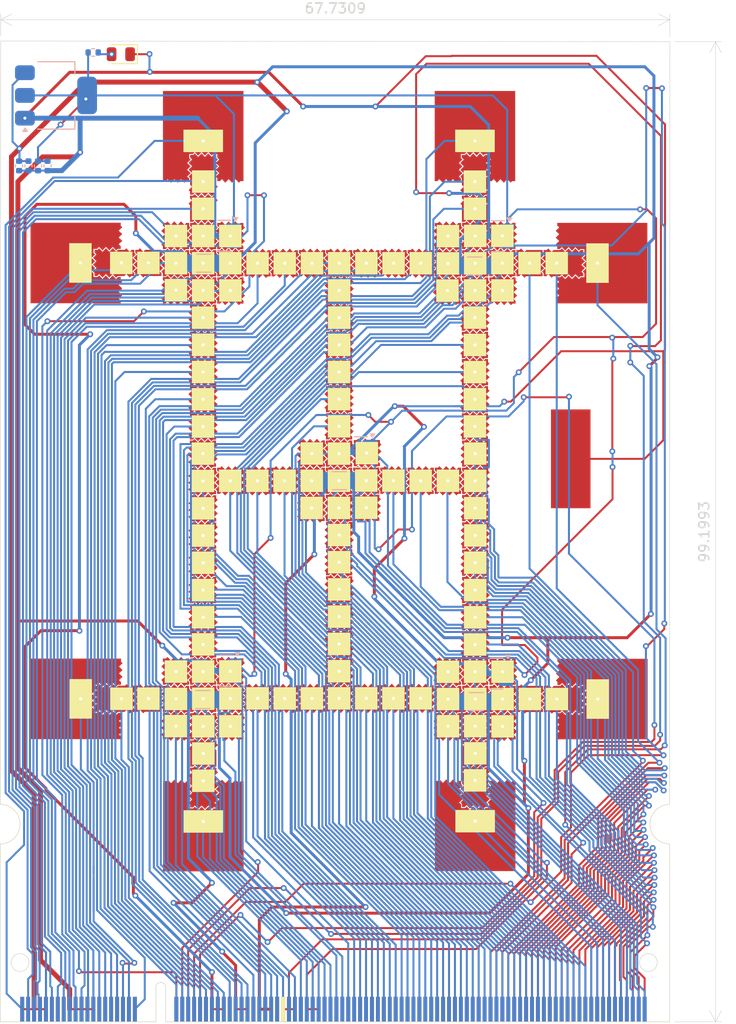
<source format=kicad_pcb>
(kicad_pcb (version 20241229) (generator "pcbnew") (generator_version "9.0")
  (layers (0 "F.Cu" signal) (2 "B.Cu" signal) (13 "F.Paste" user) (15 "B.Paste" user) (5 "F.SilkS" user "F.Silkscreen") (7 "B.SilkS" user "B.Silkscreen") (1 "F.Mask" user) (3 "B.Mask" user) (25 "Edge.Cuts" user))
  (net 0 "")
  (net 1 "GND")
  (net 2 "+5V")
  (net 3 "+3V3")
  (net 4 "Net-(D1-A)")
  (net 5 "Net-(FLUXL1-Pad1)")
  (net 6 "Net-(FLUXL2-Pad1)")
  (net 7 "Net-(FLUXL3-Pad1)")
  (net 8 "Net-(FLUXL4-Pad1)")
  (net 9 "Net-(FLUXL5-Pad1)")
  (net 10 "Net-(FLUXL6-Pad1)")
  (net 11 "Net-(FLUXL7-Pad1)")
  (net 12 "Net-(FLUXL8-Pad1)")
  (net 13 "Net-(FLUXL9-Pad1)")
  (net 14 "Net-(FLUXL10-Pad1)")
  (net 15 "Net-(FLUXL11-Pad1)")
  (net 16 "Net-(FLUXL12-Pad1)")
  (net 17 "Net-(FLUXL13-Pad1)")
  (net 18 "Net-(FLUXL14-Pad1)")
  (net 19 "Net-(FLUXL15-Pad1)")
  (net 20 "Net-(FLUXL16-Pad1)")
  (net 21 "Net-(FLUXL17-Pad1)")
  (net 22 "Net-(FLUXL18-Pad1)")
  (net 23 "Net-(FLUXL19-Pad1)")
  (net 24 "Net-(FLUXL20-Pad1)")
  (net 25 "Net-(FLUXL21-Pad1)")
  (net 26 "Net-(FLUXL22-Pad1)")
  (net 27 "Net-(FLUXL23-Pad1)")
  (net 28 "Net-(FLUXL24-Pad1)")
  (net 29 "Net-(FLUXL25-Pad1)")
  (net 30 "Net-(FLUXL26-Pad1)")
  (net 31 "Net-(FLUXL27-Pad1)")
  (net 32 "Net-(FLUXL28-Pad1)")
  (net 33 "Net-(FLUXL29-Pad1)")
  (net 34 "Net-(FLUXL30-Pad1)")
  (net 35 "Net-(FLUXL31-Pad1)")
  (net 36 "Net-(FLUXL32-Pad1)")
  (net 37 "Net-(FLUXL33-Pad1)")
  (net 38 "Net-(FLUXL34-Pad1)")
  (net 39 "Net-(FLUXL35-Pad1)")
  (net 40 "Net-(FLUXL36-Pad1)")
  (net 41 "Net-(FLUXL37-Pad1)")
  (net 42 "Net-(FLUXL38-Pad1)")
  (net 43 "Net-(FLUXL39-Pad1)")
  (net 44 "Net-(FLUXL40-Pad1)")
  (net 45 "Net-(FLUXL41-Pad1)")
  (net 46 "Net-(FLUXL42-Pad1)")
  (net 47 "Net-(FLUXL43-Pad1)")
  (net 48 "Net-(FLUXL44-Pad1)")
  (net 49 "Net-(FLUXL45-Pad1)")
  (net 50 "Net-(FLUXL46-Pad1)")
  (net 51 "Net-(FLUXL47-Pad1)")
  (net 52 "Net-(FLUXL48-Pad1)")
  (net 53 "Net-(FLUXL49-Pad1)")
  (net 54 "Net-(FLUXL50-Pad1)")
  (net 55 "Net-(FLUXL51-Pad1)")
  (net 56 "Net-(FLUXL52-Pad1)")
  (net 57 "Net-(FLUXL53-Pad1)")
  (net 58 "Net-(FLUXL54-Pad1)")
  (net 59 "Net-(FLUXL55-Pad1)")
  (net 60 "Net-(FLUXL56-Pad1)")
  (net 61 "Net-(FLUXL57-Pad1)")
  (net 62 "Net-(FLUXL58-Pad1)")
  (net 63 "Net-(FLUXL59-Pad1)")
  (net 64 "Net-(FLUXL60-Pad1)")
  (net 65 "Net-(FLUXL61-Pad1)")
  (net 66 "Net-(FLUXL62-Pad1)")
  (net 67 "Net-(FLUXL63-Pad1)")
  (net 68 "Net-(FLUXL64-Pad1)")
  (net 69 "Net-(FLUXL66-Pad1)")
  (net 71 "Net-(FLUXL67-Pad1)")
  (net 72 "Net-(FLUXL68-Pad1)")
  (net 73 "Net-(FLUXL69-Pad1)")
  (net 74 "Net-(FLUXL70-Pad1)")
  (net 75 "Net-(FLUXL71-Pad1)")
  (net 76 "Net-(FLUXL72-Pad1)")
  (net 77 "Net-(FLUXL73-Pad1)")
  (net 78 "Net-(FLUXL74-Pad1)")
  (net 79 "Net-(FLUXL75-Pad1)")
  (net 80 "Net-(FLUXL76-Pad1)")
  (net 81 "Net-(FLUXL77-Pad1)")
  (net 82 "Net-(FLUXL78-Pad1)")
  (net 83 "Net-(FLUXL79-Pad1)")
  (net 84 "Net-(FLUXL80-Pad1)")
  (net 85 "Net-(FLUXL81-Pad1)")
  (net 86 "Net-(FLUXL82-Pad1)")
  (net 87 "Net-(FLUXL83-Pad1)")
  (net 88 "Net-(FLUXL84-Pad1)")
  (net 89 "Net-(FLUXL85-Pad1)")
  (net 90 "Net-(FLUXL86-Pad1)")
  (net 91 "Net-(FLUXL87-Pad1)")
  (net 92 "Net-(FLUXL88-Pad1)")
  (net 93 "Net-(FLUXL89-Pad1)")
  (net 94 "Net-(FLUXL90-Pad1)")
  (net 95 "Net-(FLUXL91-Pad1)")
  (net 96 "Net-(FLUXL92-Pad1)")
  (net 97 "Net-(FLUXL93-Pad1)")
  (net 98 "Net-(FLUXL94-Pad1)")
  (net 99 "Net-(FLUXL95-Pad1)")
  (net 100 "Net-(FLUXL96-Pad1)")
  (net 101 "Net-(FLUXL97-Pad1)")
  (net 102 "Net-(FLUXL98-Pad1)")
  (net 103 "Net-(FLUXL99-Pad1)")
  (net 104 "Net-(FLUXL100-Pad1)")
  (net 105 "Net-(FLUXL101-Pad1)")
  (net 106 "Net-(FLUXL102-Pad1)")
  (net 107 "Net-(FLUXL103-Pad1)")
  (net 108 "Net-(FLUXL104-Pad1)")
  (net 109 "Net-(FLUXL105-Pad1)")
  (net 110 "Net-(FLUXL106-Pad1)")
  (net 111 "Net-(FLUXL107-Pad1)")
  (net 112 "Net-(FLUXL108-Pad1)")
  (net 113 "Net-(FLUXL109-Pad1)")
  (net 114 "Net-(FLUXL110-Pad1)")
  (net 115 "Net-(FLUXL111-Pad1)")
  (net 116 "Net-(FLUXL112-Pad1)")
  (net 117 "Net-(FLUXL113-Pad1)")
  (net 118 "Net-(FLUXL114-Pad1)")
  (net 119 "Net-(FLUXL115-Pad1)")
  (net 120 "Net-(FLUXL116-Pad1)")
  (net 121 "Net-(FLUXL117-Pad1)")
  (net 122 "Net-(FLUXL118-Pad1)")
  (net 123 "Net-(FLUXL119-Pad1)")
  (net 124 "Net-(FLUXL120-Pad1)")
  (net 125 "Net-(FLUXL121-Pad1)")
  (net 126 "Net-(FLUXL122-Pad1)")
  (net 127 "Net-(FLUXL123-Pad1)")
  (net 128 "Net-(FLUXL124-Pad1)")
  (net 129 "Net-(FLUXL125-Pad1)")
  (net 130 "Net-(FLUXL126-Pad1)")
  (net 131 "Net-(FLUXL127-Pad1)")
  (net 132 "Net-(FLUXL128-Pad1)")
  (net 141 "Temp_5")
  (net 143 "Temp_3")
  (net 145 "Temp_2")
  (net 148 "Heater_3")
  (net 155 "Heater_4")
  (net 157 "Heater_2")
  (net 164 "Temp_4")
  (net 168 "Heater_5")
  (net 178 "Temp_1")
  (net 182 "Heater_1")
  (footprint "GaudiLabsFootPrints:FLUXPAD_2_75_4MIL_4_5" (layer "F.Cu") (at 107.77 119.37)
    (property "Reference" "FLUXL16" (hide yes))
    (property "Value" "FX" (hide yes))
  )
  (footprint "GaudiLabsFootPrints:FLUXPAD_2_75_4MIL_4_5" (layer "F.Cu") (at 135.31 75.26)
    (property "Reference" "FLUXL4" (hide yes))
    (property "Value" "FX" (hide yes))
  )
  (footprint "GaudiLabsFootPrints:FLUXPAD_2_75_4MIL_4_5" (layer "F.Cu") (at 129.74 75.27 -90)
    (property "Reference" "FLUXL28" (hide yes))
    (property "Value" "FX" (hide yes))
  )
  (footprint "GaudiLabsFootPrints:FLUXPAD_2_75_4MIL_4_5" (layer "F.Cu") (at 102.26 75.23)
    (property "Reference" "FLUXL52" (hide yes))
    (property "Value" "FX" (hide yes))
  )
  (footprint "GaudiLabsFootPrints:FLUXPAD_2_75_4MIL_4_5" (layer "F.Cu") (at 135.32 119.37)
    (property "Reference" "FLUXL89" (hide yes))
    (property "Value" "FX" (hide yes))
  )
  (footprint "GaudiLabsFootPrints:FLUXPAD_2_75_4MIL_4_5" (layer "F.Cu") (at 127.04 72.5)
    (property "Reference" "FLUXL40" (hide yes))
    (property "Value" "FX" (hide yes))
  )
  (footprint "GaudiLabsFootPrints:FLUXPAD_2_75_4MIL_4_5_res3" (layer "F.Cu") (at 105.03 129 -90)
    (property "Reference" "FLUXL22" (hide yes))
    (property "Value" "FX" (hide yes))
  )
  (footprint "GaudiLabsFootPrints:FLUXPAD_2_75_4MIL_4_5_res1" (layer "F.Cu") (at 105.01 66.99 -90)
    (property "Reference" "FLUXL62" (hide yes))
    (property "Value" "FX" (hide yes))
  )
  (footprint "GaudiLabsFootPrints:FLUXPAD_2_75_4MIL_4_5" (layer "F.Cu") (at 132.54 113.84)
    (property "Reference" "FLUXL93" (hide yes))
    (property "Value" "FX" (hide yes))
  )
  (footprint "GaudiLabsFootPrints:FLUXPAD_2_75_4MIL_4_5" (layer "F.Cu") (at 118.77 116.54)
    (property "Reference" "FLUXL109" (hide yes))
    (property "Value" "FX" (hide yes))
  )
  (footprint "GaudiLabsFootPrints:FLUXPAD_2_75_4MIL_4_5" (layer "F.Cu") (at 110.52 72.51)
    (property "Reference" "FLUXL48" (hide yes))
    (property "Value" "FX" (hide yes))
  )
  (footprint "GaudiLabsFootPrints:FLUXPAD_2_75_4MIL_4_5" (layer "F.Cu") (at 116.02 116.55)
    (property "Reference" "FLUXL2" (hide yes))
    (property "Value" "FX" (hide yes))
  )
  (footprint "GaudiLabsFootPrints:FLUXPAD_2_75_4MIL_4_5" (layer "F.Cu") (at 118.77 86.26)
    (property "Reference" "FLUXL119" (hide yes))
    (property "Value" "FX" (hide yes))
  )
  (footprint "GaudiLabsFootPrints:FLUXPAD_2_75_4MIL_4_5_res3" (layer "F.Cu") (at 92.62 116.59 180)
    (property "Reference" "FLUXL47" (hide yes))
    (property "Value" "FX" (hide yes))
  )
  (footprint "GaudiLabsFootPrints:FLUXPAD_2_75_4MIL_4_5" (layer "F.Cu") (at 121.53 72.5)
    (property "Reference" "FLUXL43" (hide yes))
    (property "Value" "FX" (hide yes))
  )
  (footprint "GaudiLabsFootPrints:FLUXPAD_2_75_4MIL_4_5_res1" (layer "F.Cu") (at 132.56 122.1 -90)
    (property "Reference" "FLUXL94" (hide yes))
    (property "Value" "FX" (hide yes))
  )
  (footprint "GaudiLabsFootPrints:FLUXPAD_2_75_4MIL_4_5" (layer "F.Cu") (at 132.52 80.77)
    (property "Reference" "FLUXL114" (hide yes))
    (property "Value" "FX" (hide yes))
  )
  (footprint "GaudiLabsFootPrints:FLUXPAD_2_75_4MIL_4_5" (layer "F.Cu") (at 113.27 72.51)
    (property "Reference" "FLUXL46" (hide yes))
    (property "Value" "FX" (hide yes))
  )
  (footprint "GaudiLabsFootPrints:FLUXPAD_2_75_4MIL_4_5_res2" (layer "F.Cu") (at 132.52 64.2475 90)
    (property "Reference" "FLUXL35" (hide yes))
    (property "Value" "FX" (hide yes))
  )
  (footprint "GaudiLabsFootPrints:FLUXPAD_2_75_4MIL_4_5_res3" (layer "F.Cu") (at 105.02 60.12 90)
    (property "Reference" "FLUXL64" (hide yes))
    (property "Value" "FX" (hide yes))
  )
  (footprint "GaudiLabsFootPrints:FLUXPAD_2_75_4MIL_4_5" (layer "F.Cu") (at 132.55 108.33)
    (property "Reference" "FLUXL80" (hide yes))
    (property "Value" "FX" (hide yes))
  )
  (footprint "GaudiLabsFootPrints:FLUXPAD_2_75_4MIL_4_5" (layer "F.Cu") (at 132.52 83.52)
    (property "Reference" "FLUXL117" (hide yes))
    (property "Value" "FX" (hide yes))
  )
  (footprint "GaudiLabsFootPrints:FLUXPAD_2_75_4MIL_4_5" (layer "F.Cu") (at 118.76 94.52)
    (property "Reference" "FLUXL102" (hide yes))
    (property "Value" "FX" (hide yes))
  )
  (footprint "GaudiLabsFootPrints:FLUXPAD_2_75_4MIL_4_5" (layer "F.Cu") (at 132.55 105.58)
    (property "Reference" "FLUXL75" (hide yes))
    (property "Value" "FX" (hide yes))
  )
  (footprint "GaudiLabsFootPrints:FLUXPAD_2_75_4MIL_4_5" (layer "F.Cu") (at 132.55 102.81)
    (property "Reference" "FLUXL74" (hide yes))
    (property "Value" "FX" (hide yes))
  )
  (footprint "GaudiLabsFootPrints:FLUXPAD_2_75_4MIL_4_5" (layer "F.Cu") (at 132.56 116.6)
    (property "Reference" "FLUXL97" (hide yes))
    (property "Value" "FX" (hide yes))
  )
  (footprint "GaudiLabsFootPrints:FLUXPAD_2_75_4MIL_4_5" (layer "F.Cu") (at 127.02 116.54)
    (property "Reference" "FLUXL127" (hide yes))
    (property "Value" "FX" (hide yes))
  )
  (footprint "GaudiLabsFootPrints:FLUXPAD_2_75_4MIL_4_5" (layer "F.Cu") (at 118.78 75.26)
    (property "Reference" "FLUXL38" (hide yes))
    (property "Value" "FX" (hide yes))
  )
  (footprint "GaudiLabsFootPrints:FLUXPAD_2_75_4MIL_4_5" (layer "F.Cu") (at 105 89.03)
    (property "Reference" "FLUXL10" (hide yes))
    (property "Value" "FX" (hide yes))
  )
  (footprint "GaudiLabsFootPrints:FLUXPAD_2_75_4MIL_4_5" (layer "F.Cu") (at 132.55 72.51)
    (property "Reference" "FLUXL14" (hide yes))
    (property "Value" "FX" (hide yes))
  )
  (footprint "LED_SMD:LED_0805_2012Metric" (layer "F.Cu") (at 96.68 51.35 180)
    (property "Reference" "D1" (hide yes))
    (property "Value" "LED" (hide yes))
  )
  (footprint "GaudiLabsFootPrints:FLUXPAD_2_75_4MIL_4_5" (layer "F.Cu") (at 132.52 86.27)
    (property "Reference" "FLUXL118" (hide yes))
    (property "Value" "FX" (hide yes))
  )
  (footprint "GaudiLabsFootPrints:FLUXPAD_2_75_4MIL_4_5" (layer "F.Cu") (at 132.55 69.74)
    (property "Reference" "FLUXL27" (hide yes))
    (property "Value" "FX" (hide yes))
  )
  (footprint "GaudiLabsFootPrints:FLUXPAD_2_75_4MIL_4_5" (layer "F.Cu") (at 118.78 100.01)
    (property "Reference" "FLUXL87" (hide yes))
    (property "Value" "FX" (hide yes))
  )
  (footprint "GaudiLabsFootPrints:FLUXPAD_2_75_4MIL_4_5" (layer "F.Cu") (at 105.01 78.01)
    (property "Reference" "FLUXL49" (hide yes))
    (property "Value" "FX" (hide yes))
  )
  (footprint "GaudiLabsFootPrints:FLUXPAD_2_75_4MIL_4_5" (layer "F.Cu") (at 105.02 119.37)
    (property "Reference" "FLUXL19" (hide yes))
    (property "Value" "FX" (hide yes))
  )
  (footprint "GaudiLabsFootPrints:FLUXPAD_2_75_4MIL_4_5" (layer "F.Cu") (at 118.78 102.76)
    (property "Reference" "FLUXL88" (hide yes))
    (property "Value" "FX" (hide yes))
  )
  (footprint "GaudiLabsFootPrints:FLUXPAD_2_75_4MIL_4_5" (layer "F.Cu") (at 135.32 116.61)
    (property "Reference" "FLUXL90" (hide yes))
    (property "Value" "FX" (hide yes))
  )
  (footprint "GaudiLabsFootPrints:FLUXPAD_2_75_4MIL_4_5" (layer "F.Cu") (at 110.5 94.52)
    (property "Reference" "FLUXL120" (hide yes))
    (property "Value" "FX" (hide yes))
  )
  (footprint "GaudiLabsFootPrints:FLUXPAD_2_75_4MIL_4_5" (layer "F.Cu") (at 118.77 113.79)
    (property "Reference" "FLUXL110" (hide yes))
    (property "Value" "FX" (hide yes))
  )
  (footprint "GaudiLabsFootPrints:FLUXPAD_2_75_4MIL_4_5" (layer "F.Cu") (at 118.77 89.01)
    (property "Reference" "FLUXL124" (hide yes))
    (property "Value" "FX" (hide yes))
  )
  (footprint "GaudiLabsFootPrints:FLUXPAD_2_75_4MIL_4_5" (layer "F.Cu") (at 105.01 102.82)
    (property "Reference" "FLUXL107" (hide yes))
    (property "Value" "FX" (hide yes))
  )
  (footprint "DDR2:DDR2" (layer "F.Cu") (at 86.474375 149.2475)
    (property "Reference" "J1" (hide yes))
    (property "Value" "SODIMM-200" (hide yes))
  )
  (footprint "GaudiLabsFootPrints:FLUXPAD_2_75_4MIL_4_5" (layer "F.Cu") (at 132.52 78.01)
    (property "Reference" "FLUXL1" (hide yes))
    (property "Value" "FX" (hide yes))
  )
  (footprint "GaudiLabsFootPrints:FLUXPAD_2_75_4MIL_4_5_res1" (layer "F.Cu") (at 99.47 116.57)
    (property "Reference" "FLUXL31" (hide yes))
    (property "Value" "FX" (hide yes))
  )
  (footprint "GaudiLabsFootPrints:FLUXPAD_2_75_4MIL_4_5" (layer "F.Cu") (at 107.77 116.56)
    (property "Reference" "FLUXL17" (hide yes))
    (property "Value" "FX" (hide yes))
  )
  (footprint "GaudiLabsFootPrints:FLUXPAD_2_75_4MIL_4_5" (layer "F.Cu") (at 116.03 72.5)
    (property "Reference" "FLUXL45" (hide yes))
    (property "Value" "FX" (hide yes))
  )
  (footprint "GaudiLabsFootPrints:FLUXPAD_2_75_4MIL_4_5" (layer "F.Cu") (at 118.76 97.27)
    (property "Reference" "FLUXL86" (hide yes))
    (property "Value" "FX" (hide yes))
  )
  (footprint "GaudiLabsFootPrints:FLUXPAD_2_75_4MIL_4_5" (layer "F.Cu") (at 118.77 83.51)
    (property "Reference" "FLUXL105" (hide yes))
    (property "Value" "FX" (hide yes))
  )
  (footprint "GaudiLabsFootPrints:FLUXPAD_2_75_4MIL_4_5" (layer "F.Cu") (at 116.01 94.52)
    (property "Reference" "FLUXL128" (hide yes))
    (property "Value" "FX" (hide yes))
  )
  (footprint "GaudiLabsFootPrints:FLUXPAD_2_75_4MIL_4_5" (layer "F.Cu") (at 129.79 69.76 180)
    (property "Reference" "FLUXL33" (hide yes))
    (property "Value" "FX" (hide yes))
  )
  (footprint "GaudiLabsFootPrints:FLUXPAD_2_75_4MIL_4_5" (layer "F.Cu") (at 121.52 94.5)
    (property "Reference" "FLUXL83" (hide yes))
    (property "Value" "FX" (hide yes))
  )
  (footprint "GaudiLabsFootPrints:FLUXPAD_2_75_4MIL_4_5" (layer "F.Cu") (at 107.76 69.75 -90)
    (property "Reference" "FLUXL59" (hide yes))
    (property "Value" "FX" (hide yes))
  )
  (footprint "GaudiLabsFootPrints:FLUXPAD_2_75_4MIL_4_5_res1" (layer "F.Cu") (at 99.47 72.47)
    (property "Reference" "FLUXL56" (hide yes))
    (property "Value" "FX" (hide yes))
  )
  (footprint "GaudiLabsFootPrints:FLUXPAD_2_75_4MIL_4_5_res2" (layer "F.Cu") (at 105.03 124.88 -90)
    (property "Reference" "FLUXL21" (hide yes))
    (property "Value" "FX" (hide yes))
  )
  (footprint "GaudiLabsFootPrints:FLUXPAD_2_75_4MIL_4_5" (layer "F.Cu") (at 129.79 113.85)
    (property "Reference" "FLUXL98" (hide yes))
    (property "Value" "FX" (hide yes))
  )
  (footprint "GaudiLabsFootPrints:FLUXPAD_2_75_4MIL_4_5_res1" (layer "F.Cu") (at 138.08 116.6)
    (property "Reference" "FLUXL92" (hide yes))
    (property "Value" "FX" (hide yes))
  )
  (footprint "GaudiLabsFootPrints:FLUXPAD_2_75_4MIL_4_5" (layer "F.Cu") (at 104.99 94.54)
    (property "Reference" "FLUXL112" (hide yes))
    (property "Value" "FX" (hide yes))
  )
  (footprint "GaudiLabsFootPrints:FLUXPAD_2_75_4MIL_4_5" (layer "F.Cu") (at 118.77 91.77)
    (property "Reference" "FLUXL126" (hide yes))
    (property "Value" "FX" (hide yes))
  )
  (footprint "GaudiLabsFootPrints:FLUXPAD_2_75_4MIL_4_5" (layer "F.Cu") (at 102.26 113.83)
    (property "Reference" "FLUXL26" (hide yes))
    (property "Value" "FX" (hide yes))
  )
  (footprint "GaudiLabsFootPrints:FLUXPAD_2_75_4MIL_4_5" (layer "F.Cu") (at 107.75 94.52)
    (property "Reference" "FLUXL113" (hide yes))
    (property "Value" "FX" (hide yes))
  )
  (footprint "GaudiLabsFootPrints:FLUXPAD_2_75_4MIL_4_5" (layer "F.Cu") (at 113.27 116.55)
    (property "Reference" "FLUXL7" (hide yes))
    (property "Value" "FX" (hide yes))
  )
  (footprint "GaudiLabsFootPrints:FLUXPAD_2_75_4MIL_4_5" (layer "F.Cu") (at 118.78 108.27)
    (property "Reference" "FLUXL123" (hide yes))
    (property "Value" "FX" (hide yes))
  )
  (footprint "GaudiLabsFootPrints:FLUXPAD_2_75_4MIL_4_5" (layer "F.Cu") (at 124.27 116.54)
    (property "Reference" "FLUXL121" (hide yes))
    (property "Value" "FX" (hide yes))
  )
  (footprint "GaudiLabsFootPrints:FLUXPAD_2_75_4MIL_4_5" (layer "F.Cu") (at 132.52 89.02)
    (property "Reference" "FLUXL69" (hide yes))
    (property "Value" "FX" (hide yes))
  )
  (footprint "GaudiLabsFootPrints:FLUXPAD_2_75_4MIL_4_5" (layer "F.Cu") (at 132.55 97.29)
    (property "Reference" "FLUXL72" (hide yes))
    (property "Value" "FX" (hide yes))
  )
  (footprint "GaudiLabsFootPrints:FLUXPAD_2_75_4MIL_4_5_res2" (layer "F.Cu") (at 132.54 124.84 -90)
    (property "Reference" "FLUXL96" (hide yes))
    (property "Value" "FX" (hide yes))
  )
  (footprint "GaudiLabsFootPrints:FLUXPAD_2_75_4MIL_4_5" (layer "F.Cu") (at 115.99 97.27)
    (property "Reference" "FLUXL104" (hide yes))
    (property "Value" "FX" (hide yes))
  )
  (footprint "GaudiLabsFootPrints:FLUXPAD_2_75_4MIL_4_5" (layer "F.Cu") (at 116.01 91.76)
    (property "Reference" "FLUXL125" (hide yes))
    (property "Value" "FX" (hide yes))
  )
  (footprint "GaudiLabsFootPrints:FLUXPAD_2_75_4MIL_4_5" (layer "F.Cu") (at 105.01 111.08)
    (property "Reference" "FLUXL12" (hide yes))
    (property "Value" "FX" (hide yes))
  )
  (footprint "GaudiLabsFootPrints:FLUXPAD_2_75_4MIL_4_5_res2" (layer "F.Cu") (at 140.8 72.49)
    (property "Reference" "FLUXL67" (hide yes))
    (property "Value" "FX" (hide yes))
  )
  (footprint "GaudiLabsFootPrints:FLUXPAD_2_75_4MIL_4_5_res1" (layer "F.Cu") (at 132.53 66.99 -90)
    (property "Reference" "FLUXL34" (hide yes))
    (property "Value" "FX" (hide yes))
  )
  (footprint "GaudiLabsFootPrints:FLUXPAD_2_75_4MIL_4_5" (layer "F.Cu") (at 129.79 72.52)
    (property "Reference" "FLUXL32" (hide yes))
    (property "Value" "FX" (hide yes))
  )
  (footprint "GaudiLabsFootPrints:FLUXPAD_2_75_4MIL_4_5" (layer "F.Cu") (at 105.01 69.75 -90)
    (property "Reference" "FLUXL60" (hide yes))
    (property "Value" "FX" (hide yes))
  )
  (footprint "GaudiLabsFootPrints:FLUXPAD_2_75_4MIL_4_5_res2" (layer "F.Cu") (at 96.72 72.47 180)
    (property "Reference" "FLUXL57" (hide yes))
    (property "Value" "FX" (hide yes))
  )
  (footprint "GaudiLabsFootPrints:FLUXPAD_2_75_4MIL_4_5" (layer "F.Cu") (at 118.78 105.51)
    (property "Reference" "FLUXL103" (hide yes))
    (property "Value" "FX" (hide yes))
  )
  (footprint "GaudiLabsFootPrints:FLUXPAD_2_75_4MIL_4_5" (layer "F.Cu") (at 105.02 116.58)
    (property "Reference" "FLUXL18" (hide yes))
    (property "Value" "FX" (hide yes))
  )
  (footprint "GaudiLabsFootPrints:FLUXPAD_2_75_4MIL_4_5" (layer "F.Cu") (at 105.01 72.5)
    (property "Reference" "FLUXL54" (hide yes))
    (property "Value" "FX" (hide yes))
  )
  (footprint "GaudiLabsFootPrints:FLUXPAD_2_75_4MIL_4_5" (layer "F.Cu") (at 129.8 119.36)
    (property "Reference" "FLUXL100" (hide yes))
    (property "Value" "FX" (hide yes))
  )
  (footprint "GaudiLabsFootPrints:FLUXPAD_2_75_4MIL_4_5" (layer "F.Cu") (at 132.54 75.26)
    (property "Reference" "FLUXL11" (hide yes))
    (property "Value" "FX" (hide yes))
  )
  (footprint "GaudiLabsFootPrints:FLUXPAD_2_75_4MIL_4_5_res3" (layer "F.Cu") (at 92.59 72.475 180)
    (property "Reference" "FLUXL58" (hide yes))
    (property "Value" "FX" (hide yes))
  )
  (footprint "GaudiLabsFootPrints:FLUXPAD_2_75_4MIL_4_5" (layer "F.Cu") (at 105.01 100.07)
    (property "Reference" "FLUXL108" (hide yes))
    (property "Value" "FX" (hide yes))
  )
  (footprint "GaudiLabsFootPrints:FLUXPAD_2_75_4MIL_4_5" (layer "F.Cu") (at 121.58 91.72)
    (property "Reference" "FLUXL81" (hide yes))
    (property "Value" "FX" (hide yes))
  )
  (footprint "GaudiLabsFootPrints:FLUXPAD_2_75_4MIL_4_5" (layer "F.Cu") (at 124.27 94.51)
    (property "Reference" "FLUXL79" (hide yes))
    (property "Value" "FX" (hide yes))
  )
  (footprint "GaudiLabsFootPrints:FLUXPAD_2_75_4MIL_4_5" (layer "F.Cu") (at 132.56 100.05)
    (property "Reference" "FLUXL73" (hide yes))
    (property "Value" "FX" (hide yes))
  )
  (footprint "GaudiLabsFootPrints:FLUXPAD_2_75_4MIL_4_5" (layer "F.Cu") (at 118.77 111.03)
    (property "Reference" "FLUXL116" (hide yes))
    (property "Value" "FX" (hide yes))
  )
  (footprint "GaudiLabsFootPrints:FLUXPAD_2_75_4MIL_4_5_res2" (layer "F.Cu") (at 96.74 116.58 180)
    (property "Reference" "FLUXL36" (hide yes))
    (property "Value" "FX" (hide yes))
  )
  (footprint "GaudiLabsFootPrints:FLUXPAD_2_75_4MIL_4_5" (layer "F.Cu") (at 104.99 91.77)
    (property "Reference" "FLUXL3" (hide yes))
    (property "Value" "FX" (hide yes))
  )
  (footprint "GaudiLabsFootPrints:FLUXPAD_2_75_4MIL_4_5" (layer "F.Cu") (at 105.01 97.31)
    (property "Reference" "FLUXL111" (hide yes))
    (property "Value" "FX" (hide yes))
  )
  (footprint "GaudiLabsFootPrints:FLUXPAD_2_75_4MIL_4_5_res3" (layer "F.Cu") (at 144.9275 72.49)
    (property "Reference" "FLUXL68" (hide yes))
    (property "Value" "FX" (hide yes))
  )
  (footprint "GaudiLabsFootPrints:FLUXPAD_2_75_4MIL_4_5" (layer "F.Cu") (at 132.55 91.77)
    (property "Reference" "FLUXL70" (hide yes))
    (property "Value" "FX" (hide yes))
  )
  (footprint "GaudiLabsFootPrints:FLUXPAD_2_75_4MIL_4_5_res2" (layer "F.Cu") (at 140.82 116.61)
    (property "Reference" "FLUXL84" (hide yes))
    (property "Value" "FX" (hide yes))
  )
  (footprint "GaudiLabsFootPrints:FLUXPAD_2_75_4MIL_4_5" (layer "F.Cu") (at 118.78 72.5)
    (property "Reference" "FLUXL44" (hide yes))
    (property "Value" "FX" (hide yes))
  )
  (footprint "GaudiLabsFootPrints:FLUXPAD_2_75_4MIL_4_5" (layer "F.Cu") (at 102.26 72.5)
    (property "Reference" "FLUXL55" (hide yes))
    (property "Value" "FX" (hide yes))
  )
  (footprint "GaudiLabsFootPrints:FLUXPAD_2_75_4MIL_4_5" (layer "F.Cu") (at 110.52 116.54)
    (property "Reference" "FLUXL13" (hide yes))
    (property "Value" "FX" (hide yes))
  )
  (footprint "GaudiLabsFootPrints:FLUXPAD_2_75_4MIL_4_5" (layer "F.Cu") (at 105.01 80.76)
    (property "Reference" "FLUXL42" (hide yes))
    (property "Value" "FX" (hide yes))
  )
  (footprint "GaudiLabsFootPrints:FLUXPAD_2_75_4MIL_4_5" (layer "F.Cu") (at 102.26 116.6)
    (property "Reference" "FLUXL24" (hide yes))
    (property "Value" "FX" (hide yes))
  )
  (footprint "GaudiLabsFootPrints:FLUXPAD_2_75_4MIL_4_5" (layer "F.Cu") (at 105.01 108.33)
    (property "Reference" "FLUXL6" (hide yes))
    (property "Value" "FX" (hide yes))
  )
  (footprint "GaudiLabsFootPrints:FLUXPAD_2_75_4MIL_4_5" (layer "F.Cu") (at 127.03 94.52)
    (property "Reference" "FLUXL78" (hide yes))
    (property "Value" "FX" (hide yes))
  )
  (footprint "GaudiLabsFootPrints:FLUXPAD_2_75_4MIL_4_5" (layer "F.Cu") (at 105.01 75.25)
    (property "Reference" "FLUXL51" (hide yes))
    (property "Value" "FX" (hide yes))
  )
  (footprint "GaudiLabsFootPrints:FLUXPAD_2_75_4MIL_4_5_res1" (layer "F.Cu") (at 105.03 122.12 -90)
    (property "Reference" "FLUXL20" (hide yes))
    (property "Value" "FX" (hide yes))
  )
  (footprint "GaudiLabsFootPrints:FLUXPAD_2_75_4MIL_4_5" (layer "F.Cu") (at 118.78 78.01 -90)
    (property "Reference" "FLUXL29" (hide yes))
    (property "Value" "FX" (hide yes))
  )
  (footprint "GaudiLabsFootPrints:FLUXPAD_2_75_4MIL_4_5" (layer "F.Cu") (at 102.26 69.75)
    (property "Reference" "FLUXL61" (hide yes))
    (property "Value" "FX" (hide yes))
  )
  (footprint "GaudiLabsFootPrints:FLUXPAD_2_75_4MIL_4_5" (layer "F.Cu") (at 135.3 69.73)
    (property "Reference" "FLUXL8" (hide yes))
    (property "Value" "FX" (hide yes))
  )
  (footprint "GaudiLabsFootPrints:FLUXPAD_2_75_4MIL_4_5" (layer "F.Cu") (at 107.76 113.81)
    (property "Reference" "FLUXL15" (hide yes))
    (property "Value" "FX" (hide yes))
  )
  (footprint "GaudiLabsFootPrints:FLUXPAD_2_75_4MIL_4_5" (layer "F.Cu") (at 105 86.27)
    (property "Reference" "FLUXL30" (hide yes))
    (property "Value" "FX" (hide yes))
  )
  (footprint "GaudiLabsFootPrints:FLUXPAD_2_75_4MIL_4_5" (layer "F.Cu") (at 102.25 119.35)
    (property "Reference" "FLUXL25" (hide yes))
    (property "Value" "FX" (hide yes))
  )
  (footprint "GaudiLabsFootPrints:FLUXPAD_2_75_4MIL_4_5_res3" (layer "F.Cu") (at 132.525 60.12 90)
    (property "Reference" "FLUXL39" (hide yes))
    (property "Value" "FX" (hide yes))
  )
  (footprint "GaudiLabsFootPrints:FLUXPAD_2_75_4MIL_4_5" (layer "F.Cu") (at 105.01 83.51)
    (property "Reference" "FLUXL37" (hide yes))
    (property "Value" "FX" (hide yes))
  )
  (footprint "GaudiLabsFootPrints:FLUXPAD_2_75_4MIL_4_5_res1" (layer "F.Cu") (at 138.05 72.49)
    (property "Reference" "FLUXL66" (hide yes))
    (property "Value" "FX" (hide yes))
  )
  (footprint "GaudiLabsFootPrints:FLUXPAD_2_75_4MIL_4_5" (layer "F.Cu") (at 129.79 94.52)
    (property "Reference" "FLUXL77" (hide yes))
    (property "Value" "FX" (hide yes))
  )
  (footprint "GaudiLabsFootPrints:FLUXPAD_2_75_4MIL_4_5" (layer "F.Cu") (at 135.32 113.84)
    (property "Reference" "FLUXL91" (hide yes))
    (property "Value" "FX" (hide yes))
  )
  (footprint "GaudiLabsFootPrints:FLUXPAD_2_75_4MIL_4_5_res3" (layer "F.Cu") (at 144.95 116.61)
    (property "Reference" "FLUXL76" (hide yes))
    (property "Value" "FX" (hide yes))
  )
  (footprint "GaudiLabsFootPrints:FLUXPAD_2_75_4MIL_4_5" (layer "F.Cu") (at 132.55 119.35)
    (property "Reference" "FLUXL95" (hide yes))
    (property "Value" "FX" (hide yes))
  )
  (footprint "GaudiLabsFootPrints:FLUXPAD_2_75_4MIL_4_5" (layer "F.Cu") (at 129.8 116.61)
    (property "Reference" "FLUXL99" (hide yes))
    (property "Value" "FX" (hide yes))
  )
  (footprint "GaudiLabsFootPrints:FLUXPAD_2_75_4MIL_4_5" (layer "F.Cu") (at 132.54 111.09)
    (property "Reference" "FLUXL85" (hide yes))
    (property "Value" "FX" (hide yes))
  )
  (footprint "GaudiLabsFootPrints:FLUXPAD_2_75_4MIL_4_5" (layer "F.Cu") (at 132.55 94.53)
    (property "Reference" "FLUXL71" (hide yes))
    (property "Value" "FX" (hide yes))
  )
  (footprint "GaudiLabsFootPrints:FLUXPAD_2_75_4MIL_4_5" (layer "F.Cu") (at 121.52 97.25)
    (property "Reference" "FLUXL82" (hide yes))
    (property "Value" "FX" (hide yes))
  )
  (footprint "GaudiLabsFootPrints:FLUXPAD_2_75_4MIL_4_5" (layer "F.Cu") (at 105.01 105.58)
    (property "Reference" "FLUXL106" (hide yes))
    (property "Value" "FX" (hide yes))
  )
  (footprint "GaudiLabsFootPrints:FLUXPAD_2_75_4MIL_4_5" (layer "F.Cu") (at 135.3 72.49)
    (property "Reference" "FLUXL5" (hide yes))
    (property "Value" "FX" (hide yes))
  )
  (footprint "GaudiLabsFootPrints:FLUXPAD_2_75_4MIL_4_5_res2" (layer "F.Cu") (at 105.02 64.2375 90)
    (property "Reference" "FLUXL63" (hide yes))
    (property "Value" "FX" (hide yes))
  )
  (footprint "GaudiLabsFootPrints:FLUXPAD_2_75_4MIL_4_5" (layer "F.Cu") (at 118.78 80.76)
    (property "Reference" "FLUXL9" (hide yes))
    (property "Value" "FX" (hide yes))
  )
  (footprint "GaudiLabsFootPrints:Pad_4mm_10mm" (layer "F.Cu") (at 142.22 92.3 90)
    (property "Reference" "FLUXL129" (hide yes))
    (property "Value" "FX" (hide yes))
  )
  (footprint "GaudiLabsFootPrints:FLUXPAD_2_75_4MIL_4_5_res3" (layer "F.Cu") (at 132.545 128.97 -90)
    (property "Reference" "FLUXL101" (hide yes))
    (property "Value" "FX" (hide yes))
  )
  (footprint "GaudiLabsFootPrints:FLUXPAD_2_75_4MIL_4_5" (layer "F.Cu") (at 113.25 94.52)
    (property "Reference" "FLUXL122" (hide yes))
    (property "Value" "FX" (hide yes))
  )
  (footprint "GaudiLabsFootPrints:FLUXPAD_2_75_4MIL_4_5" (layer "F.Cu") (at 121.52 116.54)
    (property "Reference" "FLUXL115" (hide yes))
    (property "Value" "FX" (hide yes))
  )
  (footprint "GaudiLabsFootPrints:FLUXPAD_2_75_4MIL_4_5" (layer "F.Cu") (at 107.76 72.5)
    (property "Reference" "FLUXL53" (hide yes))
    (property "Value" "FX" (hide yes))
  )
  (footprint "GaudiLabsFootPrints:FLUXPAD_2_75_4MIL_4_5" (layer "F.Cu") (at 107.77 75.26)
    (property "Reference" "FLUXL50" (hide yes))
    (property "Value" "FX" (hide yes))
  )
  (footprint "GaudiLabsFootPrints:FLUXPAD_2_75_4MIL_4_5" (layer "F.Cu") (at 124.29 72.5)
    (property "Reference" "FLUXL41" (hide yes))
    (property "Value" "FX" (hide yes))
  )
  (footprint "GaudiLabsFootPrints:FLUXPAD_2_75_4MIL_4_5" (layer "F.Cu") (at 105.01 113.83 90)
    (property "Reference" "FLUXL23" (hide yes))
    (property "Value" "FX" (hide yes))
  )
  (footprint "Capacitor_SMD:C_0402_1005Metric" (layer "B.Cu") (at 87.33 62.65 -90)
    (property "Reference" "C2" (hide yes))
    (property "Value" "0.1u" (hide yes))
  )
  (footprint "Resistor_SMD:R_1206_3216Metric" (layer "B.Cu") (at 105.0675 72.5 180)
    (property "Reference" "R1" (hide yes))
    (property "Value" "1.2k" (hide yes))
  )
  (footprint "Capacitor_SMD:C_0402_1005Metric" (layer "B.Cu") (at 89.26 62.65 -90)
    (property "Reference" "C4" (hide yes))
    (property "Value" "0.1u" (hide yes))
  )
  (footprint "Capacitor_SMD:C_0402_1005Metric" (layer "B.Cu") (at 86.38 62.65 -90)
    (property "Reference" "C1" (hide yes))
    (property "Value" "10u" (hide yes))
  )
  (footprint "Package_TO_SOT_SMD:SOT-23" (layer "B.Cu") (at 120.9825 91.62 180)
    (property "Reference" "U3" (hide yes))
    (property "Value" "MCP9700Ax-ETT" (hide yes))
  )
  (footprint "Resistor_SMD:R_0402_1005Metric" (layer "B.Cu") (at 93.88 51.17)
    (property "Reference" "R6" (hide yes))
    (property "Value" "1k" (hide yes))
  )
  (footprint "Resistor_SMD:R_1206_3216Metric" (layer "B.Cu") (at 104.9813 116.66 180)
    (property "Reference" "R4" (hide yes))
    (property "Value" "1.2k" (hide yes))
  )
  (footprint "Capacitor_SMD:C_0402_1005Metric" (layer "B.Cu") (at 88.295 62.65 -90)
    (property "Reference" "C3" (hide yes))
    (property "Value" "10u" (hide yes))
  )
  (footprint "Resistor_SMD:R_1206_3216Metric" (layer "B.Cu") (at 132.4975 72.78 180)
    (property "Reference" "R2" (hide yes))
    (property "Value" "1.2k" (hide yes))
  )
  (footprint "Package_TO_SOT_SMD:SOT-23" (layer "B.Cu") (at 134.8525 69.76 180)
    (property "Reference" "U2" (hide yes))
    (property "Value" "MCP9700Ax-ETT" (hide yes))
  )
  (footprint "Package_TO_SOT_SMD:SOT-23" (layer "B.Cu") (at 107.3 113.7475 180)
    (property "Reference" "U4" (hide yes))
    (property "Value" "MCP9700Ax-ETT" (hide yes))
  )
  (footprint "Package_TO_SOT_SMD:SOT-23" (layer "B.Cu") (at 134.7075 114.03 180)
    (property "Reference" "U5" (hide yes))
    (property "Value" "MCP9700Ax-ETT" (hide yes))
  )
  (footprint "Package_TO_SOT_SMD:SOT-23" (layer "B.Cu") (at 107.13 69.7175 180)
    (property "Reference" "U1" (hide yes))
    (property "Value" "MCP9700Ax-ETT" (hide yes))
  )
  (footprint "Package_TO_SOT_SMD:SOT-223-3_TabPin2" (layer "B.Cu") (at 90.12 55.52)
    (property "Reference" "U6" (hide yes))
    (property "Value" "AMS1117-3.3" (hide yes))
  )
  (footprint "Resistor_SMD:R_1206_3216Metric" (layer "B.Cu") (at 132.66 116.86 180)
    (property "Reference" "R5" (hide yes))
    (property "Value" "1.2k" (hide yes))
  )
  (footprint "Resistor_SMD:R_1206_3216Metric" (layer "B.Cu") (at 118.8 94.51 180)
    (property "Reference" "R3" (hide yes))
    (property "Value" "1.2k" (hide yes))
  )
  (gr_line (start 152.227195 149.278857) (end 152.227195 131.278857) (stroke (width 0.05)) (layer "Edge.Cuts"))
  (gr_line (start 100.227198 149.278857) (end 100.227198 145.778857) (stroke (width 0.05)) (layer "Edge.Cuts"))
  (gr_line (start 84.477198 108.978857) (end 84.477198 118.128857) (stroke (width 0.05)) (layer "Edge.Cuts"))
  (gr_line (start 152.227195 127.278858) (end 152.227195 118.128857) (stroke (width 0.05)) (layer "Edge.Cuts"))
  (gr_line (start 101.227198 145.778857) (end 101.227198 149.278857) (stroke (width 0.05)) (layer "Edge.Cuts"))
  (gr_line (start 84.477198 149.278857) (end 84.477198 131.278857) (stroke (width 0.05)) (layer "Edge.Cuts"))
  (gr_circle (center 86.477198 143.278857) (end 87.377198 143.278857) (stroke (width 0.05)) (fill no) (layer "Edge.Cuts"))
  (gr_circle (center 150.077198 143.278869) (end 150.977198 143.278869) (stroke (width 0.05)) (fill no) (layer "Edge.Cuts"))
  (gr_line (start 101.227198 149.278857) (end 152.227195 149.278857) (stroke (width 0.05)) (layer "Edge.Cuts"))
  (gr_line (start 152.227195 108.978857) (end 152.252455 50.079605) (stroke (width 0.05)) (layer "Edge.Cuts"))
  (gr_line (start 84.477198 118.128857) (end 84.477198 127.278857) (stroke (width 0.05)) (layer "Edge.Cuts"))
  (gr_arc (start 152.227195 131.278857) (mid 150.227198 129.278857) (end 152.227195 127.278858) (stroke (width 0.05)) (layer "Edge.Cuts"))
  (gr_arc (start 84.477198 127.278857) (mid 86.477198 129.278857) (end 84.477198 131.278857) (stroke (width 0.05)) (layer "Edge.Cuts"))
  (gr_arc (start 100.227198 145.778857) (mid 100.727198 145.278857) (end 101.227198 145.778857) (stroke (width 0.05)) (layer "Edge.Cuts"))
  (gr_line (start 84.477198 108.978857) (end 84.521552 50.016142) (stroke (width 0.05)) (layer "Edge.Cuts"))
  (gr_line (start 100.227198 149.278857) (end 84.477198 149.278857) (stroke (width 0.05)) (layer "Edge.Cuts"))
  (gr_line (start 152.252455 50.079605) (end 84.521552 50.016147) (stroke (width 0.05)) (layer "Edge.Cuts"))
  (gr_line (start 152.227195 118.128858) (end 152.227195 108.978857) (stroke (width 0.05)) (layer "Edge.Cuts"))
  (dimension (type orthogonal) (layer "Edge.Cuts") (pts (xy 84.521552 50.016147) (xy 152.252455 50.079605)) (height -2.156147) (orientation 0) (format (prefix "") (suffix "") (units 3) (units_format 0) (precision 4) (suppress_zeroes yes)) (style (thickness 0.05) (arrow_length 1.27) (text_position_mode 0) (arrow_direction outward) (extension_height 0.58642) (extension_offset 0.5) (keep_text_aligned yes)) (gr_text "67.7309" (at 118.387004 46.71 0) (layer "Edge.Cuts") (effects (font (size 1 1) (thickness 0.15)))))
  (dimension (type orthogonal) (layer "Edge.Cuts") (pts (xy 152.252455 50.079605) (xy 152.227195 149.278857)) (height 4.627545) (orientation 1) (format (prefix "") (suffix "") (units 3) (units_format 0) (precision 4) (suppress_zeroes yes)) (style (thickness 0.05) (arrow_length 1.27) (text_position_mode 0) (arrow_direction outward) (extension_height 0.58642) (extension_offset 0.5) (keep_text_aligned yes)) (gr_text "99.1993" (at 155.73 99.679231 90) (layer "Edge.Cuts") (effects (font (size 1 1) (thickness 0.15)))))
  (segment (start 151.59 81.83) (end 151.59 81.43) (width 0.2) (layer "F.Cu") (net 1))
  (segment (start 91.5 53.18) (end 86.97 57.71) (width 0.3) (layer "F.Cu") (net 1))
  (segment (start 130.189 51.511) (end 144.824612 51.511) (width 0.2) (layer "F.Cu") (net 1))
  (segment (start 97.74 53.18) (end 91.5 53.18) (width 0.3) (layer "F.Cu") (net 1))
  (segment (start 88.550375 143.020375) (end 88.550375 125.889721) (width 0.5) (layer "F.Cu") (net 1))
  (segment (start 151.57 81.41) (end 151.59 81.43) (width 0.2) (layer "F.Cu") (net 1))
  (segment (start 92.1 61.74) (end 92.56 61.28) (width 0.5) (layer "F.Cu") (net 1))
  (segment (start 86.261 111.16) (end 86.261 64.24) (width 0.5) (layer "F.Cu") (net 1))
  (segment (start 149.7 92.3) (end 151.59 90.41) (width 0.2) (layer "F.Cu") (net 1))
  (segment (start 135.49 86.51) (end 136.15 86.51) (width 0.2) (layer "F.Cu") (net 1))
  (segment (start 141.25 81.41) (end 151.57 81.41) (width 0.2) (layer "F.Cu") (net 1))
  (segment (start 130.15 51.55) (end 130.189 51.511) (width 0.2) (layer "F.Cu") (net 1))
  (segment (start 127.54 51.55) (end 130.15 51.55) (width 0.2) (layer "F.Cu") (net 1))
  (segment (start 136.15 86.51) (end 141.25 81.41) (width 0.2) (layer "F.Cu") (net 1))
  (segment (start 91.499375 145.969375) (end 88.550375 143.020375) (width 0.5) (layer "F.Cu") (net 1))
  (segment (start 125.27 86.97) (end 124.41 86.97) (width 0.3) (layer "F.Cu") (net 1))
  (segment (start 86.261 64.24) (end 88.761 61.74) (width 0.5) (layer "F.Cu") (net 1))
  (segment (start 88.761 61.74) (end 92.1 61.74) (width 0.5) (layer "F.Cu") (net 1))
  (segment (start 99.56 51.35) (end 99.58 51.33) (width 0.2) (layer "F.Cu") (net 1))
  (segment (start 151.516806 58.203194) (end 151.7 58.386388) (width 0.2) (layer "F.Cu") (net 1))
  (segment (start 151.76 58.446388) (end 151.516806 58.203194) (width 0.2) (layer "F.Cu") (net 1))
  (segment (start 144.824612 51.511) (end 151.516806 58.203194) (width 0.2) (layer "F.Cu") (net 1))
  (segment (start 142.22 92.3) (end 149.7 92.3) (width 0.2) (layer "F.Cu") (net 1))
  (segment (start 91.499375 148) (end 93.899375 148) (width 0.2) (layer "F.Cu") (net 1))
  (segment (start 86.261 123.600346) (end 86.261 111.16) (width 0.5) (layer "F.Cu") (net 1))
  (segment (start 151.6 81.43) (end 151.76 81.27) (width 0.2) (layer "F.Cu") (net 1))
  (segment (start 151.76 81.27) (end 151.76 58.446388) (width 0.2) (layer "F.Cu") (net 1))
  (segment (start 122.45 56.64) (end 127.54 51.55) (width 0.2) (layer "F.Cu") (net 1))
  (segment (start 86.97 57.71) (end 86.97 57.82) (width 0.2) (layer "F.Cu") (net 1))
  (segment (start 115.13 56.64) (end 111.67 53.18) (width 0.3) (layer "F.Cu") (net 1))
  (segment (start 91.5 53.18) (end 91.44 53.24) (width 0.2) (layer "F.Cu") (net 1))
  (segment (start 127.36 89.06) (end 125.27 86.97) (width 0.3) (layer "F.Cu") (net 1))
  (segment (start 111.67 53.18) (end 97.74 53.18) (width 0.3) (layer "F.Cu") (net 1))
  (segment (start 151.59 90.41) (end 151.59 81.83) (width 0.2) (layer "F.Cu") (net 1))
  (segment (start 88.550375 125.889721) (end 86.261 123.600346) (width 0.5) (layer "F.Cu") (net 1))
  (segment (start 100.88 111.2) (end 98.39 108.71) (width 0.3) (layer "F.Cu") (net 1))
  (segment (start 122.340298 103.409702) (end 125.39 100.36) (width 0.3) (layer "F.Cu") (net 1))
  (segment (start 151.59 81.43) (end 151.6 81.43) (width 0.2) (layer "F.Cu") (net 1))
  (segment (start 122.340298 106.239702) (end 122.340298 103.409702) (width 0.3) (layer "F.Cu") (net 1))
  (segment (start 97.6175 51.35) (end 99.56 51.35) (width 0.2) (layer "F.Cu") (net 1))
  (segment (start 91.499375 148) (end 91.499375 145.969375) (width 0.5) (layer "F.Cu") (net 1))
  (segment (start 97.66 51.32) (end 97.74 51.4) (width 0.2) (layer "F.Cu") (net 1))
  (segment (start 86.261 108.71) (end 86.261 111.16) (width 0.3) (layer "F.Cu") (net 1))
  (segment (start 98.39 108.71) (end 86.261 108.71) (width 0.3) (layer "F.Cu") (net 1))
  (via (at 124.41 86.97) (size 0.6) (drill 0.3) (layers "F.Cu" "B.Cu") (net 1))
  (via (at 100.88 111.2) (size 0.6) (drill 0.3) (layers "F.Cu" "B.Cu") (net 1))
  (via (at 86.97 57.82) (size 0.6) (drill 0.3) (layers "F.Cu" "B.Cu") (net 1))
  (via (at 125.39 100.36) (size 0.6) (drill 0.3) (layers "F.Cu" "B.Cu") (net 1))
  (via (at 122.340298 106.239702) (size 0.6) (drill 0.3) (layers "F.Cu" "B.Cu") (net 1))
  (via (at 122.45 56.64) (size 0.6) (drill 0.3) (layers "F.Cu" "B.Cu") (net 1))
  (via (at 92.56 61.28) (size 0.6) (drill 0.3) (layers "F.Cu" "B.Cu") (net 1))
  (via (at 115.13 56.64) (size 0.6) (drill 0.3) (layers "F.Cu" "B.Cu") (net 1))
  (via (at 135.49 86.51) (size 0.6) (drill 0.3) (layers "F.Cu" "B.Cu") (net 1))
  (via (at 99.62 53.14) (size 0.6) (drill 0.3) (layers "F.Cu" "B.Cu") (net 1))
  (via (at 99.58 51.33) (size 0.6) (drill 0.3) (layers "F.Cu" "B.Cu") (net 1))
  (via (at 127.36 89.06) (size 0.6) (drill 0.3) (layers "F.Cu" "B.Cu") (net 1))
  (segment (start 92.56 57.82) (end 104.4525 57.82) (width 0.5) (layer "B.Cu") (net 1))
  (segment (start 106.1925 59.56) (end 106.1925 69.7175) (width 0.3) (layer "B.Cu") (net 1))
  (segment (start 102.4 112.72) (end 105.335 112.72) (width 0.3) (layer "B.Cu") (net 1))
  (segment (start 120.045 91.62) (end 120.045 91.236244) (width 0.2) (layer "B.Cu") (net 1))
  (segment (start 133.915 58.506) (end 133.915 69.76) (width 0.3) (layer "B.Cu") (net 1))
  (segment (start 99.58 53.1) (end 99.62 53.14) (width 0.2) (layer "B.Cu") (net 1))
  (segment (start 89.26 63.13) (end 90.71 63.13) (width 0.5) (layer "B.Cu") (net 1))
  (segment (start 100.88 111.2) (end 102.4 112.72) (width 0.3) (layer "B.Cu") (net 1))
  (segment (start 122.33 106.25) (end 122.340298 106.239702) (width 0.2) (layer "B.Cu") (net 1))
  (segment (start 130.48 86.979) (end 135.021 86.979) (width 0.2) (layer "B.Cu") (net 1))
  (segment (start 115.13 56.64) (end 122.45 56.64) (width 0.3) (layer "B.Cu") (net 1))
  (segment (start 92.56 61.28) (end 92.56 57.82) (width 0.5) (layer "B.Cu") (net 1))
  (segment (start 132.049 56.64) (end 133.915 58.506) (width 0.3) (layer "B.Cu") (net 1))
  (segment (start 90.71 63.13) (end 92.56 61.28) (width 0.5) (layer "B.Cu") (net 1))
  (segment (start 86.97 57.82) (end 92.56 57.82) (width 0.5) (layer "B.Cu") (net 1))
  (segment (start 128.92 113.03) (end 122.340298 106.450298) (width 0.3) (layer "B.Cu") (net 1))
  (segment (start 133.77 114.03) (end 133.77 113.39) (width 0.3) (layer "B.Cu") (net 1))
  (segment (start 86.38 63.13) (end 89.26 63.13) (width 0.2) (layer "B.Cu") (net 1))
  (segment (start 122.45 56.64) (end 132.049 56.64) (width 0.3) (layer "B.Cu") (net 1))
  (segment (start 124.302244 86.979) (end 130.48 86.979) (width 0.2) (layer "B.Cu") (net 1))
  (segment (start 130.48 86.979) (end 132.12 86.979) (width 0.2) (layer "B.Cu") (net 1))
  (segment (start 105.335 112.72) (end 106.3625 113.7475) (width 0.3) (layer "B.Cu") (net 1))
  (segment (start 120.045 91.236244) (end 124.302244 86.979) (width 0.3) (layer "B.Cu") (net 1))
  (segment (start 99.58 51.33) (end 99.58 53.1) (width 0.2) (layer "B.Cu") (net 1))
  (segment (start 122.340298 106.239702) (end 122.340298 106.450298) (width 0.2) (layer "B.Cu") (net 1))
  (segment (start 132.12 86.979) (end 132.901 86.979) (width 0.2) (layer "B.Cu") (net 1))
  (segment (start 135.021 86.979) (end 135.49 86.51) (width 0.2) (layer "B.Cu") (net 1))
  (segment (start 104.4525 57.82) (end 106.1925 59.56) (width 0.3) (layer "B.Cu") (net 1))
  (segment (start 125.39 100.36) (end 125.39 91.03) (width 0.3) (layer "B.Cu") (net 1))
  (segment (start 133.77 113.39) (end 133.41 113.03) (width 0.3) (layer "B.Cu") (net 1))
  (segment (start 125.39 91.03) (end 127.36 89.06) (width 0.3) (layer "B.Cu") (net 1))
  (segment (start 133.41 113.03) (end 128.92 113.03) (width 0.3) (layer "B.Cu") (net 1))
  (segment (start 87.899375 126.159375) (end 85.61 123.87) (width 0.5) (layer "F.Cu") (net 2))
  (segment (start 85.61 61.71) (end 86.42 60.9) (width 0.5) (layer "F.Cu") (net 2))
  (segment (start 151 82.02) (end 151 82.1) (width 0.3) (layer "F.Cu") (net 2))
  (segment (start 137.928202 127.650384) (end 137.53 127.252182) (width 0.3) (layer "F.Cu") (net 2))
  (segment (start 93.15 54.17) (end 86.42 60.9) (width 0.5) (layer "F.Cu") (net 2))
  (segment (start 137.929616 132.019616) (end 137.929616 127.650384) (width 0.3) (layer "F.Cu") (net 2))
  (segment (start 133.993073 138.266927) (end 137.94 134.32) (width 0.3) (layer "F.Cu") (net 2))
  (segment (start 116.71 138.28) (end 123.126927 138.28) (width 0.3) (layer "F.Cu") (net 2))
  (segment (start 87.899375 148) (end 87.899375 126.159375) (width 0.5) (layer "F.Cu") (net 2))
  (segment (start 137.929616 127.650384) (end 137.928202 127.650384) (width 0.3) (layer "F.Cu") (net 2))
  (segment (start 151 82.1) (end 150.18 82.92) (width 0.3) (layer "F.Cu") (net 2))
  (segment (start 123.126927 138.28) (end 123.14 138.266927) (width 0.3) (layer "F.Cu") (net 2))
  (segment (start 86.69875 148) (end 89.099375 148) (width 0.2) (layer "F.Cu") (net 2))
  (segment (start 139.9 112.98) (end 139.9 110.4) (width 0.3) (layer "F.Cu") (net 2))
  (segment (start 147.93 110.4) (end 150.33 108) (width 0.3) (layer "F.Cu") (net 2))
  (segment (start 116.705121 138.275121) (end 116.71 138.28) (width 0.3) (layer "F.Cu") (net 2))
  (segment (start 135.82 110.4) (end 137.41 110.4) (width 0.3) (layer "F.Cu") (net 2))
  (segment (start 85.61 123.87) (end 85.61 61.71) (width 0.5) (layer "F.Cu") (net 2))
  (segment (start 137.94 134.32) (end 137.94 132.03) (width 0.3) (layer "F.Cu") (net 2))
  (segment (start 123.14 138.266927) (end 133.993073 138.266927) (width 0.3) (layer "F.Cu") (net 2))
  (segment (start 137.94 132.03) (end 137.929616 132.019616) (width 0.3) (layer "F.Cu") (net 2))
  (segment (start 110.52 54.17) (end 93.15 54.17) (width 0.5) (layer "F.Cu") (net 2))
  (segment (start 113.48 57.13) (end 110.52 54.17) (width 0.5) (layer "F.Cu") (net 2))
  (segment (start 137.41 110.4) (end 147.93 110.4) (width 0.3) (layer "F.Cu") (net 2))
  (segment (start 137.53 127.252182) (end 137.53 122.86) (width 0.3) (layer "F.Cu") (net 2))
  (segment (start 139.9 110.4) (end 137.41 110.4) (width 0.3) (layer "F.Cu") (net 2))
  (segment (start 138.177091 114.702909) (end 139.9 112.98) (width 0.3) (layer "F.Cu") (net 2))
  (segment (start 113.424879 138.275121) (end 116.705121 138.275121) (width 0.3) (layer "F.Cu") (net 2))
  (via (at 150.33 108) (size 0.6) (drill 0.3) (layers "F.Cu" "B.Cu") (net 2))
  (via (at 138.177091 114.702909) (size 0.6) (drill 0.3) (layers "F.Cu" "B.Cu") (net 2))
  (via (at 86.42 60.9) (size 0.6) (drill 0.3) (layers "F.Cu" "B.Cu") (net 2))
  (via (at 113.48 57.13) (size 0.6) (drill 0.3) (layers "F.Cu" "B.Cu") (net 2))
  (via (at 110.48 54.19) (size 0.6) (drill 0.3) (layers "F.Cu" "B.Cu") (net 2))
  (via (at 151 82.02) (size 0.6) (drill 0.3) (layers "F.Cu" "B.Cu") (net 2))
  (via (at 137.929616 127.650384) (size 0.6) (drill 0.3) (layers "F.Cu" "B.Cu") (net 2))
  (via (at 135.82 110.4) (size 0.6) (drill 0.3) (layers "F.Cu" "B.Cu") (net 2))
  (via (at 137.53 122.86) (size 0.6) (drill 0.3) (layers "F.Cu" "B.Cu") (net 2))
  (via (at 113.424879 138.275121) (size 0.6) (drill 0.3) (layers "F.Cu" "B.Cu") (net 2))
  (via (at 150.18 82.92) (size 0.6) (drill 0.3) (layers "F.Cu" "B.Cu") (net 2))
  (segment (start 138.177091 114.702909) (end 137.35 115.53) (width 0.3) (layer "B.Cu") (net 2))
  (segment (start 113.424879 138.275121) (end 113.424879 138.273707) (width 0.3) (layer "B.Cu") (net 2))
  (segment (start 106.65 119.2) (end 106.65 119.35) (width 0.3) (layer "B.Cu") (net 2))
  (segment (start 135.82 110.4) (end 135.83 110.4) (width 0.3) (layer "B.Cu") (net 2))
  (segment (start 129.4 110.4) (end 120.75 101.75) (width 0.3) (layer "B.Cu") (net 2))
  (segment (start 133.89 117.0925) (end 134.1225 116.86) (width 0.2) (layer "B.Cu") (net 2))
  (segment (start 107.28 71.75) (end 108.93 71.75) (width 0.3) (layer "B.Cu") (net 2))
  (segment (start 85.719 54.471) (end 86.97 53.22) (width 0.2) (layer "B.Cu") (net 2))
  (segment (start 86.38 62.17) (end 87.33 62.17) (width 0.2) (layer "B.Cu") (net 2))
  (segment (start 86.42 60.9) (end 85.719 60.199) (width 0.2) (layer "B.Cu") (net 2))
  (segment (start 85.719 60.199) (end 85.719 54.471) (width 0.2) (layer "B.Cu") (net 2))
  (segment (start 150.16 80.48) (end 150.16 81.18) (width 0.3) (layer "B.Cu") (net 2))
  (segment (start 149.06 71.55) (end 150.64 69.97) (width 0.3) (layer "B.Cu") (net 2))
  (segment (start 150.16 70.45) (end 150.16 80.48) (width 0.3) (layer "B.Cu") (net 2))
  (segment (start 150.18 82.92) (end 150.35 83.09) (width 0.3) (layer "B.Cu") (net 2))
  (segment (start 110.28 70.4) (end 110.28 60.33) (width 0.3) (layer "B.Cu") (net 2))
  (segment (start 107.73 124.64) (end 106.65 123.56) (width 0.3) (layer "B.Cu") (net 2))
  (segment (start 106.53 72.5) (end 107.28 71.75) (width 0.3) (layer "B.Cu") (net 2))
  (segment (start 113.424879 138.273707) (end 107.73 132.578828) (width 0.3) (layer "B.Cu") (net 2))
  (segment (start 106.65 123.56) (end 106.65 119.2) (width 0.3) (layer "B.Cu") (net 2))
  (segment (start 86.42 60.9) (end 86.42 62.13) (width 0.2) (layer "B.Cu") (net 2))
  (segment (start 150.64 69.97) (end 150.16 70.45) (width 0.3) (layer "B.Cu") (net 2))
  (segment (start 135.82 110.4) (end 129.4 110.4) (width 0.3) (layer "B.Cu") (net 2))
  (segment (start 150.16 81.18) (end 151 82.02) (width 0.3) (layer "B.Cu") (net 2))
  (segment (start 107.73 132.578828) (end 107.73 124.64) (width 0.3) (layer "B.Cu") (net 2))
  (segment (start 112.05 52.62) (end 110.48 54.19) (width 0.3) (layer "B.Cu") (net 2))
  (segment (start 135.19 71.55) (end 149.06 71.55) (width 0.3) (layer "B.Cu") (net 2))
  (segment (start 120.75 100.195) (end 120.2625 99.7075) (width 0.3) (layer "B.Cu") (net 2))
  (segment (start 149.72 52.62) (end 112.05 52.62) (width 0.3) (layer "B.Cu") (net 2))
  (segment (start 106.65 116.8662) (end 106.65 119.2) (width 0.3) (layer "B.Cu") (net 2))
  (segment (start 137.928202 127.650384) (end 133.89 123.612182) (width 0.3) (layer "B.Cu") (net 2))
  (segment (start 137.35 122.68) (end 137.53 122.86) (width 0.3) (layer "B.Cu") (net 2))
  (segment (start 106.4438 116.66) (end 106.65 116.8662) (width 0.2) (layer "B.Cu") (net 2))
  (segment (start 137.929616 127.650384) (end 137.928202 127.650384) (width 0.3) (layer "B.Cu") (net 2))
  (segment (start 150.35 83.09) (end 150.35 108.01) (width 0.3) (layer "B.Cu") (net 2))
  (segment (start 133.89 123.612182) (end 133.89 117.0925) (width 0.3) (layer "B.Cu") (net 2))
  (segment (start 150.64 53.54) (end 149.72 52.62) (width 0.3) (layer "B.Cu") (net 2))
  (segment (start 108.93 71.75) (end 110.28 70.4) (width 0.3) (layer "B.Cu") (net 2))
  (segment (start 133.96 72.78) (end 135.19 71.55) (width 0.3) (layer "B.Cu") (net 2))
  (segment (start 120.2625 99.7075) (end 120.2625 94.51) (width 0.3) (layer "B.Cu") (net 2))
  (segment (start 120.75 101.75) (end 120.75 100.195) (width 0.3) (layer "B.Cu") (net 2))
  (segment (start 137.35 115.53) (end 137.35 122.68) (width 0.3) (layer "B.Cu") (net 2))
  (segment (start 86.42 62.13) (end 86.38 62.17) (width 0.2) (layer "B.Cu") (net 2))
  (segment (start 150.64 69.97) (end 150.64 53.54) (width 0.3) (layer "B.Cu") (net 2))
  (segment (start 110.28 60.33) (end 113.48 57.13) (width 0.3) (layer "B.Cu") (net 2))
  (segment (start 121.74 87.86) (end 122.43 88.55) (width 0.2) (layer "F.Cu") (net 3))
  (segment (start 140.52 79.97) (end 149.51 79.97) (width 0.2) (layer "F.Cu") (net 3))
  (segment (start 137.57 111.14) (end 135.3 111.14) (width 0.2) (layer "F.Cu") (net 3))
  (segment (start 137.54 114.18) (end 138.85 112.87) (width 0.2) (layer "F.Cu") (net 3))
  (segment (start 150.86 78.62) (end 150.86 67.96) (width 0.2) (layer "F.Cu") (net 3))
  (segment (start 149.95 67.05) (end 149.24 67.05) (width 0.2) (layer "F.Cu") (net 3))
  (segment (start 93.14 55.91) (end 93.14 55.88) (width 0.2) (layer "F.Cu") (net 3))
  (segment (start 90.58 58.47) (end 93.14 55.91) (width 0.2) (layer "F.Cu") (net 3))
  (segment (start 135.3 111.14) (end 135.269 111.109) (width 0.2) (layer "F.Cu") (net 3))
  (segment (start 122.43 88.55) (end 124.03 88.55) (width 0.2) (layer "F.Cu") (net 3))
  (segment (start 138.85 112.87) (end 138.85 112.42) (width 0.2) (layer "F.Cu") (net 3))
  (segment (start 138.85 112.42) (end 137.57 111.14) (width 0.2) (layer "F.Cu") (net 3))
  (segment (start 135.269 111.109) (end 135.269 107.561) (width 0.2) (layer "F.Cu") (net 3))
  (segment (start 110.2 114.06) (end 110.2 101.94) (width 0.2) (layer "F.Cu") (net 3))
  (segment (start 150.86 67.96) (end 149.95 67.05) (width 0.2) (layer "F.Cu") (net 3))
  (segment (start 136.95 83.54) (end 140.52 79.97) (width 0.2) (layer "F.Cu") (net 3))
  (segment (start 146.43 82.26) (end 146.53 82.16) (width 0.2) (layer "F.Cu") (net 3))
  (segment (start 110.2 101.94) (end 111.84 100.3) (width 0.2) (layer "F.Cu") (net 3))
  (segment (start 145.21 97.62) (end 146.45 96.38) (width 0.2) (layer "F.Cu") (net 3))
  (segment (start 149.51 79.97) (end 150.86 78.62) (width 0.2) (layer "F.Cu") (net 3))
  (segment (start 146.43 91.54) (end 146.43 82.26) (width 0.2) (layer "F.Cu") (net 3))
  (segment (start 146.45 96.38) (end 146.45 93.13) (width 0.2) (layer "F.Cu") (net 3))
  (segment (start 135.269 107.561) (end 145.21 97.62) (width 0.2) (layer "F.Cu") (net 3))
  (via (at 110.2 114.06) (size 0.6) (drill 0.3) (layers "F.Cu" "B.Cu") (net 3))
  (via (at 146.53 82.16) (size 0.6) (drill 0.3) (layers "F.Cu" "B.Cu") (net 3))
  (via (at 124.03 88.55) (size 0.6) (drill 0.3) (layers "F.Cu" "B.Cu") (net 3))
  (via (at 93.14 55.88) (size 0.6) (drill 0.3) (layers "F.Cu" "B.Cu") (net 3))
  (via (at 149.24 67.05) (size 0.6) (drill 0.3) (layers "F.Cu" "B.Cu") (net 3))
  (via (at 121.74 87.86) (size 0.6) (drill 0.3) (layers "F.Cu" "B.Cu") (net 3))
  (via (at 146.43 91.54) (size 0.6) (drill 0.3) (layers "F.Cu" "B.Cu") (net 3))
  (via (at 146.42 80.03) (size 0.6) (drill 0.3) (layers "F.Cu" "B.Cu") (net 3))
  (via (at 90.58 58.47) (size 0.6) (drill 0.3) (layers "F.Cu" "B.Cu") (net 3))
  (via (at 136.95 83.54) (size 0.6) (drill 0.3) (layers "F.Cu" "B.Cu") (net 3))
  (via (at 137.54 114.18) (size 0.6) (drill 0.3) (layers "F.Cu" "B.Cu") (net 3))
  (via (at 111.84 100.3) (size 0.6) (drill 0.3) (layers "F.Cu" "B.Cu") (net 3))
  (via (at 146.45 93.13) (size 0.6) (drill 0.3) (layers "F.Cu" "B.Cu") (net 3))
  (segment (start 146.45 93.13) (end 146.45 91.56) (width 0.2) (layer "B.Cu") (net 3))
  (segment (start 146.53 82.16) (end 146.53 80.14) (width 0.2) (layer "B.Cu") (net 3))
  (segment (start 136.46 84.03) (end 136.95 83.54) (width 0.2) (layer "B.Cu") (net 3))
  (segment (start 135.79 56.98) (end 134.33 55.52) (width 0.2) (layer "B.Cu") (net 3))
  (segment (start 108.13 57.4) (end 108.13 67.76) (width 0.2) (layer "B.Cu") (net 3))
  (segment (start 123.58 89.01) (end 125.17 87.42) (width 0.2) (layer "B.Cu") (net 3))
  (segment (start 124.03 88.55) (end 124.03 88.56) (width 0.2) (layer "B.Cu") (net 3))
  (segment (start 116.47 87.86) (end 121.74 87.86) (width 0.2) (layer "B.Cu") (net 3))
  (segment (start 135.645 113.08) (end 136.44 113.08) (width 0.2) (layer "B.Cu") (net 3))
  (segment (start 108.0675 67.8225) (end 108.0675 68.7675) (width 0.2) (layer "B.Cu") (net 3))
  (segment (start 93.27 55.52) (end 102.7 55.52) (width 0.2) (layer "B.Cu") (net 3))
  (segment (start 111.84 100.3) (end 111.84 92.49) (width 0.2) (layer "B.Cu") (net 3))
  (segment (start 86.97 55.52) (end 93.27 55.52) (width 0.2) (layer "B.Cu") (net 3))
  (segment (start 146.53 80.14) (end 146.42 80.03) (width 0.2) (layer "B.Cu") (net 3))
  (segment (start 109.722456 114.282456) (end 109.977544 114.282456) (width 0.2) (layer "B.Cu") (net 3))
  (segment (start 135.7 87.42) (end 136.46 86.66) (width 0.2) (layer "B.Cu") (net 3))
  (segment (start 136.44 113.08) (end 137.54 114.18) (width 0.2) (layer "B.Cu") (net 3))
  (segment (start 89.31 62.22) (end 89.26 62.17) (width 0.2) (layer "B.Cu") (net 3))
  (segment (start 111.84 92.49) (end 116.47 87.86) (width 0.2) (layer "B.Cu") (net 3))
  (segment (start 88.295 62.17) (end 89.26 62.17) (width 0.2) (layer "B.Cu") (net 3))
  (segment (start 134.33 55.52) (end 102.7 55.52) (width 0.2) (layer "B.Cu") (net 3))
  (segment (start 108.2375 112.7975) (end 109.722456 114.282456) (width 0.2) (layer "B.Cu") (net 3))
  (segment (start 136.46 86.66) (end 136.46 84.03) (width 0.2) (layer "B.Cu") (net 3))
  (segment (start 149.24 67.05) (end 136.82 67.05) (width 0.2) (layer "B.Cu") (net 3))
  (segment (start 93.37 51.17) (end 93.37 55.42) (width 0.2) (layer "B.Cu") (net 3))
  (segment (start 125.17 87.42) (end 135.7 87.42) (width 0.2) (layer "B.Cu") (net 3))
  (segment (start 121.92 90.67) (end 123.58 89.01) (width 0.2) (layer "B.Cu") (net 3))
  (segment (start 106.25 55.52) (end 108.13 57.4) (width 0.2) (layer "B.Cu") (net 3))
  (segment (start 108.13 67.76) (end 108.0675 67.8225) (width 0.2) (layer "B.Cu") (net 3))
  (segment (start 124.03 88.56) (end 123.58 89.01) (width 0.2) (layer "B.Cu") (net 3))
  (segment (start 135.79 68.81) (end 135.79 68.08) (width 0.2) (layer "B.Cu") (net 3))
  (segment (start 88.295 60.755) (end 90.58 58.47) (width 0.2) (layer "B.Cu") (net 3))
  (segment (start 146.45 91.56) (end 146.43 91.54) (width 0.2) (layer "B.Cu") (net 3))
  (segment (start 136.82 67.05) (end 135.79 68.08) (width 0.2) (layer "B.Cu") (net 3))
  (segment (start 109.977544 114.282456) (end 110.2 114.06) (width 0.2) (layer "B.Cu") (net 3))
  (segment (start 93.37 55.42) (end 93.27 55.52) (width 0.2) (layer "B.Cu") (net 3))
  (segment (start 88.295 62.17) (end 88.295 60.755) (width 0.2) (layer "B.Cu") (net 3))
  (segment (start 102.7 55.52) (end 106.25 55.52) (width 0.2) (layer "B.Cu") (net 3))
  (segment (start 135.79 68.08) (end 135.79 56.98) (width 0.2) (layer "B.Cu") (net 3))
  (via (at 95.7425 51.35) (size 0.6) (drill 0.3) (layers "F.Cu" "B.Cu") (net 4))
  (segment (start 94.57 51.35) (end 94.39 51.17) (width 0.2) (layer "B.Cu") (net 4))
  (segment (start 95.7425 51.35) (end 94.57 51.35) (width 0.2) (layer "B.Cu") (net 4))
  (segment (start 113.735138 111.204862) (end 116.73 114.199723) (width 0.2) (layer "B.Cu") (net 5))
  (segment (start 128.109774 80.393002) (end 122.52 80.393002) (width 0.2) (layer "B.Cu") (net 5))
  (segment (start 108.937277 106.407) (end 113.735138 111.204862) (width 0.2) (layer "B.Cu") (net 5))
  (segment (start 103.768 92.48) (end 103.768 106.407) (width 0.2) (layer "B.Cu") (net 5))
  (segment (start 132.52 78.01) (end 132.022999 78.507001) (width 0.2) (layer "B.Cu") (net 5))
  (segment (start 120.009002 82.904) (end 117.820716 82.904) (width 0.2) (layer "B.Cu") (net 5))
  (segment (start 109.219717 91.505) (end 106.275 91.505) (width 0.2) (layer "B.Cu") (net 5))
  (segment (start 122.52 80.393002) (end 120.009002 82.904) (width 0.2) (layer "B.Cu") (net 5))
  (segment (start 117.820716 82.904) (end 109.219717 91.505) (width 0.2) (layer "B.Cu") (net 5))
  (segment (start 105.3 92.48) (end 103.768 92.48) (width 0.2) (layer "B.Cu") (net 5))
  (segment (start 129.995775 78.507001) (end 128.109774 80.393002) (width 0.2) (layer "B.Cu") (net 5))
  (segment (start 103.768 106.407) (end 108.937277 106.407) (width 0.2) (layer "B.Cu") (net 5))
  (segment (start 106.275 91.505) (end 105.3 92.48) (width 0.2) (layer "B.Cu") (net 5))
  (segment (start 128.099375 141.036435) (end 128.099375 147.9975) (width 0.2) (layer "B.Cu") (net 5))
  (segment (start 116.73 129.66706) (end 128.099375 141.036435) (width 0.2) (layer "B.Cu") (net 5))
  (segment (start 116.73 114.199723) (end 116.73 129.66706) (width 0.2) (layer "B.Cu") (net 5))
  (segment (start 132.022999 78.507001) (end 129.995775 78.507001) (width 0.2) (layer "B.Cu") (net 5))
  (segment (start 116.02 116.55) (end 116.02 129.453448) (width 0.2) (layer "B.Cu") (net 6))
  (segment (start 127.499375 140.932823) (end 127.499375 147.9975) (width 0.2) (layer "B.Cu") (net 6))
  (segment (start 116.02 129.453448) (end 127.499375 140.932823) (width 0.2) (layer "B.Cu") (net 6))
  (segment (start 115.16839 113.134503) (end 108.9975 106.963612) (width 0.2) (layer "B.Cu") (net 7))
  (segment (start 126.899375 140.829211) (end 126.444764 140.374599) (width 0.2) (layer "B.Cu") (net 7))
  (segment (start 115.168391 113.134503) (end 115.16839 113.134503) (width 0.2) (layer "B.Cu") (net 7))
  (segment (start 115.374002 113.340114) (end 115.168391 113.134503) (width 0.2) (layer "B.Cu") (net 7))
  (segment (start 126.444764 140.374599) (end 115.374002 129.303838) (width 0.2) (layer "B.Cu") (net 7))
  (segment (start 115.374002 129.303838) (end 115.374002 113.340114) (width 0.2) (layer "B.Cu") (net 7))
  (segment (start 108.9975 106.963611) (end 108.791888 106.758) (width 0.2) (layer "B.Cu") (net 7))
  (segment (start 103.417 106.758) (end 103.417 91.93) (width 0.2) (layer "B.Cu") (net 7))
  (segment (start 126.899375 147.9975) (end 126.899375 140.829211) (width 0.2) (layer "B.Cu") (net 7))
  (segment (start 103.577 91.77) (end 104.99 91.77) (width 0.2) (layer "B.Cu") (net 7))
  (segment (start 108.791888 106.758) (end 103.417 106.758) (width 0.2) (layer "B.Cu") (net 7))
  (segment (start 103.417 91.93) (end 103.577 91.77) (width 0.2) (layer "B.Cu") (net 7))
  (segment (start 108.9975 106.963612) (end 108.9975 106.963611) (width 0.2) (layer "B.Cu") (net 7))
  (segment (start 103.336 91.154) (end 103.066 91.424) (width 0.2) (layer "B.Cu") (net 8))
  (segment (start 117.675328 82.553) (end 109.074329 91.154) (width 0.2) (layer "B.Cu") (net 8))
  (segment (start 115.023 129.449224) (end 126.299375 140.725599) (width 0.2) (layer "B.Cu") (net 8))
  (segment (start 126.299375 140.725599) (end 126.299375 147.9975) (width 0.2) (layer "B.Cu") (net 8))
  (segment (start 122.047164 80.042002) (end 119.536167 82.553) (width 0.2) (layer "B.Cu") (net 8))
  (segment (start 127.964386 80.042002) (end 122.047164 80.042002) (width 0.2) (layer "B.Cu") (net 8))
  (segment (start 131.014581 78.156001) (end 129.850387 78.156001) (width 0.2) (layer "B.Cu") (net 8))
  (segment (start 108.6465 107.109) (end 115.023002 113.485503) (width 0.2) (layer "B.Cu") (net 8))
  (segment (start 129.850387 78.156001) (end 127.964386 80.042002) (width 0.2) (layer "B.Cu") (net 8))
  (segment (start 103.066 107.109) (end 108.6465 107.109) (width 0.2) (layer "B.Cu") (net 8))
  (segment (start 109.074329 91.154) (end 103.336 91.154) (width 0.2) (layer "B.Cu") (net 8))
  (segment (start 119.536167 82.553) (end 117.675328 82.553) (width 0.2) (layer "B.Cu") (net 8))
  (segment (start 135.31 75.26) (end 133.299709 77.270291) (width 0.2) (layer "B.Cu") (net 8))
  (segment (start 133.299709 77.270291) (end 131.900291 77.270291) (width 0.2) (layer "B.Cu") (net 8))
  (segment (start 115.023 116.7) (end 115.023 129.449224) (width 0.2) (layer "B.Cu") (net 8))
  (segment (start 103.066 91.424) (end 103.066 107.109) (width 0.2) (layer "B.Cu") (net 8))
  (segment (start 115.023002 113.485503) (end 115.023 116.7) (width 0.2) (layer "B.Cu") (net 8))
  (segment (start 131.900291 77.270291) (end 131.014581 78.156001) (width 0.2) (layer "B.Cu") (net 8))
  (segment (start 134.3435 75.4365) (end 132.875806 76.904194) (width 0.2) (layer "B.Cu") (net 9))
  (segment (start 134.3435 74.44) (end 134.3435 75.4365) (width 0.2) (layer "B.Cu") (net 9))
  (segment (start 114.672 118.28) (end 114.672 129.594612) (width 0.2) (layer "B.Cu") (net 9))
  (segment (start 125.699375 140.621987) (end 125.699375 147.9975) (width 0.2) (layer "B.Cu") (net 9))
  (segment (start 121.901775 79.691002) (end 119.390778 82.202) (width 0.2) (layer "B.Cu") (net 9))
  (segment (start 130.869193 77.805001) (end 129.704999 77.805001) (width 0.2) (layer "B.Cu") (net 9))
  (segment (start 129.704999 77.805001) (end 127.818998 79.691002) (width 0.2) (layer "B.Cu") (net 9))
  (segment (start 108.92894 90.803) (end 102.715 90.803) (width 0.2) (layer "B.Cu") (net 9))
  (segment (start 117.52994 82.202) (end 108.92894 90.803) (width 0.2) (layer "B.Cu") (net 9))
  (segment (start 102.715 107.46) (end 108.501111 107.46) (width 0.2) (layer "B.Cu") (net 9))
  (segment (start 127.818998 79.691002) (end 121.901775 79.691002) (width 0.2) (layer "B.Cu") (net 9))
  (segment (start 135.3 73.4835) (end 134.3435 74.44) (width 0.2) (layer "B.Cu") (net 9))
  (segment (start 114.672 129.594612) (end 125.699375 140.621987) (width 0.2) (layer "B.Cu") (net 9))
  (segment (start 108.501111 107.46) (end 114.672001 113.630891) (width 0.2) (layer "B.Cu") (net 9))
  (segment (start 102.715 90.803) (end 102.715 107.46) (width 0.2) (layer "B.Cu") (net 9))
  (segment (start 135.3 72.49) (end 135.3 73.4835) (width 0.2) (layer "B.Cu") (net 9))
  (segment (start 131.77 76.904194) (end 130.869193 77.805001) (width 0.2) (layer "B.Cu") (net 9))
  (segment (start 119.390778 82.202) (end 117.52994 82.202) (width 0.2) (layer "B.Cu") (net 9))
  (segment (start 114.672001 113.630891) (end 114.672 118.28) (width 0.2) (layer "B.Cu") (net 9))
  (segment (start 132.875806 76.904194) (end 131.77 76.904194) (width 0.2) (layer "B.Cu") (net 9))
  (segment (start 115.027689 130.446689) (end 114.321 129.74) (width 0.2) (layer "B.Cu") (net 10))
  (segment (start 115.027689 130.452311) (end 115.027689 130.446689) (width 0.2) (layer "B.Cu") (net 10))
  (segment (start 108.834722 108.29) (end 114.321 113.776279) (width 0.2) (layer "B.Cu") (net 10))
  (segment (start 105 108.29) (end 108.834722 108.29) (width 0.2) (layer "B.Cu") (net 10))
  (segment (start 115.027689 130.452311) (end 125.099375 140.523997) (width 0.2) (layer "B.Cu") (net 10))
  (segment (start 114.321 113.776279) (end 114.321 129.74) (width 0.2) (layer "B.Cu") (net 10))
  (segment (start 125.099375 140.523997) (end 125.099375 147.9975) (width 0.2) (layer "B.Cu") (net 10))
  (segment (start 124.044764 141.026435) (end 124.250375 141.232046) (width 0.2) (layer "B.Cu") (net 11))
  (segment (start 124.044764 141.026435) (end 124.044763 141.026435) (width 0.2) (layer "B.Cu") (net 11))
  (segment (start 124.250375 141.232046) (end 124.250375 141.232047) (width 0.2) (layer "B.Cu") (net 11))
  (segment (start 124.250375 141.232047) (end 124.499375 141.481047) (width 0.2) (layer "B.Cu") (net 11))
  (segment (start 113.025 130.006672) (end 124.044764 141.026435) (width 0.2) (layer "B.Cu") (net 11))
  (segment (start 113.025 116.795) (end 113.025 130.006672) (width 0.2) (layer "B.Cu") (net 11))
  (segment (start 124.499375 141.481047) (end 124.499375 147.9975) (width 0.2) (layer "B.Cu") (net 11))
  (segment (start 113.27 116.55) (end 113.025 116.795) (width 0.2) (layer "B.Cu") (net 11))
  (segment (start 112.674001 113.122058) (end 108.868944 109.317) (width 0.2) (layer "B.Cu") (net 12))
  (segment (start 132.67 76.11) (end 133.11 75.67) (width 0.2) (layer "B.Cu") (net 12))
  (segment (start 117.239164 81.5) (end 119.1 81.5) (width 0.2) (layer "B.Cu") (net 12))
  (segment (start 133.11 71.92) (end 135.3 69.73) (width 0.2) (layer "B.Cu") (net 12))
  (segment (start 112.674 115.68) (end 112.674001 113.122058) (width 0.2) (layer "B.Cu") (net 12))
  (segment (start 102.013 90.463388) (end 102.375388 90.101) (width 0.2) (layer "B.Cu") (net 12))
  (segment (start 112.674 130.15206) (end 112.674 115.68) (width 0.2) (layer "B.Cu") (net 12))
  (segment (start 127.520998 78.989002) (end 129.406999 77.103001) (width 0.2) (layer "B.Cu") (net 12))
  (segment (start 102.071552 109.317) (end 102.013 109.258448) (width 0.2) (layer "B.Cu") (net 12))
  (segment (start 121.610998 78.989002) (end 127.520998 78.989002) (width 0.2) (layer "B.Cu") (net 12))
  (segment (start 108.638164 90.101) (end 117.239164 81.5) (width 0.2) (layer "B.Cu") (net 12))
  (segment (start 129.406999 77.103001) (end 130.556999 77.103001) (width 0.2) (layer "B.Cu") (net 12))
  (segment (start 102.013 109.258448) (end 102.013 90.463388) (width 0.2) (layer "B.Cu") (net 12))
  (segment (start 102.375388 90.101) (end 108.638164 90.101) (width 0.2) (layer "B.Cu") (net 12))
  (segment (start 123.899375 147.9975) (end 123.899375 141.377435) (width 0.2) (layer "B.Cu") (net 12))
  (segment (start 133.11 75.67) (end 133.11 71.92) (width 0.2) (layer "B.Cu") (net 12))
  (segment (start 131.59 76.07) (end 132.63 76.07) (width 0.2) (layer "B.Cu") (net 12))
  (segment (start 130.556999 77.103001) (end 131.59 76.07) (width 0.2) (layer "B.Cu") (net 12))
  (segment (start 119.1 81.5) (end 121.610998 78.989002) (width 0.2) (layer "B.Cu") (net 12))
  (segment (start 132.63 76.07) (end 132.67 76.11) (width 0.2) (layer "B.Cu") (net 12))
  (segment (start 123.899375 141.377435) (end 112.674 130.15206) (width 0.2) (layer "B.Cu") (net 12))
  (segment (start 108.868944 109.317) (end 102.071552 109.317) (width 0.2) (layer "B.Cu") (net 12))
  (segment (start 117.452776 80.79) (end 108.492776 89.75) (width 0.2) (layer "B.Cu") (net 13))
  (segment (start 118.78 80.79) (end 117.452776 80.79) (width 0.2) (layer "B.Cu") (net 13))
  (segment (start 112.323 130.297448) (end 123.299375 141.273823) (width 0.2) (layer "B.Cu") (net 13))
  (segment (start 101.662 109.403836) (end 101.926164 109.668) (width 0.2) (layer "B.Cu") (net 13))
  (segment (start 101.662 90.318) (end 101.662 109.403836) (width 0.2) (layer "B.Cu") (net 13))
  (segment (start 102.23 89.75) (end 101.662 90.318) (width 0.2) (layer "B.Cu") (net 13))
  (segment (start 101.926164 109.668) (end 107.08 109.667999) (width 0.2) (layer "B.Cu") (net 13))
  (segment (start 108.723555 109.668) (end 112.323 113.267446) (width 0.2) (layer "B.Cu") (net 13))
  (segment (start 108.492776 89.75) (end 102.23 89.75) (width 0.2) (layer "B.Cu") (net 13))
  (segment (start 112.323 113.267446) (end 112.323 130.297448) (width 0.2) (layer "B.Cu") (net 13))
  (segment (start 107.08 109.667999) (end 108.723555 109.668) (width 0.2) (layer "B.Cu") (net 13))
  (segment (start 123.299375 141.273823) (end 123.299375 147.9975) (width 0.2) (layer "B.Cu") (net 13))
  (segment (start 105 89.03) (end 102.09 89.03) (width 0.2) (layer "B.Cu") (net 14))
  (segment (start 101.311 109.549224) (end 101.780776 110.019) (width 0.2) (layer "B.Cu") (net 14))
  (segment (start 102.09 89.03) (end 101.311 89.809) (width 0.2) (layer "B.Cu") (net 14))
  (segment (start 122.699375 141.170211) (end 122.699375 147.9975) (width 0.2) (layer "B.Cu") (net 14))
  (segment (start 108.578166 110.019) (end 111.972 113.412835) (width 0.2) (layer "B.Cu") (net 14))
  (segment (start 111.972 130.442836) (end 122.699375 141.170211) (width 0.2) (layer "B.Cu") (net 14))
  (segment (start 101.311 89.809) (end 101.311 109.549224) (width 0.2) (layer "B.Cu") (net 14))
  (segment (start 101.780776 110.019) (end 108.578166 110.019) (width 0.2) (layer "B.Cu") (net 14))
  (segment (start 111.972 113.412835) (end 111.972 130.442836) (width 0.2) (layer "B.Cu") (net 14))
  (segment (start 120.334583 79.034582) (end 119.518164 79.851) (width 0.2) (layer "B.Cu") (net 15))
  (segment (start 131.742777 75.26) (end 130.336389 76.666389) (width 0.2) (layer "B.Cu") (net 15))
  (segment (start 130.250775 76.752001) (end 129.235497 76.752) (width 0.2) (layer "B.Cu") (net 15))
  (segment (start 111.621 113.558224) (end 111.621 130.588224) (width 0.2) (layer "B.Cu") (net 15))
  (segment (start 127.349496 78.638002) (end 120.731162 78.638002) (width 0.2) (layer "B.Cu") (net 15))
  (segment (start 132.54 75.26) (end 131.742777 75.26) (width 0.2) (layer "B.Cu") (net 15))
  (segment (start 101.635388 110.37) (end 108.432777 110.37) (width 0.2) (layer "B.Cu") (net 15))
  (segment (start 120.731162 78.638002) (end 120.334583 79.034582) (width 0.2) (layer "B.Cu") (net 15))
  (segment (start 119.518164 79.851) (end 117.895388 79.851) (width 0.2) (layer "B.Cu") (net 15))
  (segment (start 129.235497 76.752) (end 127.349496 78.638002) (width 0.2) (layer "B.Cu") (net 15))
  (segment (start 101.154552 88.381) (end 100.96 88.575552) (width 0.2) (layer "B.Cu") (net 15))
  (segment (start 111.621 130.588224) (end 122.099375 141.066599) (width 0.2) (layer "B.Cu") (net 15))
  (segment (start 108.432777 110.37) (end 111.621 113.558224) (width 0.2) (layer "B.Cu") (net 15))
  (segment (start 109.365388 88.381) (end 101.154552 88.381) (width 0.2) (layer "B.Cu") (net 15))
  (segment (start 100.96 88.575552) (end 100.96 109.694612) (width 0.2) (layer "B.Cu") (net 15))
  (segment (start 122.099375 141.066599) (end 122.099375 147.9975) (width 0.2) (layer "B.Cu") (net 15))
  (segment (start 100.96 109.694612) (end 101.635388 110.37) (width 0.2) (layer "B.Cu") (net 15))
  (segment (start 130.336389 76.666389) (end 130.250775 76.752001) (width 0.2) (layer "B.Cu") (net 15))
  (segment (start 117.895388 79.851) (end 109.365388 88.381) (width 0.2) (layer "B.Cu") (net 15))
  (segment (start 111.27 130.733612) (end 121.499375 140.962987) (width 0.2) (layer "B.Cu") (net 16))
  (segment (start 111.27 113.703612) (end 111.27 130.733612) (width 0.2) (layer "B.Cu") (net 16))
  (segment (start 109.305388 111.739) (end 111.27 113.703612) (width 0.2) (layer "B.Cu") (net 16))
  (segment (start 105.01 111.08) (end 105.669 111.739) (width 0.2) (layer "B.Cu") (net 16))
  (segment (start 121.499375 140.962987) (end 121.499375 147.9975) (width 0.2) (layer "B.Cu") (net 16))
  (segment (start 105.669 111.739) (end 109.305388 111.739) (width 0.2) (layer "B.Cu") (net 16))
  (segment (start 111.407933 131.372067) (end 111.407933 131.367933) (width 0.2) (layer "B.Cu") (net 17))
  (segment (start 111.407933 131.367933) (end 110.52 130.48) (width 0.2) (layer "B.Cu") (net 17))
  (segment (start 120.899375 147.9975) (end 120.899375 140.863509) (width 0.2) (layer "B.Cu") (net 17))
  (segment (start 120.899375 140.863509) (end 111.407933 131.372067) (width 0.2) (layer "B.Cu") (net 17))
  (segment (start 110.52 130.48) (end 110.52 116.54) (width 0.2) (layer "B.Cu") (net 17))
  (segment (start 110.073456 113.003456) (end 110.073456 113.053456) (width 0.2) (layer "B.Cu") (net 18))
  (segment (start 110.919 113.899) (end 110.919 115.38) (width 0.2) (layer "B.Cu") (net 18))
  (segment (start 110.073456 130.61) (end 120.299375 140.835919) (width 0.2) (layer "B.Cu") (net 18))
  (segment (start 117.75 79.5) (end 109.22 88.03) (width 0.2) (layer "B.Cu") (net 18))
  (segment (start 109.16 112.09) (end 110.073456 113.003456) (width 0.2) (layer "B.Cu") (net 18))
  (segment (start 109.22 88.03) (end 101.009164 88.03) (width 0.2) (layer "B.Cu") (net 18))
  (segment (start 110.073456 116.06) (end 110.073456 130.61) (width 0.2) (layer "B.Cu") (net 18))
  (segment (start 101.009164 88.03) (end 100.609 88.430164) (width 0.2) (layer "B.Cu") (net 18))
  (segment (start 110.753456 115.38) (end 110.073456 116.06) (width 0.2) (layer "B.Cu") (net 18))
  (segment (start 132.55 72.51) (end 132.232 72.828) (width 0.2) (layer "B.Cu") (net 18))
  (segment (start 100.609 109.84) (end 102.859 112.09) (width 0.2) (layer "B.Cu") (net 18))
  (segment (start 120.585774 78.287002) (end 119.372776 79.5) (width 0.2) (layer "B.Cu") (net 18))
  (segment (start 132.232 72.828) (end 132.232 74.274388) (width 0.2) (layer "B.Cu") (net 18))
  (segment (start 129.090108 76.401) (end 127.204107 78.287002) (width 0.2) (layer "B.Cu") (net 18))
  (segment (start 120.299375 140.835919) (end 120.299375 147.9975) (width 0.2) (layer "B.Cu") (net 18))
  (segment (start 110.919 115.38) (end 110.753456 115.38) (width 0.2) (layer "B.Cu") (net 18))
  (segment (start 127.204107 78.287002) (end 120.585774 78.287002) (width 0.2) (layer "B.Cu") (net 18))
  (segment (start 130.168195 76.338194) (end 130.105388 76.401) (width 0.2) (layer "B.Cu") (net 18))
  (segment (start 110.073456 113.053456) (end 110.919 113.899) (width 0.2) (layer "B.Cu") (net 18))
  (segment (start 132.232 74.274388) (end 130.168195 76.338194) (width 0.2) (layer "B.Cu") (net 18))
  (segment (start 102.859 112.09) (end 109.16 112.09) (width 0.2) (layer "B.Cu") (net 18))
  (segment (start 119.372776 79.5) (end 117.75 79.5) (width 0.2) (layer "B.Cu") (net 18))
  (segment (start 100.609 88.430164) (end 100.609 109.84) (width 0.2) (layer "B.Cu") (net 18))
  (segment (start 130.105388 76.401) (end 129.090108 76.401) (width 0.2) (layer "B.Cu") (net 18))
  (segment (start 108.598756 113.75) (end 107.76 113.75) (width 0.2) (layer "B.Cu") (net 19))
  (segment (start 109.371456 131.001456) (end 109.371456 114.5227) (width 0.2) (layer "B.Cu") (net 19))
  (segment (start 109.371456 114.5227) (end 108.598756 113.75) (width 0.2) (layer "B.Cu") (net 19))
  (segment (start 119.699375 141.329375) (end 109.371456 131.001456) (width 0.2) (layer "B.Cu") (net 19))
  (segment (start 119.699375 147.9975) (end 119.699375 141.329375) (width 0.2) (layer "B.Cu") (net 19))
  (segment (start 108.63 132.204622) (end 119.099375 142.673997) (width 0.2) (layer "B.Cu") (net 20))
  (segment (start 107.79 119.34) (end 108.63 120.18) (width 0.2) (layer "B.Cu") (net 20))
  (segment (start 108.63 120.18) (end 108.63 132.204622) (width 0.2) (layer "B.Cu") (net 20))
  (segment (start 119.099375 142.673997) (end 119.099375 147.9975) (width 0.2) (layer "B.Cu") (net 20))
  (segment (start 107.051 119.0339) (end 107.051 119.3661) (width 0.2) (layer "B.Cu") (net 21))
  (segment (start 107.051 120.756) (end 107.16 120.756) (width 0.2) (layer "B.Cu") (net 21))
  (segment (start 108.47 132.54101) (end 108.484611 132.555622) (width 0.2) (layer "B.Cu") (net 21))
  (segment (start 108.279 123.979) (end 108.279 132.059234) (width 0.2) (layer "B.Cu") (net 21))
  (segment (start 107.16 122.86) (end 108.279 123.979) (width 0.2) (layer "B.Cu") (net 21))
  (segment (start 107.77 117.853) (end 107.639 117.984) (width 0.2) (layer "B.Cu") (net 21))
  (segment (start 107.813 116.593) (end 107.77 116.55) (width 0.2) (layer "B.Cu") (net 21))
  (segment (start 108.484612 132.555622) (end 118.499375 142.570385) (width 0.2) (layer "B.Cu") (net 21))
  (segment (start 107.16 120.756) (end 107.16 122.86) (width 0.2) (layer "B.Cu") (net 21))
  (segment (start 118.499375 142.570385) (end 118.499375 147.9975) (width 0.2) (layer "B.Cu") (net 21))
  (segment (start 107.77 116.55) (end 107.77 117.853) (width 0.2) (layer "B.Cu") (net 21))
  (segment (start 108.279 132.350011) (end 108.47 132.54101) (width 0.2) (layer "B.Cu") (net 21))
  (segment (start 107.051 119.3661) (end 107.051 119.5161) (width 0.2) (layer "B.Cu") (net 21))
  (segment (start 107.051 119.5161) (end 107.051 120.756) (width 0.2) (layer "B.Cu") (net 21))
  (segment (start 108.279 132.059234) (end 108.279 132.35001) (width 0.2) (layer "B.Cu") (net 21))
  (segment (start 108.484611 132.555622) (end 108.484612 132.555622) (width 0.2) (layer "B.Cu") (net 21))
  (segment (start 108.279 132.35001) (end 108.279 132.350011) (width 0.2) (layer "B.Cu") (net 21))
  (segment (start 107.639 117.984) (end 107.051 117.984) (width 0.2) (layer "B.Cu") (net 21))
  (segment (start 107.051 117.984) (end 107.051 119.0339) (width 0.2) (layer "B.Cu") (net 21))
  (segment (start 106.131 124.401806) (end 107.111 125.381806) (width 0.2) (layer "B.Cu") (net 22))
  (segment (start 117.899375 143.527435) (end 117.899375 147.9975) (width 0.2) (layer "B.Cu") (net 22))
  (segment (start 105.02 117.67) (end 106.131 118.781) (width 0.2) (layer "B.Cu") (net 22))
  (segment (start 106.131 118.781) (end 106.131 124.401806) (width 0.2) (layer "B.Cu") (net 22))
  (segment (start 105.02 116.58) (end 105.02 117.67) (width 0.2) (layer "B.Cu") (net 22))
  (segment (start 107.111 132.73906) (end 117.899375 143.527435) (width 0.2) (layer "B.Cu") (net 22))
  (segment (start 107.111 125.381806) (end 107.111 132.73906) (width 0.2) (layer "B.Cu") (net 22))
  (segment (start 105.78 120.13) (end 105.78 124.56) (width 0.2) (layer "B.Cu") (net 23))
  (segment (start 106.76 132.884448) (end 117.299375 143.423823) (width 0.2) (layer "B.Cu") (net 23))
  (segment (start 117.299375 143.423823) (end 117.299375 147.9975) (width 0.2) (layer "B.Cu") (net 23))
  (segment (start 105.02 119.37) (end 105.78 120.13) (width 0.2) (layer "B.Cu") (net 23))
  (segment (start 106.76 125.54) (end 106.76 132.884448) (width 0.2) (layer "B.Cu") (net 23))
  (segment (start 105.78 124.56) (end 106.76 125.54) (width 0.2) (layer "B.Cu") (net 23))
  (segment (start 105 125.144) (end 106.386 126.53) (width 0.2) (layer "B.Cu") (net 24))
  (segment (start 116.699375 143.320211) (end 116.699375 147.9975) (width 0.2) (layer "B.Cu") (net 24))
  (segment (start 106.386 133.006836) (end 116.699375 143.320211) (width 0.2) (layer "B.Cu") (net 24))
  (segment (start 106.386 126.53) (end 106.386 133.006836) (width 0.2) (layer "B.Cu") (net 24))
  (segment (start 105 122.1) (end 105 125.144) (width 0.2) (layer "B.Cu") (net 24))
  (segment (start 116.099375 143.216599) (end 116.099375 147.9975) (width 0.2) (layer "B.Cu") (net 25))
  (segment (start 105.7 132.817224) (end 116.099375 143.216599) (width 0.2) (layer "B.Cu") (net 25))
  (segment (start 105 126.23) (end 105.7 126.93) (width 0.2) (layer "B.Cu") (net 25))
  (segment (start 105.7 126.93) (end 105.7 132.817224) (width 0.2) (layer "B.Cu") (net 25))
  (segment (start 115.499375 143.112987) (end 115.499375 147.9975) (width 0.2) (layer "B.Cu") (net 26))
  (segment (start 105 128.98) (end 105 132.613612) (width 0.2) (layer "B.Cu") (net 26))
  (segment (start 105 132.613612) (end 115.499375 143.112987) (width 0.2) (layer "B.Cu") (net 26))
  (segment (start 104.43 132.54) (end 114.899375 143.009375) (width 0.2) (layer "B.Cu") (net 27))
  (segment (start 114.899375 143.009375) (end 114.899375 147.9975) (width 0.2) (layer "B.Cu") (net 27))
  (segment (start 105.01 113.83) (end 104.43 114.41) (width 0.2) (layer "B.Cu") (net 27))
  (segment (start 104.43 114.41) (end 104.43 132.54) (width 0.2) (layer "B.Cu") (net 27))
  (segment (start 102.26 118.14) (end 102.88 118.76) (width 0.2) (layer "B.Cu") (net 28))
  (segment (start 114.299375 144.749375) (end 114.299375 147.9975) (width 0.2) (layer "B.Cu") (net 28))
  (segment (start 102.26 116.6) (end 102.26 118.14) (width 0.2) (layer "B.Cu") (net 28))
  (segment (start 102.88 118.76) (end 102.88 133.33) (width 0.2) (layer "B.Cu") (net 28))
  (segment (start 102.88 133.33) (end 114.299375 144.749375) (width 0.2) (layer "B.Cu") (net 28))
  (segment (start 102.25 133.40126) (end 113.699375 144.850635) (width 0.2) (layer "B.Cu") (net 29))
  (segment (start 102.25 119.35) (end 102.25 133.40126) (width 0.2) (layer "B.Cu") (net 29))
  (segment (start 113.699375 144.850635) (end 113.699375 147.9975) (width 0.2) (layer "B.Cu") (net 29))
  (segment (start 113.099375 144.747023) (end 113.099375 147.9975) (width 0.2) (layer "B.Cu") (net 30))
  (segment (start 101.4274 114.6826) (end 101.4274 133.075048) (width 0.2) (layer "B.Cu") (net 30))
  (segment (start 102.26 113.85) (end 101.4274 114.6826) (width 0.2) (layer "B.Cu") (net 30))
  (segment (start 101.4274 133.075048) (end 113.099375 144.747023) (width 0.2) (layer "B.Cu") (net 30))
  (segment (start 101.0764 115.567236) (end 101.0764 133.220436) (width 0.2) (layer "B.Cu") (net 31))
  (segment (start 127.058718 77.936002) (end 120.440386 77.936002) (width 0.2) (layer "B.Cu") (net 31))
  (segment (start 120.440386 77.936002) (end 119.236388 79.14) (width 0.2) (layer "B.Cu") (net 31))
  (segment (start 117.556388 79.14) (end 110.543195 86.153194) (width 0.2) (layer "B.Cu") (net 31))
  (segment (start 100.258 88.284776) (end 100.258 114.748836) (width 0.2) (layer "B.Cu") (net 31))
  (segment (start 101.0764 133.220436) (end 112.499375 144.643411) (width 0.2) (layer "B.Cu") (net 31))
  (segment (start 112.499375 144.643411) (end 112.499375 147.9975) (width 0.2) (layer "B.Cu") (net 31))
  (segment (start 109.024388 87.672) (end 100.870776 87.672) (width 0.2) (layer "B.Cu") (net 31))
  (segment (start 110.543195 86.153194) (end 109.024388 87.672) (width 0.2) (layer "B.Cu") (net 31))
  (segment (start 131.881 71.990552) (end 131.881 73.669448) (width 0.2) (layer "B.Cu") (net 31))
  (segment (start 129.96 76.05) (end 128.94472 76.05) (width 0.2) (layer "B.Cu") (net 31))
  (segment (start 119.236388 79.14) (end 117.556388 79.14) (width 0.2) (layer "B.Cu") (net 31))
  (segment (start 131.87 70.42) (end 131.87 71.979552) (width 0.2) (layer "B.Cu") (net 31))
  (segment (start 131.881 73.669448) (end 131.87 73.680448) (width 0.2) (layer "B.Cu") (net 31))
  (segment (start 128.94472 76.05) (end 127.058718 77.936002) (width 0.2) (layer "B.Cu") (net 31))
  (segment (start 131.87 74.14) (end 129.96 76.05) (width 0.2) (layer "B.Cu") (net 31))
  (segment (start 100.258 114.748836) (end 101.0764 115.567236) (width 0.2) (layer "B.Cu") (net 31))
  (segment (start 100.870776 87.672) (end 100.258 88.284776) (width 0.2) (layer "B.Cu") (net 31))
  (segment (start 131.87 73.680448) (end 131.87 74.14) (width 0.2) (layer "B.Cu") (net 31))
  (segment (start 131.87 71.979552) (end 131.881 71.990552) (width 0.2) (layer "B.Cu") (net 31))
  (segment (start 132.55 69.74) (end 131.87 70.42) (width 0.2) (layer "B.Cu") (net 31))
  (segment (start 129.74 75.27) (end 129.228332 75.27) (width 0.2) (layer "B.Cu") (net 32))
  (segment (start 108.879 87.321) (end 100.725388 87.321) (width 0.2) (layer "B.Cu") (net 32))
  (segment (start 129.228332 75.27) (end 126.913329 77.585002) (width 0.2) (layer "B.Cu") (net 32))
  (segment (start 100.725388 87.321) (end 99.907 88.139388) (width 0.2) (layer "B.Cu") (net 32))
  (segment (start 99.907 88.139388) (end 99.907 114.894224) (width 0.2) (layer "B.Cu") (net 32))
  (segment (start 120.294999 77.585001) (end 119.11 78.77) (width 0.2) (layer "B.Cu") (net 32))
  (segment (start 100.7254 115.712624) (end 100.7254 133.365824) (width 0.2) (layer "B.Cu") (net 32))
  (segment (start 99.907 114.894224) (end 100.7254 115.712624) (width 0.2) (layer "B.Cu") (net 32))
  (segment (start 119.11 78.77) (end 117.43 78.77) (width 0.2) (layer "B.Cu") (net 32))
  (segment (start 100.7254 133.365824) (end 111.899375 144.539799) (width 0.2) (layer "B.Cu") (net 32))
  (segment (start 126.913329 77.585002) (end 120.294999 77.585001) (width 0.2) (layer "B.Cu") (net 32))
  (segment (start 117.43 78.77) (end 108.879 87.321) (width 0.2) (layer "B.Cu") (net 32))
  (segment (start 111.899375 144.539799) (end 111.899375 147.9975) (width 0.2) (layer "B.Cu") (net 32))
  (segment (start 100.3744 115.858012) (end 100.3744 133.511212) (width 0.2) (layer "B.Cu") (net 33))
  (segment (start 100.3744 133.511212) (end 111.299375 144.436187) (width 0.2) (layer "B.Cu") (net 33))
  (segment (start 100.58 86.97) (end 99.556 87.994) (width 0.2) (layer "B.Cu") (net 33))
  (segment (start 118.78 78.04) (end 117.661164 78.04) (width 0.2) (layer "B.Cu") (net 33))
  (segment (start 108.731164 86.97) (end 100.58 86.97) (width 0.2) (layer "B.Cu") (net 33))
  (segment (start 111.299375 144.436187) (end 111.299375 147.9975) (width 0.2) (layer "B.Cu") (net 33))
  (segment (start 99.556 115.039612) (end 100.3744 115.858012) (width 0.2) (layer "B.Cu") (net 33))
  (segment (start 117.661164 78.04) (end 108.731164 86.97) (width 0.2) (layer "B.Cu") (net 33))
  (segment (start 99.556 87.994) (end 99.556 115.039612) (width 0.2) (layer "B.Cu") (net 33))
  (segment (start 99.205 115.185) (end 100 115.98) (width 0.2) (layer "B.Cu") (net 34))
  (segment (start 99.205 87.23694) (end 99.205 113.84) (width 0.2) (layer "B.Cu") (net 34))
  (segment (start 100.0234 116.0034) (end 100.0234 133.6566) (width 0.2) (layer "B.Cu") (net 34))
  (segment (start 105 86.27) (end 100.17194 86.27) (width 0.2) (layer "B.Cu") (net 34))
  (segment (start 100 115.98) (end 100.0234 116.0034) (width 0.2) (layer "B.Cu") (net 34))
  (segment (start 110.699375 144.332575) (end 110.699375 147.9975) (width 0.2) (layer "B.Cu") (net 34))
  (segment (start 99.205 113.84) (end 99.205 115.185) (width 0.2) (layer "B.Cu") (net 34))
  (segment (start 100.0234 133.6566) (end 110.699375 144.332575) (width 0.2) (layer "B.Cu") (net 34))
  (segment (start 100.17194 86.27) (end 99.205 87.23694) (width 0.2) (layer "B.Cu") (net 34))
  (segment (start 100.398107 134.841893) (end 110.099375 144.543161) (width 0.2) (layer "B.Cu") (net 35))
  (segment (start 100.398107 134.834803) (end 99.593304 134.03) (width 0.2) (layer "B.Cu") (net 35))
  (segment (start 99.47 116.57) (end 99.593304 116.693304) (width 0.2) (layer "B.Cu") (net 35))
  (segment (start 99.593304 116.693304) (end 99.593304 134.03) (width 0.2) (layer "B.Cu") (net 35))
  (segment (start 110.099375 144.543161) (end 110.099375 147.9975) (width 0.2) (layer "B.Cu") (net 35))
  (segment (start 100.398107 134.841893) (end 100.398107 134.834803) (width 0.2) (layer "B.Cu") (net 35))
  (segment (start 98.503 122.203836) (end 98.891304 122.592139) (width 0.2) (layer "B.Cu") (net 36))
  (segment (start 109.445388 85.263) (end 100.186164 85.263) (width 0.2) (layer "B.Cu") (net 36))
  (segment (start 109.499375 145.500211) (end 109.499375 147.9975) (width 0.2) (layer "B.Cu") (net 36))
  (segment (start 98.503 86.946164) (end 98.503 122.203836) (width 0.2) (layer "B.Cu") (net 36))
  (segment (start 98.891304 134.89214) (end 109.499375 145.500211) (width 0.2) (layer "B.Cu") (net 36))
  (segment (start 117.825387 76.883001) (end 109.445388 85.263) (width 0.2) (layer "B.Cu") (net 36))
  (segment (start 126.622553 76.883002) (end 124.7 76.883001) (width 0.2) (layer "B.Cu") (net 36))
  (segment (start 129.79 72.52) (end 129.79 73.715555) (width 0.2) (layer "B.Cu") (net 36))
  (segment (start 100.186164 85.263) (end 98.503 86.946164) (width 0.2) (layer "B.Cu") (net 36))
  (segment (start 129.79 73.715555) (end 126.622553 76.883002) (width 0.2) (layer "B.Cu") (net 36))
  (segment (start 124.7 76.883001) (end 117.825387 76.883001) (width 0.2) (layer "B.Cu") (net 36))
  (segment (start 98.891304 122.592139) (end 98.891304 134.89214) (width 0.2) (layer "B.Cu") (net 36))
  (segment (start 128.663 74.346167) (end 126.477165 76.532001) (width 0.2) (layer "B.Cu") (net 37))
  (segment (start 117.68 76.532) (end 109.3 84.912) (width 0.2) (layer "B.Cu") (net 37))
  (segment (start 98.540304 135.037528) (end 108.899375 145.396599) (width 0.2) (layer "B.Cu") (net 37))
  (segment (start 98.152 122.349224) (end 98.540304 122.737528) (width 0.2) (layer "B.Cu") (net 37))
  (segment (start 98.540304 122.737528) (end 98.540304 135.037528) (width 0.2) (layer "B.Cu") (net 37))
  (segment (start 126.477165 76.532001) (end 117.68 76.532) (width 0.2) (layer "B.Cu") (net 37))
  (segment (start 108.899375 145.396599) (end 108.899375 147.9975) (width 0.2) (layer "B.Cu") (net 37))
  (segment (start 98.152 86.800776) (end 98.152 122.349224) (width 0.2) (layer "B.Cu") (net 37))
  (segment (start 100.040776 84.912) (end 98.152 86.800776) (width 0.2) (layer "B.Cu") (net 37))
  (segment (start 129.04 69.76) (end 128.663 70.137) (width 0.2) (layer "B.Cu") (net 37))
  (segment (start 129.79 69.76) (end 129.04 69.76) (width 0.2) (layer "B.Cu") (net 37))
  (segment (start 128.663 70.137) (end 128.663 74.346167) (width 0.2) (layer "B.Cu") (net 37))
  (segment (start 109.3 84.912) (end 100.040776 84.912) (width 0.2) (layer "B.Cu") (net 37))
  (segment (start 128.312 68.07) (end 128.312 74.200778) (width 0.2) (layer "B.Cu") (net 38))
  (segment (start 108.299375 145.292987) (end 108.299375 147.9975) (width 0.2) (layer "B.Cu") (net 38))
  (segment (start 99.895388 84.561) (end 97.801 86.655388) (width 0.2) (layer "B.Cu") (net 38))
  (segment (start 98.189304 135.182916) (end 108.299375 145.292987) (width 0.2) (layer "B.Cu") (net 38))
  (segment (start 108.757331 84.561) (end 99.895388 84.561) (width 0.2) (layer "B.Cu") (net 38))
  (segment (start 126.331777 76.181) (end 117.137331 76.181) (width 0.2) (layer "B.Cu") (net 38))
  (segment (start 129.392 66.99) (end 128.312 68.07) (width 0.2) (layer "B.Cu") (net 38))
  (segment (start 97.801 122.494612) (end 98.189304 122.882916) (width 0.2) (layer "B.Cu") (net 38))
  (segment (start 132.53 66.99) (end 129.392 66.99) (width 0.2) (layer "B.Cu") (net 38))
  (segment (start 128.312 74.200778) (end 126.331777 76.181) (width 0.2) (layer "B.Cu") (net 38))
  (segment (start 109.399166 83.919166) (end 108.757331 84.561) (width 0.2) (layer "B.Cu") (net 38))
  (segment (start 117.137331 76.181) (end 109.399166 83.919166) (width 0.2) (layer "B.Cu") (net 38))
  (segment (start 97.801 86.655388) (end 97.801 122.494612) (width 0.2) (layer "B.Cu") (net 38))
  (segment (start 98.189304 122.882916) (end 98.189304 135.182916) (width 0.2) (layer "B.Cu") (net 38))
  (segment (start 97.838304 123.028304) (end 97.838304 135.328304) (width 0.2) (layer "B.Cu") (net 39))
  (segment (start 127.961 74.055389) (end 126.186389 75.83) (width 0.2) (layer "B.Cu") (net 39))
  (segment (start 108.611943 84.21) (end 99.75 84.21) (width 0.2) (layer "B.Cu") (net 39))
  (segment (start 126.186389 75.83) (end 116.991943 75.83) (width 0.2) (layer "B.Cu") (net 39))
  (segment (start 97.45 86.51) (end 97.45 122.64) (width 0.2) (layer "B.Cu") (net 39))
  (segment (start 97.838304 135.328304) (end 107.7 145.19) (width 0.2) (layer "B.Cu") (net 39))
  (segment (start 107.699375 145.190625) (end 107.699375 147.9975) (width 0.2) (layer "B.Cu") (net 39))
  (segment (start 116.991943 75.83) (end 108.611943 84.21) (width 0.2) (layer "B.Cu") (net 39))
  (segment (start 127.961 65.74) (end 127.961 74.055389) (width 0.2) (layer "B.Cu") (net 39))
  (segment (start 99.75 84.21) (end 97.45 86.51) (width 0.2) (layer "B.Cu") (net 39))
  (segment (start 129.4535 64.2475) (end 127.961 65.74) (width 0.2) (layer "B.Cu") (net 39))
  (segment (start 132.52 64.2475) (end 129.4535 64.2475) (width 0.2) (layer "B.Cu") (net 39))
  (segment (start 97.45 122.64) (end 97.838304 123.028304) (width 0.2) (layer "B.Cu") (net 39))
  (segment (start 107.7 145.19) (end 107.699375 145.190625) (width 0.2) (layer "B.Cu") (net 39))
  (segment (start 107.099375 146.334051) (end 107.099375 147.9975) (width 0.2) (layer "B.Cu") (net 40))
  (segment (start 96.74 122.734059) (end 97.487304 123.481362) (width 0.2) (layer "B.Cu") (net 40))
  (segment (start 96.74 116.58) (end 96.74 122.734059) (width 0.2) (layer "B.Cu") (net 40))
  (segment (start 97.487304 136.72198) (end 107.099375 146.334051) (width 0.2) (layer "B.Cu") (net 40))
  (segment (start 97.487304 123.481362) (end 97.487304 136.72198) (width 0.2) (layer "B.Cu") (net 40))
  (segment (start 96.128 122.618447) (end 97.136304 123.626751) (width 0.2) (layer "B.Cu") (net 41))
  (segment (start 106.499375 146.230439) (end 106.499375 147.9975) (width 0.2) (layer "B.Cu") (net 41))
  (segment (start 97.136304 136.867368) (end 106.499375 146.230439) (width 0.2) (layer "B.Cu") (net 41))
  (segment (start 105.01 83.51) (end 97.06 83.51) (width 0.2) (layer "B.Cu") (net 41))
  (segment (start 97.06 83.51) (end 96.128 84.442) (width 0.2) (layer "B.Cu") (net 41))
  (segment (start 96.128 84.442) (end 96.128 122.618447) (width 0.2) (layer "B.Cu") (net 41))
  (segment (start 97.136304 123.626751) (end 97.136304 136.867368) (width 0.2) (layer "B.Cu") (net 41))
  (segment (start 118.78 75.26) (end 117.065553 75.26) (width 0.2) (layer "B.Cu") (net 42))
  (segment (start 96.785304 123.772139) (end 96.785304 137.012756) (width 0.2) (layer "B.Cu") (net 42))
  (segment (start 109.802554 82.523) (end 95.950776 82.523) (width 0.2) (layer "B.Cu") (net 42))
  (segment (start 105.899375 146.126827) (end 105.899375 147.9975) (width 0.2) (layer "B.Cu") (net 42))
  (segment (start 95.950776 82.523) (end 95.777 82.696776) (width 0.2) (layer "B.Cu") (net 42))
  (segment (start 117.065553 75.26) (end 109.802554 82.523) (width 0.2) (layer "B.Cu") (net 42))
  (segment (start 95.777 122.763835) (end 96.785304 123.772139) (width 0.2) (layer "B.Cu") (net 42))
  (segment (start 96.785304 137.012756) (end 105.899375 146.126827) (width 0.2) (layer "B.Cu") (net 42))
  (segment (start 95.777 82.696776) (end 95.777 122.763835) (width 0.2) (layer "B.Cu") (net 42))
  (segment (start 105.299375 146.023215) (end 105.299375 147.9975) (width 0.2) (layer "B.Cu") (net 43))
  (segment (start 129.45 60.12) (end 127.61 61.96) (width 0.2) (layer "B.Cu") (net 43))
  (segment (start 127.01 74.51) (end 117.319165 74.51) (width 0.2) (layer "B.Cu") (net 43))
  (segment (start 127.61 73.91) (end 127.01 74.51) (width 0.2) (layer "B.Cu") (net 43))
  (segment (start 109.657166 82.172) (end 95.805388 82.172) (width 0.2) (layer "B.Cu") (net 43))
  (segment (start 96.434304 123.917527) (end 96.434304 137.158144) (width 0.2) (layer "B.Cu") (net 43))
  (segment (start 95.426 122.909223) (end 96.434304 123.917527) (width 0.2) (layer "B.Cu") (net 43))
  (segment (start 95.805388 82.172) (end 95.426 82.551388) (width 0.2) (layer "B.Cu") (net 43))
  (segment (start 96.434304 137.158144) (end 105.299375 146.023215) (width 0.2) (layer "B.Cu") (net 43))
  (segment (start 127.61 61.96) (end 127.61 73.91) (width 0.2) (layer "B.Cu") (net 43))
  (segment (start 132.525 60.12) (end 129.45 60.12) (width 0.2) (layer "B.Cu") (net 43))
  (segment (start 117.319165 74.51) (end 109.657166 82.172) (width 0.2) (layer "B.Cu") (net 43))
  (segment (start 95.426 82.551388) (end 95.426 122.909223) (width 0.2) (layer "B.Cu") (net 43))
  (segment (start 96.083304 124.062915) (end 95.877693 123.857304) (width 0.2) (layer "B.Cu") (net 44))
  (segment (start 105.475389 81.821) (end 105.475388 81.821) (width 0.2) (layer "B.Cu") (net 44))
  (segment (start 110.845389 80.487389) (end 117.216776 74.116) (width 0.2) (layer "B.Cu") (net 44))
  (segment (start 104.450375 145.670603) (end 104.450375 145.670602) (width 0.2) (layer "B.Cu") (net 44))
  (segment (start 125.424 74.116) (end 127.04 72.5) (width 0.2) (layer "B.Cu") (net 44))
  (segment (start 104.450375 145.670602) (end 104.244763 145.464991) (width 0.2) (layer "B.Cu") (net 44))
  (segment (start 96.083304 137.303532) (end 96.083304 124.062915) (width 0.2) (layer "B.Cu") (net 44))
  (segment (start 104.244763 145.464991) (end 104.244764 145.464991) (width 0.2) (layer "B.Cu") (net 44))
  (segment (start 104.699375 145.919603) (end 104.450375 145.670603) (width 0.2) (layer "B.Cu") (net 44))
  (segment (start 104.244764 145.464991) (end 96.083304 137.303532) (width 0.2) (layer "B.Cu") (net 44))
  (segment (start 110.845389 80.487389) (end 110.845389 80.487388) (width 0.2) (layer "B.Cu") (net 44))
  (segment (start 95.66 81.821) (end 105.475388 81.821) (width 0.2) (layer "B.Cu") (net 44))
  (segment (start 95.877693 123.857304) (end 95.075 123.054612) (width 0.2) (layer "B.Cu") (net 44))
  (segment (start 95.075 82.406) (end 95.66 81.821) (width 0.2) (layer "B.Cu") (net 44))
  (segment (start 95.075 123.054612) (end 95.075 82.406) (width 0.2) (layer "B.Cu") (net 44))
  (segment (start 109.511778 81.821) (end 105.475388 81.821) (width 0.2) (layer "B.Cu") (net 44))
  (segment (start 110.845389 80.487389) (end 109.511778 81.821) (width 0.2) (layer "B.Cu") (net 44))
  (segment (start 117.216776 74.116) (end 125.424 74.116) (width 0.2) (layer "B.Cu") (net 44))
  (segment (start 104.699375 147.9975) (end 104.699375 145.919603) (width 0.2) (layer "B.Cu") (net 44))
  (segment (start 123.025 73.765) (end 117.071389 73.765) (width 0.2) (layer "B.Cu") (net 45))
  (segment (start 104.099375 145.815991) (end 104.099375 147.9975) (width 0.2) (layer "B.Cu") (net 45))
  (segment (start 94.724 81.803552) (end 94.724 123.2) (width 0.2) (layer "B.Cu") (net 45))
  (segment (start 124.29 72.5) (end 123.025 73.765) (width 0.2) (layer "B.Cu") (net 45))
  (segment (start 109.366389 81.47) (end 95.057552 81.47) (width 0.2) (layer "B.Cu") (net 45))
  (segment (start 95.732304 124.208304) (end 95.732304 137.44892) (width 0.2) (layer "B.Cu") (net 45))
  (segment (start 94.724 123.2) (end 95.732304 124.208304) (width 0.2) (layer "B.Cu") (net 45))
  (segment (start 117.071389 73.765) (end 109.366389 81.47) (width 0.2) (layer "B.Cu") (net 45))
  (segment (start 95.732304 137.44892) (end 104.099375 145.815991) (width 0.2) (layer "B.Cu") (net 45))
  (segment (start 95.057552 81.47) (end 94.724 81.803552) (width 0.2) (layer "B.Cu") (net 45))
  (segment (start 105.01 80.76) (end 104.98 80.79) (width 0.2) (layer "B.Cu") (net 46))
  (segment (start 94.373 81.658164) (end 94.373 123.413836) (width 0.2) (layer "B.Cu") (net 46))
  (segment (start 104.98 80.79) (end 95.241164 80.79) (width 0.2) (layer "B.Cu") (net 46))
  (segment (start 95.381304 124.42214) (end 95.381304 137.594308) (width 0.2) (layer "B.Cu") (net 46))
  (segment (start 95.241164 80.79) (end 94.373 81.658164) (width 0.2) (layer "B.Cu") (net 46))
  (segment (start 94.373 123.413836) (end 95.381304 124.42214) (width 0.2) (layer "B.Cu") (net 46))
  (segment (start 95.381304 137.594308) (end 103.499375 145.712379) (width 0.2) (layer "B.Cu") (net 46))
  (segment (start 103.499375 145.712379) (end 103.499375 147.9975) (width 0.2) (layer "B.Cu") (net 46))
  (segment (start 102.650375 145.359766) (end 102.650375 145.359767) (width 0.2) (layer "B.Cu") (net 47))
  (segment (start 110.135388 79.991) (end 109.844612 79.991) (width 0.2) (layer "B.Cu") (net 47))
  (segment (start 110.135388 79.991) (end 110.135389 79.991) (width 0.2) (layer "B.Cu") (net 47))
  (segment (start 120.743194 73.286806) (end 121.53 72.5) (width 0.2) (layer "B.Cu") (net 47))
  (segment (start 106.552611 79.991) (end 106.312612 79.991) (width 0.2) (layer "B.Cu") (net 47))
  (segment (start 102.650375 145.359767) (end 102.899375 145.608767) (width 0.2) (layer "B.Cu") (net 47))
  (segment (start 106.985389 79.991) (end 106.694611 79.991) (width 0.2) (layer "B.Cu") (net 47))
  (segment (start 110.135388 79.991) (end 110.349 79.991) (width 0.2) (layer "B.Cu") (net 47))
  (segment (start 106.603388 79.991) (end 106.552611 79.991) (width 0.2) (layer "B.Cu") (net 47))
  (segment (start 109.844612 79.991) (end 106.985389 79.991) (width 0.2) (layer "B.Cu") (net 47))
  (segment (start 94.022 81.512776) (end 94.022 123.559224) (width 0.2) (layer "B.Cu") (net 47))
  (segment (start 94.771391 124.308614) (end 94.977002 124.514225) (width 0.2) (layer "B.Cu") (net 47))
  (segment (start 94.022 123.559224) (end 94.77139 124.308614) (width 0.2) (layer "B.Cu") (net 47))
  (segment (start 94.977002 124.514225) (end 94.977002 124.514226) (width 0.2) (layer "B.Cu") (net 47))
  (segment (start 95.030304 124.567528) (end 95.030304 137.739696) (width 0.2) (layer "B.Cu") (net 47))
  (segment (start 102.444764 145.154155) (end 102.650375 145.359766) (width 0.2) (layer "B.Cu") (net 47))
  (segment (start 94.977002 124.514226) (end 95.030304 124.567528) (width 0.2) (layer "B.Cu") (net 47))
  (segment (start 106.312612 79.991) (end 95.543776 79.991) (width 0.2) (layer "B.Cu") (net 47))
  (segment (start 110.349 79.991) (end 117.053194 73.286806) (width 0.2) (layer "B.Cu") (net 47))
  (segment (start 117.053194 73.286806) (end 120.743194 73.286806) (width 0.2) (layer "B.Cu") (net 47))
  (segment (start 95.543776 79.991) (end 94.022 81.512776) (width 0.2) (layer "B.Cu") (net 47))
  (segment (start 102.444763 145.154155) (end 102.444764 145.154155) (width 0.2) (layer "B.Cu") (net 47))
  (segment (start 106.694611 79.991) (end 106.603388 79.991) (width 0.2) (layer "B.Cu") (net 47))
  (segment (start 102.899375 145.608767) (end 102.899375 147.9975) (width 0.2) (layer "B.Cu") (net 47))
  (segment (start 94.77139 124.308614) (end 94.771391 124.308614) (width 0.2) (layer "B.Cu") (net 47))
  (segment (start 95.030304 137.739696) (end 102.444763 145.154155) (width 0.2) (layer "B.Cu") (net 47))
  (segment (start 93.671 123.704612) (end 94.626002 124.659614) (width 0.2) (layer "B.Cu") (net 48))
  (segment (start 102.299375 145.505155) (end 102.299375 147.9975) (width 0.2) (layer "B.Cu") (net 48))
  (segment (start 118.78 72.5) (end 117.13 72.5) (width 0.2) (layer "B.Cu") (net 48))
  (segment (start 94.626002 124.659614) (end 94.626002 137.831782) (width 0.2) (layer "B.Cu") (net 48))
  (segment (start 109.99 79.64) (end 95.398388 79.64) (width 0.2) (layer "B.Cu") (net 48))
  (segment (start 95.398388 79.64) (end 93.671 81.367388) (width 0.2) (layer "B.Cu") (net 48))
  (segment (start 93.671 81.367388) (end 93.671 123.704612) (width 0.2) (layer "B.Cu") (net 48))
  (segment (start 117.13 72.5) (end 109.99 79.64) (width 0.2) (layer "B.Cu") (net 48))
  (segment (start 94.626002 137.831782) (end 102.299375 145.505155) (width 0.2) (layer "B.Cu") (net 48))
  (segment (start 99.1 142.802168) (end 94.275 137.977168) (width 0.2) (layer "B.Cu") (net 49))
  (segment (start 94.275002 124.805002) (end 93.32 123.85) (width 0.2) (layer "B.Cu") (net 49))
  (segment (start 109.248 79.282) (end 116.03 72.5) (width 0.2) (layer "B.Cu") (net 49))
  (segment (start 93.32 81.222) (end 95.26 79.282) (width 0.2) (layer "B.Cu") (net 49))
  (segment (start 99.1 146.996875) (end 99.1 142.802168) (width 0.2) (layer "B.Cu") (net 49))
  (segment (start 94.275 137.977168) (end 94.275002 124.805002) (width 0.2) (layer "B.Cu") (net 49))
  (segment (start 93.32 123.85) (end 93.32 81.222) (width 0.2) (layer "B.Cu") (net 49))
  (segment (start 98.099375 147.9975) (end 99.1 146.996875) (width 0.2) (layer "B.Cu") (net 49))
  (segment (start 95.26 79.282) (end 109.248 79.282) (width 0.2) (layer "B.Cu") (net 49))
  (segment (start 93.573 139.251668) (end 97.499375 143.178044) (width 0.2) (layer "B.Cu") (net 50))
  (segment (start 109.102612 78.931) (end 95.405388 78.931) (width 0.2) (layer "B.Cu") (net 50))
  (segment (start 95.405388 78.931) (end 95.114612 78.931) (width 0.2) (layer "B.Cu") (net 50))
  (segment (start 113.27 74.763612) (end 109.102612 78.931) (width 0.2) (layer "B.Cu") (net 50))
  (segment (start 113.27 72.51) (end 113.27 74.763612) (width 0.2) (layer "B.Cu") (net 50))
  (segment (start 91.684985 80.47694) (end 91.684985 123.277485) (width 0.2) (layer "B.Cu") (net 50))
  (segment (start 93.230925 78.931) (end 91.684985 80.47694) (width 0.2) (layer "B.Cu") (net 50))
  (segment (start 93.573002 125.165503) (end 93.573 134.118391) (width 0.2) (layer "B.Cu") (net 50))
  (segment (start 93.573 134.118391) (end 93.573 139.251668) (width 0.2) (layer "B.Cu") (net 50))
  (segment (start 97.499375 143.178044) (end 97.499375 147.9975) (width 0.2) (layer "B.Cu") (net 50))
  (segment (start 95.114612 78.931) (end 93.230925 78.931) (width 0.2) (layer "B.Cu") (net 50))
  (segment (start 91.684985 123.277485) (end 93.573002 125.165503) (width 0.2) (layer "B.Cu") (net 50))
  (segment (start 97.979376 143.38) (end 98.049375 143.310001) (width 0.2) (layer "F.Cu") (net 51))
  (segment (start 96.94 143.215235) (end 96.849374 143.305861) (width 0.2) (layer "F.Cu") (net 51))
  (segment (start 96.849374 143.305861) (end 96.923513 143.38) (width 0.2) (layer "F.Cu") (net 51))
  (segment (start 96.923513 143.38) (end 97.979376 143.38) (width 0.2) (layer "F.Cu") (net 51))
  (via (at 98.049375 143.310001) (size 0.6) (drill 0.3) (layers "F.Cu" "B.Cu") (net 51))
  (via (at 96.849374 143.305861) (size 0.6) (drill 0.3) (layers "F.Cu" "B.Cu") (net 51))
  (segment (start 93.924 134.26378) (end 93.924 133.55) (width 0.2) (layer "B.Cu") (net 51))
  (segment (start 92.63 123.726112) (end 92.63 116.6) (width 0.2) (layer "B.Cu") (net 51))
  (segment (start 96.849374 143.305861) (end 96.849374 143.380624) (width 0.2) (layer "B.Cu") (net 51))
  (segment (start 93.924 133.55) (end 93.924002 125.310892) (width 0.2) (layer "B.Cu") (net 51))
  (segment (start 93.924003 125.020115) (end 93.924002 125.020114) (width 0.2) (layer "B.Cu") (net 51))
  (segment (start 98.049375 143.310001) (end 98.049375 143.231656) (width 0.2) (layer "B.Cu") (net 51))
  (segment (start 93.924 138.122557) (end 93.924 138.122556) (width 0.2) (layer "B.Cu") (net 51))
  (segment (start 93.924 138.122556) (end 93.924 137.83178) (width 0.2) (layer "B.Cu") (net 51))
  (segment (start 92.63 116.6) (end 92.62 116.59) (width 0.2) (layer "B.Cu") (net 51))
  (segment (start 93.924003 125.020115) (end 92.63 123.726112) (width 0.2) (layer "B.Cu") (net 51))
  (segment (start 98.049375 143.231656) (end 93.924 139.106281) (width 0.2) (layer "B.Cu") (net 51))
  (segment (start 93.924 137.83178) (end 93.924001 134.675003) (width 0.2) (layer "B.Cu") (net 51))
  (segment (start 96.849374 143.380624) (end 96.899375 143.430625) (width 0.2) (layer "B.Cu") (net 51))
  (segment (start 96.899375 143.430625) (end 96.899375 147.9975) (width 0.2) (layer "B.Cu") (net 51))
  (segment (start 93.924 139.106281) (end 93.924 133.55) (width 0.2) (layer "B.Cu") (net 51))
  (segment (start 93.924002 125.310892) (end 93.924003 125.020115) (width 0.2) (layer "B.Cu") (net 51))
  (segment (start 93.085537 78.58) (end 91.333985 80.331552) (width 0.2) (layer "B.Cu") (net 52))
  (segment (start 108.5 78.58) (end 93.085537 78.58) (width 0.2) (layer "B.Cu") (net 52))
  (segment (start 96.299375 142.474432) (end 96.299375 147.9975) (width 0.2) (layer "B.Cu") (net 52))
  (segment (start 93.222 139.397058) (end 96.299375 142.474432) (width 0.2) (layer "B.Cu") (net 52))
  (segment (start 110.52 76.56) (end 108.5 78.58) (width 0.2) (layer "B.Cu") (net 52))
  (segment (start 110.52 72.51) (end 110.52 76.56) (width 0.2) (layer "B.Cu") (net 52))
  (segment (start 91.333985 123.422874) (end 93.222001 125.310891) (width 0.2) (layer "B.Cu") (net 52))
  (segment (start 93.222001 125.310891) (end 93.222 139.397058) (width 0.2) (layer "B.Cu") (net 52))
  (segment (start 91.333985 80.331552) (end 91.333985 123.422874) (width 0.2) (layer "B.Cu") (net 52))
  (segment (start 93.159149 78.01) (end 90.982985 80.186164) (width 0.2) (layer "B.Cu") (net 53))
  (segment (start 92.871 139.542446) (end 95.699375 142.370821) (width 0.2) (layer "B.Cu") (net 53))
  (segment (start 90.982985 123.568263) (end 92.871001 125.45628) (width 0.2) (layer "B.Cu") (net 53))
  (segment (start 105.01 78.01) (end 93.159149 78.01) (width 0.2) (layer "B.Cu") (net 53))
  (segment (start 95.699375 142.370821) (end 95.699375 147.9975) (width 0.2) (layer "B.Cu") (net 53))
  (segment (start 90.982985 80.186164) (end 90.982985 123.568263) (width 0.2) (layer "B.Cu") (net 53))
  (segment (start 92.871001 125.45628) (end 92.871 139.542446) (width 0.2) (layer "B.Cu") (net 53))
  (segment (start 92.52 139.687834) (end 95.099375 142.26721) (width 0.2) (layer "B.Cu") (net 54))
  (segment (start 107.77 75.3) (end 105.92 75.3) (width 0.2) (layer "B.Cu") (net 54))
  (segment (start 95.099375 142.26721) (end 95.099375 147.9975) (width 0.2) (layer "B.Cu") (net 54))
  (segment (start 92.52 125.601668) (end 92.52 139.687834) (width 0.2) (layer "B.Cu") (net 54))
  (segment (start 104.543 76.677) (end 93.995761 76.677) (width 0.2) (layer "B.Cu") (net 54))
  (segment (start 93.995761 76.677) (end 90.631985 80.040776) (width 0.2) (layer "B.Cu") (net 54))
  (segment (start 105.92 75.3) (end 104.543 76.677) (width 0.2) (layer "B.Cu") (net 54))
  (segment (start 90.631985 123.713652) (end 92.52 125.601668) (width 0.2) (layer "B.Cu") (net 54))
  (segment (start 90.631985 80.040776) (end 90.631985 123.713652) (width 0.2) (layer "B.Cu") (net 54))
  (segment (start 105.01 75.31) (end 103.994 76.326) (width 0.2) (layer "B.Cu") (net 55))
  (segment (start 92.155 139.819222) (end 94.499375 142.163598) (width 0.2) (layer "B.Cu") (net 55))
  (segment (start 93.850373 76.326) (end 90.280985 79.895388) (width 0.2) (layer "B.Cu") (net 55))
  (segment (start 105.01 75.25) (end 105.01 75.31) (width 0.2) (layer "B.Cu") (net 55))
  (segment (start 92.155 125.733057) (end 92.155 139.819222) (width 0.2) (layer "B.Cu") (net 55))
  (segment (start 94.499375 142.163598) (end 94.499375 147.9975) (width 0.2) (layer "B.Cu") (net 55))
  (segment (start 90.280985 123.859041) (end 92.155 125.733057) (width 0.2) (layer "B.Cu") (net 55))
  (segment (start 90.280985 79.895388) (end 90.280985 123.859041) (width 0.2) (layer "B.Cu") (net 55))
  (segment (start 103.994 76.326) (end 93.850373 76.326) (width 0.2) (layer "B.Cu") (net 55))
  (segment (start 93.506388 141.667) (end 93.506389 141.667) (width 0.2) (layer "B.Cu") (net 56))
  (segment (start 93.899375 142.059987) (end 93.429694 141.590306) (width 0.2) (layer "B.Cu") (net 56))
  (segment (start 102.25 75.24) (end 101.515 75.975) (width 0.2) (layer "B.Cu") (net 56))
  (segment (start 93.899375 147.9975) (end 93.899375 142.059987) (width 0.2) (layer "B.Cu") (net 56))
  (segment (start 89.929985 124.00443) (end 91.804 125.878446) (width 0.2) (layer "B.Cu") (net 56))
  (segment (start 89.929985 79.75) (end 89.929985 124.00443) (width 0.2) (layer "B.Cu") (net 56))
  (segment (start 93.712 141.872612) (end 93.712 141.872611) (width 0.2) (layer "B.Cu") (net 56))
  (segment (start 91.804 139.964612) (end 93.429694 141.590306) (width 0.2) (layer "B.Cu") (net 56))
  (segment (start 91.804 125.878446) (end 91.804 139.964612) (width 0.2) (layer "B.Cu") (net 56))
  (segment (start 93.899375 147.9975) (end 93.899375 143.169375) (width 0.2) (layer "B.Cu") (net 56))
  (segment (start 101.515 75.975) (end 93.704985 75.975) (width 0.2) (layer "B.Cu") (net 56))
  (segment (start 93.704985 75.975) (end 89.929985 79.75) (width 0.2) (layer "B.Cu") (net 56))
  (segment (start 93.712 141.872612) (end 93.506388 141.667) (width 0.2) (layer "B.Cu") (net 56))
  (segment (start 93.506389 141.667) (end 93.429694 141.590306) (width 0.2) (layer "B.Cu") (net 56))
  (segment (start 93.559597 75.624) (end 89.578985 79.604612) (width 0.2) (layer "B.Cu") (net 57))
  (segment (start 89.578985 124.149819) (end 91.453 126.023835) (width 0.2) (layer "B.Cu") (net 57))
  (segment (start 91.453 126.023835) (end 91.453 140.11) (width 0.2) (layer "B.Cu") (net 57))
  (segment (start 89.578985 79.604612) (end 89.578985 124.149819) (width 0.2) (layer "B.Cu") (net 57))
  (segment (start 107.76 73.21) (end 106.36 74.61) (width 0.2) (layer "B.Cu") (net 57))
  (segment (start 102.026388 74.61) (end 101.012388 75.624) (width 0.2) (layer "B.Cu") (net 57))
  (segment (start 93.361 142.018) (end 93.361 147.935875) (width 0.2) (layer "B.Cu") (net 57))
  (segment (start 106.36 74.61) (end 102.026388 74.61) (width 0.2) (layer "B.Cu") (net 57))
  (segment (start 91.453 140.11) (end 93.361 142.018) (width 0.2) (layer "B.Cu") (net 57))
  (segment (start 107.76 72.5) (end 107.76 73.21) (width 0.2) (layer "B.Cu") (net 57))
  (segment (start 101.012388 75.624) (end 93.559597 75.624) (width 0.2) (layer "B.Cu") (net 57))
  (segment (start 93.361 147.935875) (end 93.299375 147.9975) (width 0.2) (layer "B.Cu") (net 57))
  (segment (start 102.01 74.13) (end 100.867 75.273) (width 0.2) (layer "B.Cu") (net 58))
  (segment (start 90.621389 125.688611) (end 91.102 126.169224) (width 0.2) (layer "B.Cu") (net 58))
  (segment (start 89.227985 124.295208) (end 90.621389 125.688611) (width 0.2) (layer "B.Cu") (net 58))
  (segment (start 91.102 126.169224) (end 91.102 140.280728) (width 0.2) (layer "B.Cu") (net 58))
  (segment (start 93.01 142.188728) (end 93.01 145.589232) (width 0.2) (layer "B.Cu") (net 58))
  (segment (start 103.627948 74.13) (end 102.01 74.13) (width 0.2) (layer "B.Cu") (net 58))
  (segment (start 100.867 75.273) (end 93.27 75.273) (width 0.2) (layer "B.Cu") (net 58))
  (segment (start 93.27 75.273) (end 89.227985 79.315015) (width 0.2) (layer "B.Cu") (net 58))
  (segment (start 89.227985 79.315015) (end 89.227985 124.295208) (width 0.2) (layer "B.Cu") (net 58))
  (segment (start 91.102 140.280728) (end 93.01 142.188728) (width 0.2) (layer "B.Cu") (net 58))
  (segment (start 92.699375 145.899857) (end 92.699375 147.9975) (width 0.2) (layer "B.Cu") (net 58))
  (segment (start 93.01 145.589232) (end 92.699375 145.899857) (width 0.2) (layer "B.Cu") (net 58))
  (segment (start 105.01 72.53) (end 105.01 72.747948) (width 0.2) (layer "B.Cu") (net 58))
  (segment (start 105.01 72.747948) (end 103.627948 74.13) (width 0.2) (layer "B.Cu") (net 58))
  (segment (start 97.66 74.571) (end 97.574612 74.571) (width 0.2) (layer "B.Cu") (net 59))
  (segment (start 92.003374 75.428) (end 91.712595 75.428) (width 0.2) (layer "B.Cu") (net 59))
  (segment (start 91.177054 141.348558) (end 91.351776 141.52328) (width 0.2) (layer "B.Cu") (net 59))
  (segment (start 89.843389 126.434222) (end 90.049 126.639833) (width 0.2) (layer "B.Cu") (net 59))
  (segment (start 92.099375 145.779375) (end 91.89 145.57) (width 0.2) (layer "B.Cu") (net 59))
  (segment (start 91.557389 141.728892) (end 91.557391 141.728892) (width 0.2) (layer "B.Cu") (net 59))
  (segment (start 92.099375 147.9975) (end 92.099375 145.779375) (width 0.2) (layer "B.Cu") (net 59))
  (segment (start 97.865388 74.571) (end 97.66 74.571) (width 0.2) (layer "B.Cu") (net 59))
  (segment (start 92.860374 74.571001) (end 92.860374 74.571002) (width 0.2) (layer "B.Cu") (net 59))
  (segment (start 92.860374 74.571002) (end 92.208985 75.222389) (width 0.2) (layer "B.Cu") (net 59))
  (segment (start 91.557391 141.728892) (end 91.625389 141.796892) (width 0.2) (layer "B.Cu") (net 59))
  (segment (start 88.183 124.773834) (end 89.843389 126.434222) (width 0.2) (layer "B.Cu") (net 59))
  (segment (start 92.003373 75.428) (end 92.003374 75.428) (width 0.2) (layer "B.Cu") (net 59))
  (segment (start 98.639 74.571) (end 97.66 74.571) (width 0.2) (layer "B.Cu") (net 59))
  (segment (start 97.574612 74.571) (end 92.860376 74.571001) (width 0.2) (layer "B.Cu") (net 59))
  (segment (start 90.049 126.930611) (end 90.049 140.220504) (width 0.2) (layer "B.Cu") (net 59))
  (segment (start 90.049 126.639833) (end 90.049001 126.93061) (width 0.2) (layer "B.Cu") (net 59))
  (segment (start 91.712595 75.428) (end 91.128388 75.428) (width 0.2) (layer "B.Cu") (net 59))
  (segment (start 91.89 145.57) (end 91.89 142.061504) (width 0.2) (layer "B.Cu") (net 59))
  (segment (start 88.183 78.373388) (end 88.183 124.773834) (width 0.2) (layer "B.Cu") (net 59))
  (segment (start 92.860376 74.571001) (end 92.860377 74.571) (width 0.2) (layer "B.Cu") (net 59))
  (segment (start 92.208985 75.222389) (end 92.003373 75.428) (width 0.2) (layer "B.Cu") (net 59))
  (segment (start 100.71 72.5) (end 98.639 74.571) (width 0.2) (layer "B.Cu") (net 59))
  (segment (start 91.625389 141.796892) (end 91.625388 141.796892) (width 0.2) (layer "B.Cu") (net 59))
  (segment (start 102.26 72.5) (end 100.71 72.5) (width 0.2) (layer "B.Cu") (net 59))
  (segment (start 91.89 142.061504) (end 91.625389 141.796892) (width 0.2) (layer "B.Cu") (net 59))
  (segment (start 90.194388 140.365892) (end 90.971442 141.142946) (width 0.2) (layer "B.Cu") (net 59))
  (segment (start 90.049001 126.93061) (end 90.049 126.930611) (width 0.2) (layer "B.Cu") (net 59))
  (segment (start 90.049 140.220504) (end 90.194388 140.365892) (width 0.2) (layer "B.Cu") (net 59))
  (segment (start 91.351776 141.52328) (end 91.557389 141.728892) (width 0.2) (layer "B.Cu") (net 59))
  (segment (start 91.128388 75.428) (end 88.183 78.373388) (width 0.2) (layer "B.Cu") (net 59))
  (segment (start 92.860377 74.571) (end 92.860374 74.571001) (width 0.2) (layer "B.Cu") (net 59))
  (segment (start 90.971442 141.142946) (end 91.177054 141.348558) (width 0.2) (layer "B.Cu") (net 59))
  (segment (start 90.826054 141.493946) (end 89.698 140.365892) (width 0.2) (layer "B.Cu") (net 60))
  (segment (start 98.084 73.856) (end 98.106 73.856) (width 0.2) (layer "B.Cu") (net 60))
  (segment (start 92.714985 74.22) (end 92.714985 74.220001) (width 0.2) (layer "B.Cu") (net 60))
  (segment (start 92.714985 74.220001) (end 92.714987 74.22) (width 0.2) (layer "B.Cu") (net 60))
  (segment (start 90.049 140.716892) (end 90.826054 141.493946) (width 0.2) (layer "B.Cu") (net 60))
  (segment (start 91.48 142.147892) (end 91.48 147.978125) (width 0.2) (layer "B.Cu") (net 60))
  (segment (start 91.412 142.079891) (end 91.48 142.147892) (width 0.2) (layer "B.Cu") (net 60))
  (segment (start 91.857985 75.077) (end 92.509374 74.425612) (width 0.2) (layer "B.Cu") (net 60))
  (segment (start 92.714987 74.22) (end 97.72 74.22) (width 0.2) (layer "B.Cu") (net 60))
  (segment (start 87.832 124.919223) (end 87.832 78.228) (width 0.2) (layer "B.Cu") (net 60))
  (segment (start 89.698 140.365892) (end 89.698 126.785222) (width 0.2) (layer "B.Cu") (net 60))
  (segment (start 92.509373 74.425611) (end 92.714985 74.22) (width 0.2) (layer "B.Cu") (net 60))
  (segment (start 91.48 147.978125) (end 91.499375 147.9975) (width 0.2) (layer "B.Cu") (net 60))
  (segment (start 92.509374 74.425612) (end 92.509373 74.425611) (width 0.2) (layer "B.Cu") (net 60))
  (segment (start 97.72 74.22) (end 98.084 73.856) (width 0.2) (layer "B.Cu") (net 60))
  (segment (start 87.832 78.228) (end 90.983 75.077) (width 0.2) (layer "B.Cu") (net 60))
  (segment (start 90.826054 141.493946) (end 91.206388 141.87428) (width 0.2) (layer "B.Cu") (net 60))
  (segment (start 90.983 75.077) (end 91.857985 75.077) (width 0.2) (layer "B.Cu") (net 60))
  (segment (start 98.106 73.834) (end 99.47 72.47) (width 0.2) (layer "B.Cu") (net 60))
  (segment (start 91.206388 141.87428) (end 91.412 142.079891) (width 0.2) (layer "B.Cu") (net 60))
  (segment (start 89.698 126.785222) (end 87.832 124.919223) (width 0.2) (layer "B.Cu") (net 60))
  (segment (start 98.106 73.856) (end 98.106 73.834) (width 0.2) (layer "B.Cu") (net 60))
  (segment (start 89.347 140.51128) (end 91.061 142.22528) (width 0.2) (layer "B.Cu") (net 61))
  (segment (start 89.347 126.930611) (end 89.347 140.51128) (width 0.2) (layer "B.Cu") (net 61))
  (segment (start 96.16 73.21) (end 92.351388 73.21) (width 0.2) (layer "B.Cu") (net 61))
  (segment (start 96.72 72.47) (end 96.72 72.65) (width 0.2) (layer "B.Cu") (net 61))
  (segment (start 87.481 125.064612) (end 89.347 126.930611) (width 0.2) (layer "B.Cu") (net 61))
  (segment (start 96.72 72.65) (end 96.16 73.21) (width 0.2) (layer "B.Cu") (net 61))
  (segment (start 91.061 142.22528) (end 91.061 145.664621) (width 0.2) (layer "B.Cu") (net 61))
  (segment (start 91.061 145.664621) (end 90.899375 145.826245) (width 0.2) (layer "B.Cu") (net 61))
  (segment (start 92.351388 73.21) (end 87.481 78.080388) (width 0.2) (layer "B.Cu") (net 61))
  (segment (start 90.899375 145.826245) (end 90.899375 147.9975) (width 0.2) (layer "B.Cu") (net 61))
  (segment (start 87.481 78.080388) (end 87.481 125.064612) (width 0.2) (layer "B.Cu") (net 61))
  (segment (start 90.299375 147.9975) (end 90.299375 145.701) (width 0.2) (layer "B.Cu") (net 62))
  (segment (start 88.996 127.076) (end 87.13 125.21) (width 0.2) (layer "B.Cu") (net 62))
  (segment (start 90.641 142.30167) (end 88.996 140.65667) (width 0.2) (layer "B.Cu") (net 62))
  (segment (start 88.996 140.65667) (end 88.996 127.076) (width 0.2) (layer "B.Cu") (net 62))
  (segment (start 87.13 77.935) (end 92.59 72.475) (width 0.2) (layer "B.Cu") (net 62))
  (segment (start 90.299375 145.701) (end 90.318232 145.701) (width 0.2) (layer "B.Cu") (net 62))
  (segment (start 87.13 125.21) (end 87.13 77.935) (width 0.2) (layer "B.Cu") (net 62))
  (segment (start 90.641 145.378232) (end 90.641 142.30167) (width 0.2) (layer "B.Cu") (net 62))
  (segment (start 90.318232 145.701) (end 90.641 145.378232) (width 0.2) (layer "B.Cu") (net 62))
  (segment (start 101.293612 70.76) (end 101.22 70.76) (width 0.2) (layer "B.Cu") (net 63))
  (segment (start 101.22 70.76) (end 98.503 68.043) (width 0.2) (layer "B.Cu") (net 63))
  (segment (start 89.373277 142.026723) (end 89.450375 142.103821) (width 0.2) (layer "B.Cu") (net 63))
  (segment (start 86.770985 69.380954) (end 86.770985 125.379041) (width 0.2) (layer "B.Cu") (net 63))
  (segment (start 87.903328 68.248611) (end 86.976597 69.175343) (width 0.2) (layer "B.Cu") (net 63))
  (segment (start 107.468756 69.75) (end 106.457756 70.761) (width 0.2) (layer "B.Cu") (net 63))
  (segment (start 89.539 142.192446) (end 89.539 145.669) (width 0.2) (layer "B.Cu") (net 63))
  (segment (start 101.294611 70.761) (end 101.294612 70.761) (width 0.2) (layer "B.Cu") (net 63))
  (segment (start 86.976597 69.175343) (end 86.770985 69.380954) (width 0.2) (layer "B.Cu") (net 63))
  (segment (start 86.770985 125.379041) (end 88.645 127.253057) (width 0.2) (layer "B.Cu") (net 63))
  (segment (start 89.699375 145.829375) (end 89.699375 147.9975) (width 0.2) (layer "B.Cu") (net 63))
  (segment (start 88.10894 68.043) (end 87.903328 68.248611) (width 0.2) (layer "B.Cu") (net 63))
  (segment (start 98.503 68.043) (end 88.108939 68.043) (width 0.2) (layer "B.Cu") (net 63))
  (segment (start 89.244763 141.898209) (end 89.244764 141.898209) (width 0.2) (layer "B.Cu") (net 63))
  (segment (start 89.373277 142.026723) (end 89.539 142.192446) (width 0.2) (layer "B.Cu") (net 63))
  (segment (start 107.76 69.75) (end 107.468756 69.75) (width 0.2) (layer "B.Cu") (net 63))
  (segment (start 89.539 145.669) (end 89.699375 145.829375) (width 0.2) (layer "B.Cu") (net 63))
  (segment (start 89.244764 141.898209) (end 89.373277 142.026723) (width 0.2) (layer "B.Cu") (net 63))
  (segment (start 88.108939 68.043) (end 88.10894 68.043) (width 0.2) (layer "B.Cu") (net 63))
  (segment (start 88.645 127.253057) (end 88.645 141.298446) (width 0.2) (layer "B.Cu") (net 63))
  (segment (start 88.645 141.298446) (end 89.244763 141.898209) (width 0.2) (layer "B.Cu") (net 63))
  (segment (start 106.457756 70.761) (end 101.294611 70.761) (width 0.2) (layer "B.Cu") (net 63))
  (segment (start 101.294611 70.761) (end 101.293612 70.76) (width 0.2) (layer "B.Cu") (net 63))
  (segment (start 89.048528 142.198363) (end 89.099373 142.24921) (width 0.2) (layer "B.Cu") (net 64))
  (segment (start 88.294 131.951557) (end 88.294 141.443834) (width 0.2) (layer "B.Cu") (net 64))
  (segment (start 88.294 131.951557) (end 88.294 127.398446) (width 0.2) (layer "B.Cu") (net 64))
  (segment (start 98.244 67.692) (end 98.357612 67.692) (width 0.2) (layer "B.Cu") (net 64))
  (segment (start 89.099375 142.249212) (end 89.099375 147.9975) (width 0.2) (layer "B.Cu") (net 64))
  (segment (start 86.419985 69.526342) (end 86.419985 69.235567) (width 0.2) (layer "B.Cu") (net 64))
  (segment (start 88.440166 141.59) (end 88.893762 142.043596) (width 0.2) (layer "B.Cu") (net 64))
  (segment (start 101.44 70.41) (end 101.440002 70.41) (width 0.2) (layer "B.Cu") (net 64))
  (segment (start 86.419985 69.235566) (end 86.419985 69.235565) (width 0.2) (layer "B.Cu") (net 64))
  (segment (start 87.757938 67.897614) (end 87.757938 67.89761) (width 0.2) (layer "B.Cu") (net 64))
  (segment (start 88.893762 142.043599) (end 89.048528 142.198363) (width 0.2) (layer "B.Cu") (net 64))
  (segment (start 86.625596 69.029956) (end 86.625596 69.029953) (width 0.2) (layer "B.Cu") (net 64))
  (segment (start 89.099375 142.249209) (end 89.099375 147.9975) (width 0.2) (layer "B.Cu") (net 64))
  (segment (start 87.963549 67.691999) (end 87.963552 67.692) (width 0.2) (layer "B.Cu") (net 64))
  (segment (start 87.757938 67.89761) (end 87.757939 67.897611) (width 0.2) (layer "B.Cu") (net 64))
  (segment (start 86.419984 125.524429) (end 86.419985 125.233653) (width 0.2) (layer "B.Cu") (net 64))
  (segment (start 98.534778 67.692) (end 98.648389 67.692) (width 0.2) (layer "B.Cu") (net 64))
  (segment (start 88.254329 67.691999) (end 88.25433 67.692) (width 0.2) (layer "B.Cu") (net 64))
  (segment (start 86.419985 71.45) (end 86.419985 71.159222) (width 0.2) (layer "B.Cu") (net 64))
  (segment (start 88.545105 67.692) (end 97.953223 67.692) (width 0.2) (layer "B.Cu") (net 64))
  (segment (start 101.439 70.409) (end 101.439001 70.409) (width 0.2) (layer "B.Cu") (net 64))
  (segment (start 86.419994 125.524439) (end 86.419985 125.52443) (width 0.2) (layer "B.Cu") (net 64))
  (segment (start 88.294 127.398446) (end 86.419994 125.524439) (width 0.2) (layer "B.Cu") (net 64))
  (segment (start 86.419985 71.740778) (end 86.419985 71.45) (width 0.2) (layer "B.Cu") (net 64))
  (segment (start 88.294 141.443834) (end 89.099375 142.249209) (width 0.2) (layer "B.Cu") (net 64))
  (segment (start 101.440002 70.41) (end 101.730777 70.41) (width 0.2) (layer "B.Cu") (net 64))
  (segment (start 86.625597 69.029955) (end 86.625596 69.029956) (width 0.2) (layer "B.Cu") (net 64))
  (segment (start 98.71 67.692) (end 99.418 68.4) (width 0.2) (layer "B.Cu") (net 64))
  (segment (start 86.419985 71.159222) (end 86.419985 69.81712) (width 0.2) (layer "B.Cu") (net 64))
  (segment (start 101.439001 70.409) (end 101.44 70.41) (width 0.2) (layer "B.Cu") (net 64))
  (segment (start 104.35 70.41) (end 105.01 69.75) (width 0.2) (layer "B.Cu") (net 64))
  (segment (start 101.730777 70.41) (end 103.478611 70.41) (width 0.2) (layer "B.Cu") (net 64))
  (segment (start 86.419985 125.233653) (end 86.419985 124.942875) (width 0.2) (layer "B.Cu") (net 64))
  (segment (start 99.43 68.4) (end 101.439 70.409) (width 0.2) (layer "B.Cu") (net 64))
  (segment (start 98.357612 67.692) (end 98.534778 67.692) (width 0.2) (layer "B.Cu") (net 64))
  (segment (start 86.419985 125.52443) (end 86.419984 125.524429) (width 0.2) (layer "B.Cu") (net 64))
  (segment (start 89.099373 142.24921) (end 89.099375 142.249212) (width 0.2) (layer "B.Cu") (net 64))
  (segment (start 86.419985 124.942875) (end 86.419985 71.740778) (width 0.2) (layer "B.Cu") (net 64))
  (segment (start 87.689403 67.966147) (end 87.757938 67.897614) (width 0.2) (layer "B.Cu") (net 64))
  (segment (start 86.419985 69.526344) (end 86.419985 69.526342) (width 0.2) (layer "B.Cu") (net 64))
  (segment (start 87.96355 67.692) (end 87.963549 67.691999) (width 0.2) (layer "B.Cu") (net 64))
  (segment (start 103.769389 70.41) (end 104.35 70.41) (width 0.2) (layer "B.Cu") (net 64))
  (segment (start 99.418 68.4) (end 99.43 68.4) (width 0.2) (layer "B.Cu") (net 64))
  (segment (start 88.254327 67.692) (end 88.254329 67.691999) (width 0.2) (layer "B.Cu") (net 64))
  (segment (start 87.552328 68.103221) (end 87.689403 67.966147) (width 0.2) (layer "B.Cu") (net 64))
  (segment (start 87.757939 67.897611) (end 87.96355 67.692) (width 0.2) (layer "B.Cu") (net 64))
  (segment (start 87.417164 68.238388) (end 87.552328 68.103224) (width 0.2) (layer "B.Cu") (net 64))
  (segment (start 103.478611 70.41) (end 103.769389 70.41) (width 0.2) (layer "B.Cu") (net 64))
  (segment (start 98.648389 67.692) (end 98.71 67.692) (width 0.2) (layer "B.Cu") (net 64))
  (segment (start 86.419985 69.235567) (end 86.419985 69.235566) (width 0.2) (layer "B.Cu") (net 64))
  (segment (start 86.419985 69.235565) (end 86.625597 69.029955) (width 0.2) (layer "B.Cu") (net 64))
  (segment (start 87.552328 68.103224) (end 87.552328 68.103221) (width 0.2) (layer "B.Cu") (net 64))
  (segment (start 86.419985 69.81712) (end 86.419985 69.526344) (width 0.2) (layer "B.Cu") (net 64))
  (segment (start 87.963552 67.692) (end 88.254327 67.692) (width 0.2) (layer "B.Cu") (net 64))
  (segment (start 88.893762 142.043596) (end 88.893762 142.043599) (width 0.2) (layer "B.Cu") (net 64))
  (segment (start 88.25433 67.692) (end 88.545105 67.692) (width 0.2) (layer "B.Cu") (net 64))
  (segment (start 86.831209 68.824343) (end 87.417164 68.238388) (width 0.2) (layer "B.Cu") (net 64))
  (segment (start 86.625596 69.029953) (end 86.831209 68.824343) (width 0.2) (layer "B.Cu") (net 64))
  (segment (start 97.953223 67.692) (end 98.244 67.692) (width 0.2) (layer "B.Cu") (net 64))
  (segment (start 88.256389 145.34) (end 88.256388 145.34) (width 0.2) (layer "B.Cu") (net 65))
  (segment (start 88.351 146.494) (end 88.250375 146.494) (width 0.2) (layer "B.Cu") (net 65))
  (segment (start 102.26 69.75) (end 99.851 67.341) (width 0.2) (layer "B.Cu") (net 65))
  (segment (start 88.462 142.399) (end 88.462 145.134389) (width 0.2) (layer "B.Cu") (net 65))
  (segment (start 86.068985 125.669819) (end 87.943 127.543835) (width 0.2) (layer "B.Cu") (net 65))
  (segment (start 88.351 147.849125) (end 88.351 146.494) (width 0.2) (layer "B.Cu") (net 65))
  (segment (start 88.499375 147.9975) (end 88.351 147.849125) (width 0.2) (layer "B.Cu") (net 65))
  (segment (start 88.462 145.134389) (end 88.256389 145.34) (width 0.2) (layer "B.Cu") (net 65))
  (segment (start 88.462001 142.398999) (end 88.462 142.399) (width 0.2) (layer "B.Cu") (net 65))
  (segment (start 88.250375 146.494) (end 88.250375 145.346014) (width 0.2) (layer "B.Cu") (net 65))
  (segment (start 88.250375 145.346014) (end 88.256389 145.34) (width 0.2) (layer "B.Cu") (net 65))
  (segment (start 86.068985 69.090179) (end 86.068985 125.669819) (width 0.2) (layer "B.Cu") (net 65))
  (segment (start 87.943001 131.51539) (end 87.943001 141.589223) (width 0.2) (layer "B.Cu") (net 65))
  (segment (start 87.943 127.543835) (end 87.943001 131.51539) (width 0.2) (layer "B.Cu") (net 65))
  (segment (start 99.851 67.341) (end 87.818164 67.341) (width 0.2) (layer "B.Cu") (net 65))
  (segment (start 88.462 142.108222) (end 88.462001 142.398999) (width 0.2) (layer "B.Cu") (net 65))
  (segment (start 87.818164 67.341) (end 86.068985 69.090179) (width 0.2) (layer "B.Cu") (net 65))
  (segment (start 87.943001 141.589223) (end 88.462 142.108222) (width 0.2) (layer "B.Cu") (net 65))
  (segment (start 85.717985 68.944791) (end 85.717985 125.815208) (width 0.2) (layer "B.Cu") (net 66))
  (segment (start 87.592 141.734612) (end 88.111 142.253611) (width 0.2) (layer "B.Cu") (net 66))
  (segment (start 87.899375 145.200625) (end 87.899375 147.9975) (width 0.2) (layer "B.Cu") (net 66))
  (segment (start 87.592 127.689224) (end 87.592 141.734612) (width 0.2) (layer "B.Cu") (net 66))
  (segment (start 88.111 144.989) (end 87.899375 145.200625) (width 0.2) (layer "B.Cu") (net 66))
  (segment (start 85.717985 125.815208) (end 87.592 127.689224) (width 0.2) (layer "B.Cu") (net 66))
  (segment (start 87.672776 66.99) (end 85.717985 68.944791) (width 0.2) (layer "B.Cu") (net 66))
  (segment (start 105.01 66.99) (end 87.672776 66.99) (width 0.2) (layer "B.Cu") (net 66))
  (segment (start 88.111 142.253611) (end 88.111 144.989) (width 0.2) (layer "B.Cu") (net 66))
  (segment (start 85.366985 125.960597) (end 87.035389 127.629) (width 0.2) (layer "B.Cu") (net 67))
  (segment (start 87.241 141.88) (end 87.76 142.399) (width 0.2) (layer "B.Cu") (net 67))
  (segment (start 105.02 64.18) (end 89.986388 64.18) (width 0.2) (layer "B.Cu") (net 67))
  (segment (start 87.299375 144.940625) (end 87.299375 147.9975) (width 0.2) (layer "B.Cu") (net 67))
  (segment (start 87.035389 127.629) (end 87.241 127.834612) (width 0.2) (layer "B.Cu") (net 67))
  (segment (start 87.76 142.399) (end 87.76 144.48) (width 0.2) (layer "B.Cu") (net 67))
  (segment (start 87.76 144.48) (end 87.299375 144.940625) (width 0.2) (layer "B.Cu") (net 67))
  (segment (start 89.986388 64.18) (end 85.366985 68.799403) (width 0.2) (layer "B.Cu") (net 67))
  (segment (start 85.366985 68.799403) (end 85.366985 125.960597) (width 0.2) (layer "B.Cu") (net 67))
  (segment (start 87.241 127.834612) (end 87.241 141.88) (width 0.2) (layer "B.Cu") (net 67))
  (segment (start 85.325611 132.934388) (end 86.107804 132.152196) (width 0.2) (layer "B.Cu") (net 68))
  (segment (start 96.391 63.829) (end 100.1 60.12) (width 0.2) (layer "B.Cu") (net 68))
  (segment (start 89.840999 63.829) (end 89.841 63.829) (width 0.2) (layer "B.Cu") (net 68))
  (segment (start 85.12 133.430777) (end 85.12 133.14) (width 0.2) (layer "B.Cu") (net 68))
  (segment (start 86.107804 132.152196) (end 86.89 131.37) (width 0.2) (layer "B.Cu") (net 68))
  (segment (start 90.131776 63.829) (end 96.391 63.829) (width 0.2) (layer "B.Cu") (net 68))
  (segment (start 85.12 133.14) (end 85.12 133.139999) (width 0.2) (layer "B.Cu") (net 68))
  (segment (start 85.221597 68.448403) (end 89.635388 64.034611) (width 0.2) (layer "B.Cu") (net 68))
  (segment (start 85.221596 68.448403) (end 85.221597 68.448403) (width 0.2) (layer "B.Cu") (net 68))
  (segment (start 85.221596 126.311597) (end 85.015985 126.105986) (width 0.2) (layer "B.Cu") (net 68))
  (segment (start 85.015985 68.944791) (end 85.015985 68.654015) (width 0.2) (layer "B.Cu") (net 68))
  (segment (start 85.015985 126.105986) (end 85.015985 126.105985) (width 0.2) (layer "B.Cu") (net 68))
  (segment (start 89.841 63.829) (end 90.131776 63.829) (width 0.2) (layer "B.Cu") (net 68))
  (segment (start 85.015985 126.105985) (end 85.015984 125.815209) (width 0.2) (layer "B.Cu") (net 68))
  (segment (start 85.015985 68.654015) (end 85.015985 68.654014) (width 0.2) (layer "B.Cu") (net 68))
  (segment (start 86.821463 127.911463) (end 85.221597 126.311597) (width 0.2) (layer "B.Cu") (net 68))
  (segment (start 85.221597 126.311597) (end 85.221596 126.311597) (width 0.2) (layer "B.Cu") (net 68))
  (segment (start 86.89 127.98) (end 86.821463 127.911463) (width 0.2) (layer "B.Cu") (net 68))
  (segment (start 85.015985 68.654014) (end 85.221596 68.448403) (width 0.2) (layer "B.Cu") (net 68))
  (segment (start 89.635388 64.034611) (end 89.840999 63.829) (width 0.2) (layer "B.Cu") (net 68))
  (segment (start 100.1 60.12) (end 105.02 60.12) (width 0.2) (layer "B.Cu") (net 68))
  (segment (start 85.015984 125.815209) (end 85.015985 75.204015) (width 0.2) (layer "B.Cu") (net 68))
  (segment (start 85.12 146.418125) (end 85.12 133.430777) (width 0.2) (layer "B.Cu") (net 68))
  (segment (start 85.12 133.139999) (end 85.325611 132.934388) (width 0.2) (layer "B.Cu") (net 68))
  (segment (start 86.89 131.37) (end 86.89 127.98) (width 0.2) (layer "B.Cu") (net 68))
  (segment (start 86.699375 147.9975) (end 85.12 146.418125) (width 0.2) (layer "B.Cu") (net 68))
  (segment (start 85.015985 75.204015) (end 85.015985 68.944791) (width 0.2) (layer "B.Cu") (net 68))
  (segment (start 141.6 130.89) (end 141.6 134.74) (width 0.2) (layer "F.Cu") (net 69))
  (segment (start 134.099375 142.240625) (end 134.099375 148) (width 0.2) (layer "F.Cu") (net 69))
  (segment (start 149.518461 122.971539) (end 141.6 130.89) (width 0.2) (layer "F.Cu") (net 69))
  (segment (start 149.518461 122.842313) (end 149.518461 122.971539) (width 0.2) (layer "F.Cu") (net 69))
  (segment (start 141.6 134.74) (end 134.099375 142.240625) (width 0.2) (layer "F.Cu") (net 69))
  (via (at 149.518461 122.842313) (size 0.6) (drill 0.3) (layers "F.Cu" "B.Cu") (net 69))
  (segment (start 148.53 121.853852) (end 148.53 113.883612) (width 0.2) (layer "B.Cu") (net 69))
  (segment (start 138.05 103.403611) (end 138.05 72.49) (width 0.2) (layer "B.Cu") (net 69))
  (segment (start 148.53 113.883612) (end 138.05 103.403611) (width 0.2) (layer "B.Cu") (net 69))
  (segment (start 149.518461 122.842313) (end 148.53 121.853852) (width 0.2) (layer "B.Cu") (net 69))
  (segment (start 141.951 131.187593) (end 141.951 134.919) (width 0.2) (layer "F.Cu") (net 71))
  (segment (start 141.951 134.919) (end 134.699375 142.170625) (width 0.2) (layer "F.Cu") (net 71))
  (segment (start 134.699375 142.170625) (end 134.699375 148) (width 0.2) (layer "F.Cu") (net 71))
  (segment (start 150.085301 123.053291) (end 141.951 131.187593) (width 0.2) (layer "F.Cu") (net 71))
  (segment (start 151.200547 123.053291) (end 150.085301 123.053291) (width 0.2) (layer "F.Cu") (net 71))
  (via (at 151.200547 123.053291) (size 0.6) (drill 0.3) (layers "F.Cu" "B.Cu") (net 71))
  (segment (start 151.200547 123.053291) (end 149.04 120.892744) (width 0.2) (layer "B.Cu") (net 71))
  (segment (start 149.04 113.65) (end 140.8 105.41) (width 0.2) (layer "B.Cu") (net 71))
  (segment (start 149.04 120.892744) (end 149.04 113.65) (width 0.2) (layer "B.Cu") (net 71))
  (segment (start 140.8 105.41) (end 140.8 72.49) (width 0.2) (layer "B.Cu") (net 71))
  (segment (start 135.29875 148) (end 135.29875 142.21125) (width 0.2) (layer "F.Cu") (net 72))
  (segment (start 141.665629 124.004371) (end 143.97 121.7) (width 0.2) (layer "F.Cu") (net 72))
  (segment (start 135.29875 142.21125) (end 142.302 135.208) (width 0.2) (layer "F.Cu") (net 72))
  (segment (start 141.665629 129.334371) (end 141.665629 124.004371) (width 0.2) (layer "F.Cu") (net 72))
  (segment (start 142.302 135.208) (end 142.302 132.328) (width 0.2) (layer "F.Cu") (net 72))
  (segment (start 141.665629 129.334371) (end 141.665629 129.083212) (width 0.2) (layer "F.Cu") (net 72))
  (segment (start 151.327195 121.7) (end 151.727195 121.3) (width 0.2) (layer "F.Cu") (net 72))
  (segment (start 142.302 132.328) (end 143.481335 131.148665) (width 0.2) (layer "F.Cu") (net 72))
  (segment (start 143.97 121.7) (end 151.327195 121.7) (width 0.2) (layer "F.Cu") (net 72))
  (via (at 141.665629 129.334371) (size 0.6) (drill 0.3) (layers "F.Cu" "B.Cu") (net 72))
  (via (at 143.481335 131.148665) (size 0.6) (drill 0.3) (layers "F.Cu" "B.Cu") (net 72))
  (via (at 151.727195 121.3) (size 0.6) (drill 0.3) (layers "F.Cu" "B.Cu") (net 72))
  (segment (start 151.727195 121.3) (end 151.821 121.206195) (width 0.2) (layer "B.Cu") (net 72))
  (segment (start 150.9 109.543612) (end 150.9 82.73) (width 0.2) (layer "B.Cu") (net 72))
  (segment (start 143.481335 131.148665) (end 143.479923 131.148665) (width 0.2) (layer "B.Cu") (net 72))
  (segment (start 150.9 82.73) (end 148.803183 80.633183) (width 0.2) (layer "B.Cu") (net 72))
  (segment (start 148.480415 80.309001) (end 148.479001 80.309001) (width 0.2) (layer "B.Cu") (net 72))
  (segment (start 144.9275 76.7575) (end 144.9275 72.49) (width 0.2) (layer "B.Cu") (net 72))
  (segment (start 148.479001 80.309001) (end 144.9275 76.7575) (width 0.2) (layer "B.Cu") (net 72))
  (segment (start 151.821 110.464612) (end 150.9 109.543612) (width 0.2) (layer "B.Cu") (net 72))
  (segment (start 151.821 121.206195) (end 151.821 110.464612) (width 0.2) (layer "B.Cu") (net 72))
  (segment (start 143.479923 131.148665) (end 141.665629 129.334371) (width 0.2) (layer "B.Cu") (net 72))
  (segment (start 148.803183 80.633183) (end 148.803183 80.631769) (width 0.2) (layer "B.Cu") (net 72))
  (segment (start 148.803183 80.631769) (end 148.480415 80.309001) (width 0.2) (layer "B.Cu") (net 72))
  (segment (start 150.031689 123.603291) (end 144.999 128.635981) (width 0.2) (layer "F.Cu") (net 73))
  (segment (start 143.060806 135.300806) (end 135.899375 142.462237) (width 0.2) (layer "F.Cu") (net 73))
  (segment (start 143.060806 133.438194) (end 143.060806 135.300806) (width 0.2) (layer "F.Cu") (net 73))
  (segment (start 151.727195 123.603291) (end 150.031689 123.603291) (width 0.2) (layer "F.Cu") (net 73))
  (segment (start 144.999 128.635981) (end 144.999 131.5) (width 0.2) (layer "F.Cu") (net 73))
  (segment (start 135.899375 142.462237) (end 135.899375 148) (width 0.2) (layer "F.Cu") (net 73))
  (segment (start 144.999 131.5) (end 143.060806 133.438194) (width 0.2) (layer "F.Cu") (net 73))
  (via (at 151.727195 123.603291) (size 0.6) (drill 0.3) (layers "F.Cu" "B.Cu") (net 73))
  (segment (start 147.796001 113.74767) (end 147.796001 113.646001) (width 0.2) (layer "B.Cu") (net 73))
  (segment (start 134.96597 104.32403) (end 134.896582 104.254642) (width 0.2) (layer "B.Cu") (net 73))
  (segment (start 133.936 93.156) (end 133.936 90.384) (width 0.2) (layer "B.Cu") (net 73))
  (segment (start 133.924194 96.888582) (end 133.924194 96.597805) (width 0.2) (layer "B.Cu") (net 73))
  (segment (start 151.510486 123.82) (end 151.727195 123.603291) (width 0.2) (layer "B.Cu") (net 73))
  (segment (start 134.690971 101.855418) (end 134.69097 101.855418) (width 0.2) (layer "B.Cu") (net 73))
  (segment (start 138.47403 104.32403) (end 134.96597 104.32403) (width 0.2) (layer "B.Cu") (net 73))
  (segment (start 132.724 90.384) (end 132.52 90.18) (width 0.2) (layer "B.Cu") (net 73))
  (segment (start 134.69097 101.855418) (end 134.45 101.614447) (width 0.2) (layer "B.Cu") (net 73))
  (segment (start 134.47 101.52) (end 134.47 99.435806) (width 0.2) (layer "B.Cu") (net 73))
  (segment (start 134.896582 102.061029) (end 134.690971 101.855418) (width 0.2) (layer "B.Cu") (net 73))
  (segment (start 133.924194 98.89) (end 133.924194 96.888582) (width 0.2) (layer "B.Cu") (net 73))
  (segment (start 133.936 90.384) (end 132.724 90.384) (width 0.2) (layer "B.Cu") (net 73))
  (segment (start 134.896582 102.351806) (end 134.896582 102.061029) (width 0.2) (layer "B.Cu") (net 73))
  (segment (start 133.68 94.04) (end 133.42 93.78) (width 0.2) (layer "B.Cu") (net 73))
  (segment (start 147.796 121.897671) (end 149.718329 123.82) (width 0.2) (layer "B.Cu") (net 73))
  (segment (start 147.796001 113.646001) (end 138.47403 104.32403) (width 0.2) (layer "B.Cu") (net 73))
  (segment (start 147.796001 113.74767) (end 147.796 121.897671) (width 0.2) (layer "B.Cu") (net 73))
  (segment (start 133.42 93.156) (end 133.936 93.156) (width 0.2) (layer "B.Cu") (net 73))
  (segment (start 132.52 90.18) (end 132.52 89.02) (width 0.2) (layer "B.Cu") (net 73))
  (segment (start 134.896582 104.254642) (end 134.896582 102.351806) (width 0.2) (layer "B.Cu") (net 73))
  (segment (start 147.796001 113.74767) (end 147.796002 113.747671) (width 0.2) (layer "B.Cu") (net 73))
  (segment (start 134.45 101.614447) (end 134.45 101.54) (width 0.2) (layer "B.Cu") (net 73))
  (segment (start 134.45 101.54) (end 134.47 101.52) (width 0.2) (layer "B.Cu") (net 73))
  (segment (start 133.924194 96.404194) (end 133.68 96.16) (width 0.2) (layer "B.Cu") (net 73))
  (segment (start 149.718329 123.82) (end 151.510486 123.82) (width 0.2) (layer "B.Cu") (net 73))
  (segment (start 134.896582 102.061029) (end 134.896582 102.06103) (width 0.2) (layer "B.Cu") (net 73))
  (segment (start 133.68 96.16) (end 133.68 94.04) (width 0.2) (layer "B.Cu") (net 73))
  (segment (start 134.47 99.435806) (end 133.924194 98.89) (width 0.2) (layer "B.Cu") (net 73))
  (segment (start 133.924194 96.597805) (end 133.924194 96.404194) (width 0.2) (layer "B.Cu") (net 73))
  (segment (start 133.42 93.78) (end 133.42 93.156) (width 0.2) (layer "B.Cu") (net 73))
  (segment (start 145.35 128.827224) (end 149.844763 124.332461) (width 0.2) (layer "F.Cu") (net 74))
  (segment (start 136.499375 142.358625) (end 143.498 135.36) (width 0.2) (layer "F.Cu") (net 74))
  (segment (start 149.844763 124.332461) (end 151.667571 124.332461) (width 0.2) (layer "F.Cu") (net 74))
  (segment (start 145.35442 131.70442) (end 145.35 131.7) (width 0.2) (layer "F.Cu") (net 74))
  (segment (start 145.35 131.7) (end 145.35 128.827224) (width 0.2) (layer "F.Cu") (net 74))
  (segment (start 151.667571 124.332461) (end 151.687344 124.352234) (width 0.2) (layer "F.Cu") (net 74))
  (segment (start 143.498 133.560838) (end 145.35442 131.70442) (width 0.2) (layer "F.Cu") (net 74))
  (segment (start 143.498 135.36) (end 143.498 133.560838) (width 0.2) (layer "F.Cu") (net 74))
  (segment (start 136.499375 148) (end 136.499375 142.358625) (width 0.2) (layer "F.Cu") (net 74))
  (via (at 151.687344 124.352234) (size 0.6) (drill 0.3) (layers "F.Cu" "B.Cu") (net 74))
  (segment (start 151.63511 124.3) (end 149.701941 124.3) (width 0.2) (layer "B.Cu") (net 74))
  (segment (start 132.55 93.42) (end 132.55 91.77) (width 0.2) (layer "B.Cu") (net 74))
  (segment (start 133.26 94.13) (end 132.55 93.42) (width 0.2) (layer "B.Cu") (net 74))
  (segment (start 133.573194 96.743194) (end 133.26 96.43) (width 0.2) (layer "B.Cu") (net 74))
  (segment (start 138.073168 104.811999) (end 134.957552 104.812) (width 0.2) (layer "B.Cu") (net 74))
  (segment (start 147.445001 113.893059) (end 138.363945 104.812) (width 0.2) (layer "B.Cu") (net 74))
  (segment (start 147.445 114.71) (end 147.445001 113.893059) (width 0.2) (layer "B.Cu") (net 74))
  (segment (start 133.26 96.43) (end 133.26 94.13) (width 0.2) (layer "B.Cu") (net 74))
  (segment (start 147.445 122.043059) (end 147.445 114.71) (width 0.2) (layer "B.Cu") (net 74))
  (segment (start 133.573194 99.046806) (end 133.573194 96.743194) (width 0.2) (layer "B.Cu") (net 74))
  (segment (start 134.069582 101.730418) (end 134.069582 99.543194) (width 0.2) (layer "B.Cu") (net 74))
  (segment (start 134.545582 102.206418) (end 134.069582 101.730418) (width 0.2) (layer "B.Cu") (net 74))
  (segment (start 149.701941 124.3) (end 147.445 122.043059) (width 0.2) (layer "B.Cu") (net 74))
  (segment (start 134.069582 99.543194) (end 133.573194 99.046806) (width 0.2) (layer "B.Cu") (net 74))
  (segment (start 134.545582 104.40003) (end 134.545582 102.206418) (width 0.2) (layer "B.Cu") (net 74))
  (segment (start 134.957552 104.812) (end 134.545582 104.40003) (width 0.2) (layer "B.Cu") (net 74))
  (segment (start 138.363945 104.812) (end 138.073168 104.811999) (width 0.2) (layer "B.Cu") (net 74))
  (segment (start 151.687344 124.352234) (end 151.63511 124.3) (width 0.2) (layer "B.Cu") (net 74))
  (segment (start 151.230511 124.683461) (end 151.648267 125.101217) (width 0.2) (layer "F.Cu") (net 75))
  (segment (start 143.849 135.524612) (end 143.849 133.706227) (width 0.2) (layer "F.Cu") (net 75))
  (segment (start 145.77 128.903612) (end 149.990151 124.683461) (width 0.2) (layer "F.Cu") (net 75))
  (segment (start 137.099375 142.274237) (end 143.849 135.524612) (width 0.2) (layer "F.Cu") (net 75))
  (segment (start 143.849 133.706227) (end 145.77 131.785227) (width 0.2) (layer "F.Cu") (net 75))
  (segment (start 149.990151 124.683461) (end 151.230511 124.683461) (width 0.2) (layer "F.Cu") (net 75))
  (segment (start 137.099375 148) (end 137.099375 142.274237) (width 0.2) (layer "F.Cu") (net 75))
  (segment (start 145.77 131.785227) (end 145.77 128.903612) (width 0.2) (layer "F.Cu") (net 75))
  (via (at 151.648267 125.101217) (size 0.6) (drill 0.3) (layers "F.Cu" "B.Cu") (net 75))
  (segment (start 147.094 122.188447) (end 147.094 114.038447) (width 0.2) (layer "B.Cu") (net 75))
  (segment (start 133.59 101.747224) (end 133.59 99.56) (width 0.2) (layer "B.Cu") (net 75))
  (segment (start 134.812164 105.163) (end 134.194582 104.545418) (width 0.2) (layer "B.Cu") (net 75))
  (segment (start 150.93562 124.67) (end 149.575553 124.67) (width 0.2) (layer "B.Cu") (net 75))
  (segment (start 151.366837 125.101217) (end 150.93562 124.67) (width 0.2) (layer "B.Cu") (net 75))
  (segment (start 134.194582 104.545418) (end 134.194582 102.351806) (width 0.2) (layer "B.Cu") (net 75))
  (segment (start 149.575553 124.67) (end 147.094 122.188447) (width 0.2) (layer "B.Cu") (net 75))
  (segment (start 151.648267 125.101217) (end 151.366837 125.101217) (width 0.2) (layer "B.Cu") (net 75))
  (segment (start 147.094 114.038447) (end 138.218556 105.163) (width 0.2) (layer "B.Cu") (net 75))
  (segment (start 132.55 96.39) (end 132.55 94.53) (width 0.2) (layer "B.Cu") (net 75))
  (segment (start 134.194582 102.351806) (end 133.59 101.747224) (width 0.2) (layer "B.Cu") (net 75))
  (segment (start 133.59 99.56) (end 133.15 99.12) (width 0.2) (layer "B.Cu") (net 75))
  (segment (start 133.15 96.99) (end 132.55 96.39) (width 0.2) (layer "B.Cu") (net 75))
  (segment (start 133.15 99.12) (end 133.15 96.99) (width 0.2) (layer "B.Cu") (net 75))
  (segment (start 138.218556 105.163) (end 134.812164 105.163) (width 0.2) (layer "B.Cu") (net 75))
  (segment (start 150.989 125.229) (end 150.794461 125.034461) (width 0.2) (layer "F.Cu") (net 76))
  (segment (start 150.998232 125.229) (end 150.989 125.229) (width 0.2) (layer "F.Cu") (net 76))
  (segment (start 144.414611 133.637003) (end 144.209 133.842614) (width 0.2) (layer "F.Cu") (net 76))
  (segment (start 150.794461 125.034461) (end 150.135539 125.034461) (width 0.2) (layer "F.Cu") (net 76))
  (segment (start 151.62 125.86) (end 151.321 125.561) (width 0.2) (layer "F.Cu") (net 76))
  (segment (start 144.2 133.851615) (end 144.2 135.67) (width 0.2) (layer "F.Cu") (net 76))
  (segment (start 146.220807 128.949193) (end 146.220807 131.830808) (width 0.2) (layer "F.Cu") (net 76))
  (segment (start 144.414611 133.637003) (end 144.414612 133.637003) (width 0.2) (layer "F.Cu") (net 76))
  (segment (start 144.209 133.842615) (end 144.2 133.851615) (width 0.2) (layer "F.Cu") (net 76))
  (segment (start 137.699375 142.170625) (end 137.699375 148) (width 0.2) (layer "F.Cu") (net 76))
  (segment (start 151.321 125.551768) (end 150.998232 125.229) (width 0.2) (layer "F.Cu") (net 76))
  (segment (start 151.321 125.561) (end 151.321 125.551768) (width 0.2) (layer "F.Cu") (net 76))
  (segment (start 144.209 133.842614) (end 144.209 133.842615) (width 0.2) (layer "F.Cu") (net 76))
  (segment (start 144.2 135.67) (end 137.699375 142.170625) (width 0.2) (layer "F.Cu") (net 76))
  (segment (start 150.135539 125.034461) (end 146.220807 128.949193) (width 0.2) (layer "F.Cu") (net 76))
  (segment (start 146.220807 131.830808) (end 144.414611 133.637003) (width 0.2) (layer "F.Cu") (net 76))
  (via (at 151.62 125.86) (size 0.6) (drill 0.3) (layers "F.Cu" "B.Cu") (net 76))
  (segment (start 132.799 99.265388) (end 132.799 98.974612) (width 0.2) (layer "B.Cu") (net 76))
  (segment (start 137.78239 105.513999) (end 137.782389 105.514) (width 0.2) (layer "B.Cu") (net 76))
  (segment (start 134.049193 104.896418) (end 133.843582 104.690807) (width 0.2) (layer "B.Cu") (net 76))
  (segment (start 149.070163 124.661) (end 146.743 122.333835) (width 0.2) (layer "B.Cu") (net 76))
  (segment (start 133.444611 102.098224) (end 133.239 101.892613) (width 0.2) (layer "B.Cu") (net 76))
  (segment (start 134.957552 105.514) (end 134.666775 105.514) (width 0.2) (layer "B.Cu") (net 76))
  (segment (start 149.443626 125.034461) (end 149.070165 124.661) (width 0.2) (layer "B.Cu") (net 76))
  (segment (start 146.743 114.183836) (end 146.537388 113.978224) (width 0.2) (layer "B.Cu") (net 76))
  (segment (start 137.385389 105.513999) (end 137.270351 105.513999) (width 0.2) (layer "B.Cu") (net 76))
  (segment (start 146.537388 113.978224) (end 145.655154 113.095989) (width 0.2) (layer "B.Cu") (net 76))
  (segment (start 132.799 99.265389) (end 132.799 99.265388) (width 0.2) (layer "B.Cu") (net 76))
  (segment (start 151.62 125.850768) (end 150.803693 125.034461) (width 0.2) (layer "B.Cu") (net 76))
  (segment (start 133.731 102.384612) (end 133.681 102.334612) (width 0.2) (layer "B.Cu") (net 76))
  (segment (start 133.525389 102.179) (end 133.525388 102.179) (width 0.2) (layer "B.Cu") (net 76))
  (segment (start 133.731 102.384611) (end 133.731 102.384612) (width 0.2) (layer "B.Cu") (net 76))
  (segment (start 133.83 104.677224) (end 133.83 102.483612) (width 0.2) (layer "B.Cu") (net 76))
  (segment (start 133.239 101.892613) (end 133.239 101.892612) (width 0.2) (layer "B.Cu") (net 76))
  (segment (start 134.461164 105.308388) (end 134.049193 104.896418) (width 0.2) (layer "B.Cu") (net 76))
  (segment (start 133.238194 101.891806) (end 133.238194 101.436) (width 0.2) (layer "B.Cu") (net 76))
  (segment (start 134.666775 105.514) (end 134.666776 105.514) (width 0.2) (layer "B.Cu") (net 76))
  (segment (start 137.094611 105.513999) (end 135.880691 105.514) (width 0.2) (layer "B.Cu") (net 76))
  (segment (start 132.55 98.664) (end 132.55 97.29) (width 0.2) (layer "B.Cu") (net 76))
  (segment (start 135.880691 105.514) (end 134.957552 105.514) (width 0.2) (layer "B.Cu") (net 76))
  (segment (start 138.278778 105.719611) (end 138.073167 105.514) (width 0.2) (layer "B.Cu") (net 76))
  (segment (start 142.408083 109.848917) (end 138.278778 105.719611) (width 0.2) (layer "B.Cu") (net 76))
  (segment (start 137.782389 105.514) (end 137.385389 105.513999) (width 0.2) (layer "B.Cu") (net 76))
  (segment (start 137.25 105.513999) (end 137.137302 105.513999) (width 0.2) (layer "B.Cu") (net 76))
  (segment (start 150.803693 125.034461) (end 149.443626 125.034461) (width 0.2) (layer "B.Cu") (net 76))
  (segment (start 149.070165 124.661) (end 149.070163 124.661) (width 0.2) (layer "B.Cu") (net 76))
  (segment (start 133.238194 101.436) (end 133.239 101.436) (width 0.2) (layer "B.Cu") (net 76))
  (segment (start 133.239 99.705388) (end 133.004611 99.471) (width 0.2) (layer "B.Cu") (net 76))
  (segment (start 133.843582 104.690806) (end 133.83 104.677224) (width 0.2) (layer "B.Cu") (net 76))
  (segment (start 146.743 122.333835) (end 146.743 114.183836) (width 0.2) (layer "B.Cu") (net 76))
  (segment (start 133.475388 102.129) (end 133.444611 102.098224) (width 0.2) (layer "B.Cu") (net 76))
  (segment (start 137.137302 105.513999) (end 137.094611 105.513999) (width 0.2) (layer "B.Cu") (net 76))
  (segment (start 138.073167 105.514) (end 137.78239 105.513999) (width 0.2) (layer "B.Cu") (net 76))
  (segment (start 132.799 98.974612) (end 132.799 98.664) (width 0.2) (layer "B.Cu") (net 76))
  (segment (start 137.270351 105.513999) (end 137.25 105.513999) (width 0.2) (layer "B.Cu") (net 76))
  (segment (start 133.525388 102.179) (end 133.475388 102.129) (width 0.2) (layer "B.Cu") (net 76))
  (segment (start 133.83 102.483612) (end 133.731 102.384611) (width 0.2) (layer "B.Cu") (net 76))
  (segment (start 134.461164 105.308389) (end 134.461164 105.308388) (width 0.2) (layer "B.Cu") (net 76))
  (segment (start 133.843582 104.690807) (end 133.843582 104.690806) (width 0.2) (layer "B.Cu") (net 76))
  (segment (start 133.239 101.436) (end 133.239 99.705388) (width 0.2) (layer "B.Cu") (net 76))
  (segment (start 134.666776 105.514) (end 134.461164 105.308389) (width 0.2) (layer "B.Cu") (net 76))
  (segment (start 146.537388 113.978224) (end 146.537389 113.978224) (width 0.2) (layer "B.Cu") (net 76))
  (segment (start 132.799 98.664) (end 132.55 98.664) (width 0.2) (layer "B.Cu") (net 76))
  (segment (start 145.655154 113.095989) (end 142.408083 109.848917) (width 0.2) (layer "B.Cu") (net 76))
  (segment (start 133.004611 99.471) (end 132.799 99.265389) (width 0.2) (layer "B.Cu") (net 76))
  (segment (start 133.239 101.892612) (end 133.238194 101.891806) (width 0.2) (layer "B.Cu") (net 76))
  (segment (start 151.62 125.86) (end 151.62 125.850768) (width 0.2) (layer "B.Cu") (net 76))
  (segment (start 133.681 102.334612) (end 133.525389 102.179) (width 0.2) (layer "B.Cu") (net 76))
  (segment (start 150.77 125.78) (end 149.990768 125.78) (width 0.2) (layer "F.Cu") (net 77))
  (segment (start 149.990768 125.78) (end 146.62 129.150768) (width 0.2) (layer "F.Cu") (net 77))
  (segment (start 144.56 133.988003) (end 144.56 135.84) (width 0.2) (layer "F.Cu") (net 77))
  (segment (start 146.62 129.150768) (end 146.62 131.928003) (width 0.2) (layer "F.Cu") (net 77))
  (segment (start 144.56 135.84) (end 138.29875 142.10125) (width 0.2) (layer "F.Cu") (net 77))
  (segment (start 138.29875 142.10125) (end 138.29875 148) (width 0.2) (layer "F.Cu") (net 77))
  (segment (start 146.62 131.928003) (end 144.56 133.988003) (width 0.2) (layer "F.Cu") (net 77))
  (via (at 150.77 125.78) (size 0.6) (drill 0.3) (layers "F.Cu" "B.Cu") (net 77))
  (segment (start 134.521388 105.865) (end 137.24 105.864999) (width 0.2) (layer "B.Cu") (net 77))
  (segment (start 132.56 101.71) (end 133.33 102.48) (width 0.2) (layer "B.Cu") (net 77))
  (segment (start 137.927778 105.865) (end 142.566388 110.503612) (width 0.2) (layer "B.Cu") (net 77))
  (segment (start 133.33 102.48) (end 133.38 102.53) (width 0.2) (layer "B.Cu") (net 77))
  (segment (start 149.692777 125.78) (end 150.77 125.78) (width 0.2) (layer "B.Cu") (net 77))
  (segment (start 137.24 105.864999) (end 137.927778 105.865) (width 0.2) (layer "B.Cu") (net 77))
  (segment (start 133.428194 104.771806) (end 134.521388 105.865) (width 0.2) (layer "B.Cu") (net 77))
  (segment (start 146.392 114.329224) (end 146.392 122.479223) (width 0.2) (layer "B.Cu") (net 77))
  (segment (start 132.56 100.05) (end 132.56 101.71) (width 0.2) (layer "B.Cu") (net 77))
  (segment (start 133.38 104.723612) (end 133.428194 104.771806) (width 0.2) (layer "B.Cu") (net 77))
  (segment (start 142.566388 110.503612) (end 146.392 114.329224) (width 0.2) (layer "B.Cu") (net 77))
  (segment (start 146.392 122.479223) (end 149.692777 125.78) (width 0.2) (layer "B.Cu") (net 77))
  (segment (start 133.38 102.53) (end 133.38 104.723612) (width 0.2) (layer "B.Cu") (net 77))
  (segment (start 144.962612 135.948224) (end 138.899375 142.011461) (width 0.2) (layer "F.Cu") (net 78))
  (segment (start 147.024391 129.549989) (end 147.024391 132.02) (width 0.2) (layer "F.Cu") (net 78))
  (segment (start 150.13 126.42) (end 150.13 126.444379) (width 0.2) (layer "F.Cu") (net 78))
  (segment (start 147.024391 132.02) (end 144.962612 134.081779) (width 0.2) (layer "F.Cu") (net 78))
  (segment (start 150.13 126.444379) (end 147.024391 129.549989) (width 0.2) (layer "F.Cu") (net 78))
  (segment (start 138.899375 142.011461) (end 138.899375 148) (width 0.2) (layer "F.Cu") (net 78))
  (segment (start 144.962612 134.081779) (end 144.962612 135.948224) (width 0.2) (layer "F.Cu") (net 78))
  (via (at 150.13 126.42) (size 0.6) (drill 0.3) (layers "F.Cu" "B.Cu") (net 78))
  (segment (start 149.658194 126.241805) (end 149.836389 126.42) (width 0.2) (layer "B.Cu") (net 78))
  (segment (start 146.041 116.2) (end 146.041 122.624612) (width 0.2) (layer "B.Cu") (net 78))
  (segment (start 146.041 114.474612) (end 146.041 116.2) (width 0.2) (layer "B.Cu") (net 78))
  (segment (start 141.668194 110.101806) (end 146.041 114.474612) (width 0.2) (layer "B.Cu") (net 78))
  (segment (start 132.55 102.81) (end 132.55 104.39) (width 0.2) (layer "B.Cu") (net 78))
  (segment (start 137.782389 106.216) (end 141.668194 110.101806) (width 0.2) (layer "B.Cu") (net 78))
  (segment (start 133.27 105.11) (end 134.376 106.216) (width 0.2) (layer "B.Cu") (net 78))
  (segment (start 146.138194 122.721806) (end 149.658194 126.241805) (width 0.2) (layer "B.Cu") (net 78))
  (segment (start 134.376 106.216) (end 137.782389 106.216) (width 0.2) (layer "B.Cu") (net 78))
  (segment (start 132.55 104.39) (end 133.27 105.11) (width 0.2) (layer "B.Cu") (net 78))
  (segment (start 149.836389 126.42) (end 150.13 126.42) (width 0.2) (layer "B.Cu") (net 78))
  (segment (start 146.041 122.624612) (end 146.138194 122.721806) (width 0.2) (layer "B.Cu") (net 78))
  (segment (start 145.313612 134.252783) (end 145.313612 136.093612) (width 0.2) (layer "F.Cu") (net 79))
  (segment (start 139.499375 141.907849) (end 139.499375 148) (width 0.2) (layer "F.Cu") (net 79))
  (segment (start 150.13 127.4) (end 149.670768 127.4) (width 0.2) (layer "F.Cu") (net 79))
  (segment (start 145.313612 136.093612) (end 139.499375 141.907849) (width 0.2) (layer "F.Cu") (net 79))
  (segment (start 147.375391 132.191004) (end 145.313612 134.252783) (width 0.2) (layer "F.Cu") (net 79))
  (segment (start 147.375391 129.695377) (end 147.375391 132.191004) (width 0.2) (layer "F.Cu") (net 79))
  (segment (start 149.670768 127.4) (end 147.375391 129.695377) (width 0.2) (layer "F.Cu") (net 79))
  (via (at 150.13 127.4) (size 0.6) (drill 0.3) (layers "F.Cu" "B.Cu") (net 79))
  (segment (start 132.55 105.58) (end 133.537 106.567) (width 0.2) (layer "B.Cu") (net 79))
  (segment (start 145.69 122.77) (end 150.13 127.21) (width 0.2) (layer "B.Cu") (net 79))
  (segment (start 145.69 114.62) (end 145.69 122.77) (width 0.2) (layer "B.Cu") (net 79))
  (segment (start 137.637 106.567) (end 145.69 114.62) (width 0.2) (layer "B.Cu") (net 79))
  (segment (start 150.13 127.21) (end 150.13 127.4) (width 0.2) (layer "B.Cu") (net 79))
  (segment (start 133.537 106.567) (end 137.637 106.567) (width 0.2) (layer "B.Cu") (net 79))
  (segment (start 149.58 128.27) (end 147.726391 130.123609) (width 0.2) (layer "F.Cu") (net 80))
  (segment (start 145.689 134.373783) (end 145.689 136.214612) (width 0.2) (layer "F.Cu") (net 80))
  (segment (start 140.099375 141.804237) (end 140.099375 148) (width 0.2) (layer "F.Cu") (net 80))
  (segment (start 147.726391 130.123609) (end 147.726391 132.336392) (width 0.2) (layer "F.Cu") (net 80))
  (segment (start 147.726391 132.336392) (end 145.689 134.373783) (width 0.2) (layer "F.Cu") (net 80))
  (segment (start 145.689 136.214612) (end 140.099375 141.804237) (width 0.2) (layer "F.Cu") (net 80))
  (via (at 149.58 128.27) (size 0.6) (drill 0.3) (layers "F.Cu" "B.Cu") (net 80))
  (segment (start 144.95 116.61) (end 144.95 122.640564) (width 0.2) (layer "B.Cu") (net 80))
  (segment (start 149.58 127.270564) (end 149.58 128.27) (width 0.2) (layer "B.Cu") (net 80))
  (segment (start 144.95 122.640564) (end 148.369718 126.060282) (width 0.2) (layer "B.Cu") (net 80))
  (segment (start 148.369718 126.060282) (end 149.58 127.270564) (width 0.2) (layer "B.Cu") (net 80))
  (segment (start 149.560393 129.099756) (end 148.094585 130.565564) (width 0.2) (layer "F.Cu") (net 81))
  (segment (start 149.569724 129.099756) (end 149.560393 129.099756) (width 0.2) (layer "F.Cu") (net 81))
  (segment (start 148.094585 130.565564) (end 148.094585 132.464586) (width 0.2) (layer "F.Cu") (net 81))
  (segment (start 148.094585 132.464586) (end 146.04 134.519171) (width 0.2) (layer "F.Cu") (net 81))
  (segment (start 146.04 136.36) (end 140.699375 141.700625) (width 0.2) (layer "F.Cu") (net 81))
  (segment (start 140.699375 141.700625) (end 140.699375 148) (width 0.2) (layer "F.Cu") (net 81))
  (segment (start 146.04 134.519171) (end 146.04 136.36) (width 0.2) (layer "F.Cu") (net 81))
  (via (at 149.569724 129.099756) (size 0.6) (drill 0.3) (layers "F.Cu" "B.Cu") (net 81))
  (segment (start 149.004 127.190952) (end 149.004 128.99) (width 0.2) (layer "B.Cu") (net 81))
  (segment (start 144.278 118.39) (end 144.278 122.464952) (width 0.2) (layer "B.Cu") (net 81))
  (segment (start 131.898 106.918) (end 136.72 106.918) (width 0.2) (layer "B.Cu") (net 81))
  (segment (start 149.459968 128.99) (end 149.569724 129.099756) (width 0.2) (layer "B.Cu") (net 81))
  (segment (start 137.407169 106.918) (end 144.278 113.788831) (width 0.2) (layer "B.Cu") (net 81))
  (segment (start 149.004 128.99) (end 149.459968 128.99) (width 0.2) (layer "B.Cu") (net 81))
  (segment (start 146.046524 124.233476) (end 149.004 127.190952) (width 0.2) (layer "B.Cu") (net 81))
  (segment (start 129.74 94.57) (end 129.74 104.76) (width 0.2) (layer "B.Cu") (net 81))
  (segment (start 144.278 122.464952) (end 146.046524 124.233476) (width 0.2) (layer "B.Cu") (net 81))
  (segment (start 129.79 94.52) (end 129.74 94.57) (width 0.2) (layer "B.Cu") (net 81))
  (segment (start 136.72 106.918) (end 137.407169 106.918) (width 0.2) (layer "B.Cu") (net 81))
  (segment (start 144.278 113.788831) (end 144.278 118.39) (width 0.2) (layer "B.Cu") (net 81))
  (segment (start 129.74 104.76) (end 131.898 106.918) (width 0.2) (layer "B.Cu") (net 81))
  (segment (start 148.449974 130.989407) (end 148.449974 132.605585) (width 0.2) (layer "F.Cu") (net 82))
  (segment (start 146.39 136.88) (end 141.29875 141.97125) (width 0.2) (layer "F.Cu") (net 82))
  (segment (start 146.39 134.665559) (end 146.39 136.88) (width 0.2) (layer "F.Cu") (net 82))
  (segment (start 149.589894 129.849487) (end 148.449974 130.989407) (width 0.2) (layer "F.Cu") (net 82))
  (segment (start 148.449974 132.605585) (end 146.39 134.665559) (width 0.2) (layer "F.Cu") (net 82))
  (segment (start 141.29875 141.97125) (end 141.29875 148) (width 0.2) (layer "F.Cu") (net 82))
  (via (at 149.589894 129.849487) (size 0.6) (drill 0.3) (layers "F.Cu" "B.Cu") (net 82))
  (segment (start 137.261779 107.269) (end 140.121388 110.128612) (width 0.2) (layer "B.Cu") (net 82))
  (segment (start 129.065388 107.269) (end 135.82 107.269) (width 0.2) (layer "B.Cu") (net 82))
  (segment (start 140.121388 110.128612) (end 143.927 113.934224) (width 0.2) (layer "B.Cu") (net 82))
  (segment (start 143.927 113.934224) (end 143.927 117.52) (width 0.2) (layer "B.Cu") (net 82))
  (segment (start 149.484769 129.954612) (end 149.589894 129.849487) (width 0.2) (layer "B.Cu") (net 82))
  (segment (start 127.03 105.233612) (end 128.148194 106.351806) (width 0.2) (layer "B.Cu") (net 82))
  (segment (start 144.95833 123.64167) (end 148.653 127.33634) (width 0.2) (layer "B.Cu") (net 82))
  (segment (start 127.03 94.52) (end 127.03 105.233612) (width 0.2) (layer "B.Cu") (net 82))
  (segment (start 143.927 122.61034) (end 144.95833 123.64167) (width 0.2) (layer "B.Cu") (net 82))
  (segment (start 128.148194 106.351806) (end 129.065388 107.269) (width 0.2) (layer "B.Cu") (net 82))
  (segment (start 135.82 107.269) (end 137.261779 107.269) (width 0.2) (layer "B.Cu") (net 82))
  (segment (start 148.653 129.954612) (end 149.484769 129.954612) (width 0.2) (layer "B.Cu") (net 82))
  (segment (start 143.927 117.52) (end 143.927 122.61034) (width 0.2) (layer "B.Cu") (net 82))
  (segment (start 148.653 127.33634) (end 148.653 129.954612) (width 0.2) (layer "B.Cu") (net 82))
  (segment (start 149.741022 130.584105) (end 148.800974 131.524153) (width 0.2) (layer "F.Cu") (net 83))
  (segment (start 148.800974 131.524153) (end 148.800974 132.750973) (width 0.2) (layer "F.Cu") (net 83))
  (segment (start 146.75 134.801947) (end 146.75 137.19) (width 0.2) (layer "F.Cu") (net 83))
  (segment (start 148.800974 132.750973) (end 146.75 134.801947) (width 0.2) (layer "F.Cu") (net 83))
  (segment (start 141.899375 142.040625) (end 141.899375 148) (width 0.2) (layer "F.Cu") (net 83))
  (segment (start 146.75 137.19) (end 141.899375 142.040625) (width 0.2) (layer "F.Cu") (net 83))
  (via (at 149.741022 130.584105) (size 0.6) (drill 0.3) (layers "F.Cu" "B.Cu") (net 83))
  (segment (start 148.302 127.481728) (end 148.302 127.772504) (width 0.2) (layer "B.Cu") (net 83))
  (segment (start 124.27 94.51) (end 124.27 102.97) (width 0.2) (layer "B.Cu") (net 83))
  (segment (start 128.92 107.62) (end 133.78 107.62) (width 0.2) (layer "B.Cu") (net 83))
  (segment (start 143.576 122.755728) (end 148.302 127.481728) (width 0.2) (layer "B.Cu") (net 83))
  (segment (start 143.576 115.43) (end 143.576 122.755728) (width 0.2) (layer "B.Cu") (net 83))
  (segment (start 148.302 127.772504) (end 148.302 130.1) (width 0.2) (layer "B.Cu") (net 83))
  (segment (start 148.302 130.1) (end 148.786105 130.584105) (width 0.2) (layer "B.Cu") (net 83))
  (segment (start 137.116389 107.62) (end 137.838194 108.341806) (width 0.2) (layer "B.Cu") (net 83))
  (segment (start 137.838194 108.341806) (end 143.576 114.079612) (width 0.2) (layer "B.Cu") (net 83))
  (segment (start 133.78 107.62) (end 137.116389 107.62) (width 0.2) (layer "B.Cu") (net 83))
  (segment (start 124.27 102.97) (end 127.44 106.14) (width 0.2) (layer "B.Cu") (net 83))
  (segment (start 143.576 114.079612) (end 143.576 115.43) (width 0.2) (layer "B.Cu") (net 83))
  (segment (start 127.44 106.14) (end 128.92 107.62) (width 0.2) (layer "B.Cu") (net 83))
  (segment (start 148.786105 130.584105) (end 149.741022 130.584105) (width 0.2) (layer "B.Cu") (net 83))
  (segment (start 149.159168 131.982607) (end 149.159168 132.889168) (width 0.2) (layer "F.Cu") (net 84))
  (segment (start 147.16422 134.884115) (end 147.16422 137.36) (width 0.2) (layer "F.Cu") (net 84))
  (segment (start 149.159168 132.889168) (end 147.16422 134.884115) (width 0.2) (layer "F.Cu") (net 84))
  (segment (start 149.810933 131.330842) (end 149.159168 131.982607) (width 0.2) (layer "F.Cu") (net 84))
  (segment (start 147.16422 137.36) (end 142.499375 142.024845) (width 0.2) (layer "F.Cu") (net 84))
  (segment (start 142.499375 142.024845) (end 142.499375 148) (width 0.2) (layer "F.Cu") (net 84))
  (via (at 149.810933 131.330842) (size 0.6) (drill 0.3) (layers "F.Cu" "B.Cu") (net 84))
  (segment (start 147.951 127.627116) (end 147.951 130.404612) (width 0.2) (layer "B.Cu") (net 84))
  (segment (start 147.951 130.404612) (end 147.983194 130.436806) (width 0.2) (layer "B.Cu") (net 84))
  (segment (start 147.983194 130.436806) (end 148.87723 131.330842) (width 0.2) (layer "B.Cu") (net 84))
  (segment (start 140.91 111.942444) (end 143.225 114.257444) (width 0.2) (layer "B.Cu") (net 84))
  (segment (start 143.225 114.257444) (end 143.225 122.901116) (width 0.2) (layer "B.Cu") (net 84))
  (segment (start 148.87723 131.330842) (end 149.810933 131.330842) (width 0.2) (layer "B.Cu") (net 84))
  (segment (start 143.225 122.901116) (end 147.951 127.627116) (width 0.2) (layer "B.Cu") (net 84))
  (segment (start 137.33 108.33) (end 140.91 111.91) (width 0.2) (layer "B.Cu") (net 84))
  (segment (start 140.91 111.91) (end 140.91 111.942444) (width 0.2) (layer "B.Cu") (net 84))
  (segment (start 132.55 108.33) (end 137.33 108.33) (width 0.2) (layer "B.Cu") (net 84))
  (segment (start 147.51522 135.029504) (end 147.51522 137.64522) (width 0.2) (layer "F.Cu") (net 85))
  (segment (start 147.51522 137.64522) (end 143.099375 142.061065) (width 0.2) (layer "F.Cu") (net 85))
  (segment (start 149.57 132.974725) (end 147.51522 135.029504) (width 0.2) (layer "F.Cu") (net 85))
  (segment (start 143.099375 142.061065) (end 143.099375 148) (width 0.2) (layer "F.Cu") (net 85))
  (segment (start 149.57 132.639684) (end 149.57 132.974725) (width 0.2) (layer "F.Cu") (net 85))
  (segment (start 150.518955 131.690729) (end 149.57 132.639684) (width 0.2) (layer "F.Cu") (net 85))
  (via (at 150.518955 131.690729) (size 0.6) (drill 0.3) (layers "F.Cu" "B.Cu") (net 85))
  (segment (start 147.6 127.772505) (end 142.874 123.046505) (width 0.2) (layer "B.Cu") (net 85))
  (segment (start 123.72 103.114448) (end 123.72 95.91) (width 0.2) (layer "B.Cu") (net 85))
  (segment (start 123.72 95.91) (end 123.65 95.84) (width 0.2) (layer "B.Cu") (net 85))
  (segment (start 137.560584 109.089418) (end 129.69497 109.089418) (width 0.2) (layer "B.Cu") (net 85))
  (segment (start 142.874 114.402833) (end 137.560584 109.089418) (width 0.2) (layer "B.Cu") (net 85))
  (segment (start 129.69497 109.089418) (end 123.72 103.114448) (width 0.2) (layer "B.Cu") (net 85))
  (segment (start 150.328842 131.880842) (end 148.930842 131.880842) (width 0.2) (layer "B.Cu") (net 85))
  (segment (start 123.65 95.84) (end 123.65 92.991244) (width 0.2) (layer "B.Cu") (net 85))
  (segment (start 148.930842 131.880842) (end 147.6 130.55) (width 0.2) (layer "B.Cu") (net 85))
  (segment (start 147.6 130.55) (end 147.6 127.772505) (width 0.2) (layer "B.Cu") (net 85))
  (segment (start 122.378756 91.72) (end 121.58 91.72) (width 0.2) (layer "B.Cu") (net 85))
  (segment (start 123.65 92.991244) (end 122.378756 91.72) (width 0.2) (layer "B.Cu") (net 85))
  (segment (start 150.518955 131.690729) (end 150.328842 131.880842) (width 0.2) (layer "B.Cu") (net 85))
  (segment (start 142.874 123.046505) (end 142.874 114.402833) (width 0.2) (layer "B.Cu") (net 85))
  (segment (start 143.699375 141.957453) (end 143.699375 148) (width 0.2) (layer "F.Cu") (net 86))
  (segment (start 147.867802 137.789026) (end 143.699375 141.957453) (width 0.2) (layer "F.Cu") (net 86))
  (segment (start 150.610271 132.430842) (end 147.867802 135.173311) (width 0.2) (layer "F.Cu") (net 86))
  (segment (start 147.867802 135.173311) (end 147.867802 137.789026) (width 0.2) (layer "F.Cu") (net 86))
  (segment (start 150.64035 132.430842) (end 150.610271 132.430842) (width 0.2) (layer "F.Cu") (net 86))
  (via (at 150.64035 132.430842) (size 0.6) (drill 0.3) (layers "F.Cu" "B.Cu") (net 86))
  (segment (start 142.172 114.693611) (end 142.172 125.090404) (width 0.2) (layer "B.Cu") (net 86))
  (segment (start 148.930882 132.430842) (end 150.64035 132.430842) (width 0.2) (layer "B.Cu") (net 86))
  (segment (start 121.856388 97.586388) (end 121.856388 101.746388) (width 0.2) (layer "B.Cu") (net 86))
  (segment (start 121.856388 101.746388) (end 122.559 102.449) (width 0.2) (layer "B.Cu") (net 86))
  (segment (start 121.52 97.25) (end 121.856388 97.586388) (width 0.2) (layer "B.Cu") (net 86))
  (segment (start 147.067826 129.986229) (end 147.067826 130.567786) (width 0.2) (layer "B.Cu") (net 86))
  (segment (start 146.300798 129.219202) (end 147.067826 129.986229) (width 0.2) (layer "B.Cu") (net 86))
  (segment (start 122.559 102.449837) (end 129.34397 109.234806) (width 0.2) (layer "B.Cu") (net 86))
  (segment (start 129.549581 109.440418) (end 136.918807 109.440418) (width 0.2) (layer "B.Cu") (net 86))
  (segment (start 142.172 125.090404) (end 146.300798 129.219201) (width 0.2) (layer "B.Cu") (net 86))
  (segment (start 122.559 102.449) (end 122.559 102.449837) (width 0.2) (layer "B.Cu") (net 86))
  (segment (start 136.918807 109.440418) (end 142.172 114.693611) (width 0.2) (layer "B.Cu") (net 86))
  (segment (start 146.300798 129.219201) (end 146.300798 129.219202) (width 0.2) (layer "B.Cu") (net 86))
  (segment (start 147.067826 130.567786) (end 148.930882 132.430842) (width 0.2) (layer "B.Cu") (net 86))
  (segment (start 129.34397 109.234806) (end 129.549581 109.440418) (width 0.2) (layer "B.Cu") (net 86))
  (segment (start 144.299375 141.853841) (end 144.299375 148) (width 0.2) (layer "F.Cu") (net 87))
  (segment (start 150.66143 133.180844) (end 148.218802 135.623472) (width 0.2) (layer "F.Cu") (net 87))
  (segment (start 148.218802 137.934414) (end 144.299375 141.853841) (width 0.2) (layer "F.Cu") (net 87))
  (segment (start 150.639501 133.180844) (end 150.66143 133.180844) (width 0.2) (layer "F.Cu") (net 87))
  (segment (start 148.218802 135.623472) (end 148.218802 137.934414) (width 0.2) (layer "F.Cu") (net 87))
  (via (at 150.639501 133.180844) (size 0.6) (drill 0.3) (layers "F.Cu" "B.Cu") (net 87))
  (segment (start 139.493806 112.511806) (end 141.821 114.839) (width 0.2) (layer "B.Cu") (net 87))
  (segment (start 141.821 125.235793) (end 142.026611 125.441404) (width 0.2) (layer "B.Cu") (net 87))
  (segment (start 141.821 124.945015) (end 141.820999 124.945016) (width 0.2) (layer "B.Cu") (net 87))
  (segment (start 146.716826 130.131618) (end 146.716826 130.422398) (width 0.2) (layer "B.Cu") (net 87))
  (segment (start 148.579882 132.576231) (end 148.785493 132.781842) (width 0.2) (layer "B.Cu") (net 87))
  (segment (start 148.579882 132.57623) (end 148.579882 132.576231) (width 0.2) (layer "B.Cu") (net 87))
  (segment (start 121.44 101.85) (end 129.41 109.82) (width 0.2) (layer "B.Cu") (net 87))
  (segment (start 121.44 98.636) (end 121.44 101.85) (width 0.2) (layer "B.Cu") (net 87))
  (segment (start 120.6635 98.636) (end 121.44 98.636) (width 0.2) (layer "B.Cu") (net 87))
  (segment (start 129.41 109.82) (end 136.802001 109.82) (width 0.2) (layer "B.Cu") (net 87))
  (segment (start 120.93 95.84) (end 120.93 95.864) (width 0.2) (layer "B.Cu") (net 87))
  (segment (start 120.93 95.864) (end 120.6635 95.864) (width 0.2) (layer "B.Cu") (net 87))
  (segment (start 148.785494 132.781842) (end 149.184496 133.180844) (width 0.2) (layer "B.Cu") (net 87))
  (segment (start 148.785493 132.781842) (end 148.785494 132.781842) (width 0.2) (layer "B.Cu") (net 87))
  (segment (start 120.6635 95.864) (end 120.6635 98.636) (width 0.2) (layer "B.Cu") (net 87))
  (segment (start 146.052604 129.467397) (end 146.155409 129.570202) (width 0.2) (layer "B.Cu") (net 87))
  (segment (start 146.716826 130.713175) (end 146.922437 130.918786) (width 0.2) (layer "B.Cu") (net 87))
  (segment (start 149.184496 133.180844) (end 150.639501 133.180844) (width 0.2) (layer "B.Cu") (net 87))
  (segment (start 146.598225 130.013017) (end 146.716826 130.131618) (width 0.2) (layer "B.Cu") (net 87))
  (segment (start 139.493806 112.511806) (end 139.493806 112.511805) (width 0.2) (layer "B.Cu") (net 87))
  (segment (start 142.026611 125.441404) (end 145.949798 129.36459) (width 0.2) (layer "B.Cu") (net 87))
  (segment (start 146.922438 130.918786) (end 148.579882 132.57623) (width 0.2) (layer "B.Cu") (net 87))
  (segment (start 145.949798 129.364591) (end 145.949798 129.364592) (width 0.2) (layer "B.Cu") (net 87))
  (segment (start 145.949798 129.36459) (end 145.949798 129.364591) (width 0.2) (layer "B.Cu") (net 87))
  (segment (start 146.15541 129.570202) (end 146.598225 130.013017) (width 0.2) (layer "B.Cu") (net 87))
  (segment (start 146.155409 129.570202) (end 146.15541 129.570202) (width 0.2) (layer "B.Cu") (net 87))
  (segment (start 145.949798 129.364592) (end 146.052604 129.467397) (width 0.2) (layer "B.Cu") (net 87))
  (segment (start 146.716826 130.713174) (end 146.716826 130.713175) (width 0.2) (layer "B.Cu") (net 87))
  (segment (start 146.922437 130.918786) (end 146.922438 130.918786) (width 0.2) (layer "B.Cu") (net 87))
  (segment (start 141.821 124.945015) (end 141.821 125.235792) (width 0.2) (layer "B.Cu") (net 87))
  (segment (start 141.821 114.839) (end 141.821 124.945015) (width 0.2) (layer "B.Cu") (net 87))
  (segment (start 141.821 125.235792) (end 141.821 125.235793) (width 0.2) (layer "B.Cu") (net 87))
  (segment (start 121.52 95.25) (end 120.93 95.84) (width 0.2) (layer "B.Cu") (net 87))
  (segment (start 121.52 94.5) (end 121.52 95.25) (width 0.2) (layer "B.Cu") (net 87))
  (segment (start 136.802001 109.82) (end 139.493806 112.511806) (width 0.2) (layer "B.Cu") (net 87))
  (segment (start 146.716826 130.422398) (end 146.716826 130.713174) (width 0.2) (layer "B.Cu") (net 87))
  (segment (start 148.569802 136.040198) (end 148.569802 138.079802) (width 0.2) (layer "F.Cu") (net 88))
  (segment (start 148.569802 138.079802) (end 144.89875 141.750854) (width 0.2) (layer "F.Cu") (net 88))
  (segment (start 144.89875 141.750854) (end 144.89875 148) (width 0.2) (layer "F.Cu") (net 88))
  (segment (start 150.692537 133.928969) (end 150.681031 133.928969) (width 0.2) (layer "F.Cu") (net 88))
  (segment (start 150.681031 133.928969) (end 148.569802 136.040198) (width 0.2) (layer "F.Cu") (net 88))
  (via (at 150.692537 133.928969) (size 0.6) (drill 0.3) (layers "F.Cu" "B.Cu") (net 88))
  (segment (start 140.82 124.731182) (end 146.343795 130.254976) (width 0.2) (layer "B.Cu") (net 88))
  (segment (start 149.436233 133.928969) (end 150.692537 133.928969) (width 0.2) (layer "B.Cu") (net 88))
  (segment (start 140.82 116.61) (end 140.82 124.731182) (width 0.2) (layer "B.Cu") (net 88))
  (segment (start 146.343795 130.836531) (end 149.436233 133.928969) (width 0.2) (layer "B.Cu") (net 88))
  (segment (start 146.343795 130.254976) (end 146.343795 130.836531) (width 0.2) (layer "B.Cu") (net 88))
  (segment (start 145.499375 141.646617) (end 145.499375 148) (width 0.2) (layer "F.Cu") (net 89))
  (segment (start 148.93138 136.392389) (end 148.93138 138.214612) (width 0.2) (layer "F.Cu") (net 89))
  (segment (start 150.709182 134.678787) (end 150.644982 134.678787) (width 0.2) (layer "F.Cu") (net 89))
  (segment (start 150.644982 134.678787) (end 148.93138 136.392389) (width 0.2) (layer "F.Cu") (net 89))
  (segment (start 148.93138 138.214612) (end 145.499375 141.646617) (width 0.2) (layer "F.Cu") (net 89))
  (via (at 150.709182 134.678787) (size 0.6) (drill 0.3) (layers "F.Cu" "B.Cu") (net 89))
  (segment (start 140.010194 114.269029) (end 140.010195 114.26903) (width 0.2) (layer "B.Cu") (net 89))
  (segment (start 145.992795 130.691141) (end 145.992796 130.691142) (width 0.2) (layer "B.Cu") (net 89))
  (segment (start 145.992795 131.104042) (end 149.567541 134.678787) (width 0.2) (layer "B.Cu") (net 89))
  (segment (start 132.54 111.09) (end 136.88 111.09) (width 0.2) (layer "B.Cu") (net 89))
  (segment (start 140.010194 114.220194) (end 140.010194 114.269028) (width 0.2) (layer "B.Cu") (net 89))
  (segment (start 136.88 111.09) (end 140.010194 114.220194) (width 0.2) (layer "B.Cu") (net 89))
  (segment (start 145.992795 130.400364) (end 145.992795 130.691141) (width 0.2) (layer "B.Cu") (net 89))
  (segment (start 140.010194 114.269028) (end 140.010194 114.269029) (width 0.2) (layer "B.Cu") (net 89))
  (segment (start 140.010194 124.417765) (end 145.992795 130.400364) (width 0.2) (layer "B.Cu") (net 89))
  (segment (start 140.010194 114.269029) (end 140.010194 124.417765) (width 0.2) (layer "B.Cu") (net 89))
  (segment (start 149.567541 134.678787) (end 150.709182 134.678787) (width 0.2) (layer "B.Cu") (net 89))
  (segment (start 145.992796 130.691142) (end 145.992795 131.104042) (width 0.2) (layer "B.Cu") (net 89))
  (segment (start 146.099375 141.543005) (end 146.099375 148) (width 0.2) (layer "F.Cu") (net 90))
  (segment (start 150.674991 135.42801) (end 150.59099 135.42801) (width 0.2) (layer "F.Cu") (net 90))
  (segment (start 149.28238 138.36) (end 146.099375 141.543005) (width 0.2) (layer "F.Cu") (net 90))
  (segment (start 149.28238 136.73662) (end 149.28238 138.36) (width 0.2) (layer "F.Cu") (net 90))
  (segment (start 150.59099 135.42801) (end 149.28238 136.73662) (width 0.2) (layer "F.Cu") (net 90))
  (via (at 150.674991 135.42801) (size 0.6) (drill 0.3) (layers "F.Cu" "B.Cu") (net 90))
  (segment (start 136.712001 111.757999) (end 137.018 111.758) (width 0.2) (layer "B.Cu") (net 90))
  (segment (start 134.08 111.757999) (end 136.712 111.758) (width 0.2) (layer "B.Cu") (net 90))
  (segment (start 137.018 111.758) (end 139.47 114.21) (width 0.2) (layer "B.Cu") (net 90))
  (segment (start 128.984611 110.861) (end 128.984612 110.861) (width 0.2) (layer "B.Cu") (net 90))
  (segment (start 149.820376 135.42801) (end 150.674991 135.42801) (width 0.2) (layer "B.Cu") (net 90))
  (segment (start 145.641795 130.836531) (end 145.641796 130.83653) (width 0.2) (layer "B.Cu") (net 90))
  (segment (start 119.36 100.25) (end 119.36 97.87) (width 0.2) (layer "B.Cu") (net 90))
  (segment (start 128.984611 110.864611) (end 128.984611 110.861) (width 0.2) (layer "B.Cu") (net 90))
  (segment (start 119.9115 101.497112) (end 119.9115 100.8015) (width 0.2) (layer "B.Cu") (net 90))
  (segment (start 144.062 128.965959) (end 145.641795 130.545753) (width 0.2) (layer "B.Cu") (net 90))
  (segment (start 136.712 111.758) (end 136.712001 111.757999) (width 0.2) (layer "B.Cu") (net 90))
  (segment (start 139.47 114.21) (end 139.47 114.225223) (width 0.2) (layer "B.Cu") (net 90))
  (segment (start 128.984611 110.861) (end 128.779 110.655389) (width 0.2) (layer "B.Cu") (net 90))
  (segment (start 145.641795 131.249429) (end 149.820376 135.42801) (width 0.2) (layer "B.Cu") (net 90))
  (segment (start 139.47 114.225223) (end 139.659195 114.414418) (width 0.2) (layer "B.Cu") (net 90))
  (segment (start 120.117112 101.9935) (end 119.9115 101.787889) (width 0.2) (layer "B.Cu") (net 90))
  (segment (start 145.641795 130.545753) (end 145.641795 130.836531) (width 0.2) (layer "B.Cu") (net 90))
  (segment (start 119.9115 101.787888) (end 119.9115 101.497112) (width 0.2) (layer "B.Cu") (net 90))
  (segment (start 144.062 128.965958) (end 144.062 128.965959) (width 0.2) (layer "B.Cu") (net 90))
  (segment (start 119.9115 100.8015) (end 119.36 100.25) (width 0.2) (layer "B.Cu") (net 90))
  (segment (start 119.36 97.87) (end 118.76 97.27) (width 0.2) (layer "B.Cu") (net 90))
  (segment (start 139.659195 114.414418) (end 139.659194 114.705195) (width 0.2) (layer "B.Cu") (net 90))
  (segment (start 130.867999 111.757999) (end 129.877999 111.757999) (width 0.2) (layer "B.Cu") (net 90))
  (segment (start 139.659194 124.563152) (end 144.062 128.965958) (width 0.2) (layer "B.Cu") (net 90))
  (segment (start 134.08 111.757999) (end 134.080001 111.758) (width 0.2) (layer "B.Cu") (net 90))
  (segment (start 129.877999 111.757999) (end 128.984611 110.864611) (width 0.2) (layer "B.Cu") (net 90))
  (segment (start 119.9115 101.787889) (end 119.9115 101.787888) (width 0.2) (layer "B.Cu") (net 90))
  (segment (start 128.779 110.655388) (end 120.117112 101.9935) (width 0.2) (layer "B.Cu") (net 90))
  (segment (start 139.659194 114.705195) (end 139.659194 124.563152) (width 0.2) (layer "B.Cu") (net 90))
  (segment (start 130.867998 111.758) (end 130.867999 111.757999) (width 0.2) (layer "B.Cu") (net 90))
  (segment (start 134.08 111.757999) (end 130.867998 111.758) (width 0.2) (layer "B.Cu") (net 90))
  (segment (start 128.779 110.655389) (end 128.779 110.655388) (width 0.2) (layer "B.Cu") (net 90))
  (segment (start 120.117112 101.9935) (end 120.117111 101.9935) (width 0.2) (layer "B.Cu") (net 90))
  (segment (start 145.641796 130.83653) (end 145.641795 131.249429) (width 0.2) (layer "B.Cu") (net 90))
  (segment (start 146.855999 141.53) (end 146.699375 141.686624) (width 0.2) (layer "F.Cu") (net 91))
  (segment (start 146.856 141.354) (end 146.855999 141.53) (width 0.2) (layer "F.Cu") (net 91))
  (segment (start 146.699375 141.686624) (end 146.699375 148) (width 0.2) (layer "F.Cu") (net 91))
  (segment (start 149.63338 138.57662) (end 146.856 141.354) (width 0.2) (layer "F.Cu") (net 91))
  (segment (start 149.63338 137.120399) (end 149.63338 138.57662) (width 0.2) (layer "F.Cu") (net 91))
  (segment (start 150.622088 136.176144) (end 150.577635 136.176144) (width 0.2) (layer "F.Cu") (net 91))
  (segment (start 150.577635 136.176144) (end 149.63338 137.120399) (width 0.2) (layer "F.Cu") (net 91))
  (via (at 150.622088 136.176144) (size 0.6) (drill 0.3) (layers "F.Cu" "B.Cu") (net 91))
  (segment (start 143.916611 129.316959) (end 143.711 129.111347) (width 0.2) (layer "B.Cu") (net 91))
  (segment (start 119.009 100.395389) (end 119.009 100.395388) (width 0.2) (layer "B.Cu") (net 91))
  (segment (start 150.072122 136.176144) (end 149.674987 135.77901) (width 0.2) (layer "B.Cu") (net 91))
  (segment (start 136.566611 112.108999) (end 136.566611 112.109) (width 0.2) (layer "B.Cu") (net 91))
  (segment (start 136.872612 112.109) (end 136.857389 112.109) (width 0.2) (layer "B.Cu") (net 91))
  (segment (start 143.711 129.111347) (end 140.554826 125.955174) (width 0.2) (layer "B.Cu") (net 91))
  (segment (start 118.78 100.01) (end 118.78 100.03) (width 0.2) (layer "B.Cu") (net 91))
  (segment (start 119.971725 102.344501) (end 119.971722 102.344501) (width 0.2) (layer "B.Cu") (net 91))
  (segment (start 119.971722 102.344501) (end 119.766111 102.13889) (width 0.2) (layer "B.Cu") (net 91))
  (segment (start 145.290795 130.691142) (end 143.916611 129.316959) (width 0.2) (layer "B.Cu") (net 91))
  (segment (start 120.598612 102.971388) (end 119.971725 102.344501) (width 0.2) (layer "B.Cu") (net 91))
  (segment (start 140.554826 125.954826) (end 139.119 124.519) (width 0.2) (layer "B.Cu") (net 91))
  (segment (start 139.119 124.519) (end 139.119 114.355388) (width 0.2) (layer "B.Cu") (net 91))
  (segment (start 134.225389 112.108999) (end 134.225389 112.109) (width 0.2) (layer "B.Cu") (net 91))
  (segment (start 145.496405 131.600429) (end 145.290795 131.394817) (width 0.2) (layer "B.Cu") (net 91))
  (segment (start 120.598612 103.138612) (end 120.598612 102.971388) (width 0.2) (layer "B.Cu") (net 91))
  (segment (start 119.766111 102.13889) (end 119.766111 102.138888) (width 0.2) (layer "B.Cu") (net 91))
  (segment (start 145.290795 131.394817) (end 145.290795 130.691142) (width 0.2) (layer "B.Cu") (net 91))
  (segment (start 149.674987 135.77901) (end 145.496407 131.600429) (width 0.2) (layer "B.Cu") (net 91))
  (segment (start 118.78 100.03) (end 119.009 100.259) (width 0.2) (layer "B.Cu") (net 91))
  (segment (start 134.225389 112.109) (end 133.934611 112.108999) (width 0.2) (layer "B.Cu") (net 91))
  (segment (start 119.766111 102.138888) (end 119.5605 101.933279) (width 0.2) (layer "B.Cu") (net 91))
  (segment (start 129.569 112.109) (end 120.598612 103.138612) (width 0.2) (layer "B.Cu") (net 91))
  (segment (start 119.009 100.259) (end 119.009 100.395389) (width 0.2) (layer "B.Cu") (net 91))
  (segment (start 139.119 114.355388) (end 136.872612 112.109) (width 0.2) (layer "B.Cu") (net 91))
  (segment (start 133.934611 112.108999) (end 129.569 112.109) (width 0.2) (layer "B.Cu") (net 91))
  (segment (start 140.554826 125.955174) (end 140.554826 125.954826) (width 0.2) (layer "B.Cu") (net 91))
  (segment (start 136.857389 112.109) (end 136.85739 112.108999) (width 0.2) (layer "B.Cu") (net 91))
  (segment (start 136.566611 112.109) (end 134.225389 112.108999) (width 0.2) (layer "B.Cu") (net 91))
  (segment (start 119.5605 100.946888) (end 119.009 100.395389) (width 0.2) (layer "B.Cu") (net 91))
  (segment (start 145.496407 131.600429) (end 145.496405 131.600429) (width 0.2) (layer "B.Cu") (net 91))
  (segment (start 136.85739 112.108999) (end 136.566611 112.108999) (width 0.2) (layer "B.Cu") (net 91))
  (segment (start 119.5605 101.933279) (end 119.5605 100.946888) (width 0.2) (layer "B.Cu") (net 91))
  (segment (start 150.622088 136.176144) (end 150.072122 136.176144) (width 0.2) (layer "B.Cu") (net 91))
  (segment (start 147.207 141.511758) (end 147.207 145.067) (width 0.2) (layer "F.Cu") (net 92))
  (segment (start 150.607016 136.925995) (end 150.554773 136.925995) (width 0.2) (layer "F.Cu") (net 92))
  (segment (start 149.98438 137.496388) (end 149.98438 138.734379) (width 0.2) (layer "F.Cu") (net 92))
  (segment (start 150.554773 136.925995) (end 149.98438 137.496388) (width 0.2) (layer "F.Cu") (net 92))
  (segment (start 149.98438 138.734379) (end 147.207 141.511758) (width 0.2) (layer "F.Cu") (net 92))
  (segment (start 147.299375 148) (end 147.299375 145.159375) (width 0.2) (layer "F.Cu") (net 92))
  (segment (start 147.299375 145.159375) (end 147.207 145.067) (width 0.2) (layer "F.Cu") (net 92))
  (via (at 150.607016 136.925995) (size 0.6) (drill 0.3) (layers "F.Cu" "B.Cu") (net 92))
  (segment (start 120.085418 103.125418) (end 121.065 104.105) (width 0.2) (layer "B.Cu") (net 92))
  (segment (start 129.42 112.46) (end 136.712 112.46) (width 0.2) (layer "B.Cu") (net 92))
  (segment (start 118.75 102.83) (end 119.79 102.83) (width 0.2) (layer "B.Cu") (net 92))
  (segment (start 144.939795 130.836531) (end 144.939795 131.540205) (width 0.2) (layer "B.Cu") (net 92))
  (segment (start 136.712 112.46) (end 138.76 114.508) (width 0.2) (layer "B.Cu") (net 92))
  (segment (start 144.939795 131.540205) (end 150.325585 136.925995) (width 0.2) (layer "B.Cu") (net 92))
  (segment (start 138.76 124.656736) (end 144.939795 130.836531) (width 0.2) (layer "B.Cu") (net 92))
  (segment (start 150.325585 136.925995) (end 150.607016 136.925995) (width 0.2) (layer "B.Cu") (net 92))
  (segment (start 119.79 102.83) (end 121.065 104.105) (width 0.2) (layer "B.Cu") (net 92))
  (segment (start 138.76 114.508) (end 138.76 124.656736) (width 0.2) (layer "B.Cu") (net 92))
  (segment (start 121.065 104.105) (end 129.42 112.46) (width 0.2) (layer "B.Cu") (net 92))
  (segment (start 149.94 141.33) (end 150.05 141.22) (width 0.2) (layer "F.Cu") (net 93))
  (segment (start 148.69 143.86) (end 148.69 142.62) (width 0.2) (layer "F.Cu") (net 93))
  (segment (start 149.699375 148) (end 149.699375 144.869375) (width 0.2) (layer "F.Cu") (net 93))
  (segment (start 148.69 142.62) (end 148.69 142.58) (width 0.2) (layer "F.Cu") (net 93))
  (segment (start 149.699375 144.869375) (end 149.63 144.8) (width 0.2) (layer "F.Cu") (net 93))
  (segment (start 149.63 144.8) (end 148.69 143.86) (width 0.2) (layer "F.Cu") (net 93))
  (segment (start 148.69 142.58) (end 149.94 141.33) (width 0.2) (layer "F.Cu") (net 93))
  (via (at 149.94 141.33) (size 0.6) (drill 0.3) (layers "F.Cu" "B.Cu") (net 93))
  (segment (start 135.824612 124.767562) (end 139.71597 128.65892) (width 0.2) (layer "B.Cu") (net 93))
  (segment (start 149.32 140.71) (end 149.94 141.33) (width 0.2) (layer "B.Cu") (net 93))
  (segment (start 134.4735 120.2165) (end 134.4735 123.41645) (width 0.2) (layer "B.Cu") (net 93))
  (segment (start 135.619 124.561951) (end 135.619 124.56195) (width 0.2) (layer "B.Cu") (net 93))
  (segment (start 135.619 124.56195) (end 135.824611 124.767562) (width 0.2) (layer "B.Cu") (net 93))
  (segment (start 139.71597 128.65892) (end 140.040153 128.983103) (width 0.2) (layer "B.Cu") (net 93))
  (segment (start 140.040153 128.983103) (end 149.32 138.26295) (width 0.2) (layer "B.Cu") (net 93))
  (segment (start 135.824611 124.767562) (end 135.824612 124.767562) (width 0.2) (layer "B.Cu") (net 93))
  (segment (start 134.4735 123.41645) (end 135.619 124.561951) (width 0.2) (layer "B.Cu") (net 93))
  (segment (start 135.32 119.37) (end 134.4735 120.2165) (width 0.2) (layer "B.Cu") (net 93))
  (segment (start 149.32 138.26295) (end 149.32 140.71) (width 0.2) (layer "B.Cu") (net 93))
  (segment (start 149.099375 144.765763) (end 149.099375 148) (width 0.2) (layer "F.Cu") (net 94))
  (segment (start 148.26 143.926388) (end 149.099375 144.765763) (width 0.2) (layer "F.Cu") (net 94))
  (segment (start 149.975384 140.515384) (end 148.26 142.230768) (width 0.2) (layer "F.Cu") (net 94))
  (segment (start 148.26 142.230768) (end 148.26 143.926388) (width 0.2) (layer "F.Cu") (net 94))
  (segment (start 149.975384 140.515384) (end 150.080768 140.41) (width 0.2) (layer "F.Cu") (net 94))
  (via (at 149.975384 140.515384) (size 0.6) (drill 0.3) (layers "F.Cu" "B.Cu") (net 94))
  (segment (start 149.975384 138.421946) (end 134.8245 123.271061) (width 0.2) (layer "B.Cu") (net 94))
  (segment (start 149.975384 140.515384) (end 149.975384 138.421946) (width 0.2) (layer "B.Cu") (net 94))
  (segment (start 135.97 118.89) (end 135.32 118.24) (width 0.2) (layer "B.Cu") (net 94))
  (segment (start 135.97 119.82) (end 135.97 118.89) (width 0.2) (layer "B.Cu") (net 94))
  (segment (start 134.8245 123.271061) (end 134.8245 120.9655) (width 0.2) (layer "B.Cu") (net 94))
  (segment (start 134.8245 120.9655) (end 135.97 119.82) (width 0.2) (layer "B.Cu") (net 94))
  (segment (start 135.32 118.24) (end 135.32 116.61) (width 0.2) (layer "B.Cu") (net 94))
  (segment (start 148.499375 144.749375) (end 148.499375 148) (width 0.2) (layer "F.Cu") (net 95))
  (segment (start 150.525384 139.66) (end 150.051536 139.66) (width 0.2) (layer "F.Cu") (net 95))
  (segment (start 147.909 141.802536) (end 147.909 144.159) (width 0.2) (layer "F.Cu") (net 95))
  (segment (start 147.909 144.159) (end 148.499375 144.749375) (width 0.2) (layer "F.Cu") (net 95))
  (segment (start 150.051536 139.66) (end 147.909 141.802536) (width 0.2) (layer "F.Cu") (net 95))
  (via (at 150.525384 139.66) (size 0.6) (drill 0.3) (layers "F.Cu" "B.Cu") (net 95))
  (segment (start 143.706739 130.597665) (end 143.709567 130.597665) (width 0.2) (layer "B.Cu") (net 95))
  (segment (start 142.216629 129.106139) (end 142.216629 129.107555) (width 0.2) (layer "B.Cu") (net 95))
  (segment (start 135.32 113.84) (end 135.813756 113.84) (width 0.2) (layer "B.Cu") (net 95))
  (segment (start 144.032335 130.923261) (end 144.120244 131.01117) (width 0.2) (layer "B.Cu") (net 95))
  (segment (start 144.032335 130.920433) (end 144.032335 130.923261) (width 0.2) (layer "B.Cu") (net 95))
  (segment (start 144.120244 131.01117) (end 144.120244 131.99486) (width 0.2) (layer "B.Cu") (net 95))
  (segment (start 144.120244 131.99486) (end 150.525384 138.4) (width 0.2) (layer "B.Cu") (net 95))
  (segment (start 141.892445 128.783371) (end 141.893861 128.783371) (width 0.2) (layer "B.Cu") (net 95))
  (segment (start 138.388153 125.277665) (end 138.388153 125.279079) (width 0.2) (layer "B.Cu") (net 95))
  (segment (start 138.388153 125.279079) (end 141.892445 128.783371) (width 0.2) (layer "B.Cu") (net 95))
  (segment (start 136.79 114.816244) (end 136.79 123.679512) (width 0.2) (layer "B.Cu") (net 95))
  (segment (start 142.216629 129.107555) (end 143.706739 130.597665) (width 0.2) (layer "B.Cu") (net 95))
  (segment (start 143.709567 130.597665) (end 144.032335 130.920433) (width 0.2) (layer "B.Cu") (net 95))
  (segment (start 135.813756 113.84) (end 136.79 114.816244) (width 0.2) (layer "B.Cu") (net 95))
  (segment (start 141.893861 128.783371) (end 142.216629 129.106139) (width 0.2) (layer "B.Cu") (net 95))
  (segment (start 136.79 123.679512) (end 138.388153 125.277665) (width 0.2) (layer "B.Cu") (net 95))
  (segment (start 150.525384 138.4) (end 150.525384 139.66) (width 0.2) (layer "B.Cu") (net 95))
  (segment (start 147.89875 145.06875) (end 147.89875 148) (width 0.2) (layer "F.Cu") (net 96))
  (segment (start 150.581601 137.678399) (end 150.581601 138.633547) (width 0.2) (layer "F.Cu") (net 96))
  (segment (start 147.558 144.728) (end 147.89875 145.06875) (width 0.2) (layer "F.Cu") (net 96))
  (segment (start 150.581601 138.633547) (end 147.558 141.657147) (width 0.2) (layer "F.Cu") (net 96))
  (segment (start 147.558 141.657147) (end 147.558 144.728) (width 0.2) (layer "F.Cu") (net 96))
  (via (at 150.581601 137.678399) (size 0.6) (drill 0.3) (layers "F.Cu" "B.Cu") (net 96))
  (segment (start 138.08 116.6) (end 138.08 124.473124) (width 0.2) (layer "B.Cu") (net 96))
  (segment (start 144.510886 130.90401) (end 144.510886 131.607684) (width 0.2) (layer "B.Cu") (net 96))
  (segment (start 138.08 124.473124) (end 144.510886 130.90401) (width 0.2) (layer "B.Cu") (net 96))
  (segment (start 144.510886 131.607684) (end 150.581601 137.678399) (width 0.2) (layer "B.Cu") (net 96))
  (segment (start 132.54 115.41) (end 133.21 116.08) (width 0.2) (layer "B.Cu") (net 97))
  (segment (start 148.952375 139.452375) (end 148.952375 145.42) (width 0.2) (layer "B.Cu") (net 97))
  (segment (start 149.699375 146.167) (end 149.699375 147.9975) (width 0.2) (layer "B.Cu") (net 97))
  (segment (start 133.21 116.08) (end 133.21 123.71) (width 0.2) (layer "B.Cu") (net 97))
  (segment (start 132.54 113.84) (end 132.54 115.41) (width 0.2) (layer "B.Cu") (net 97))
  (segment (start 133.21 123.71) (end 148.952375 139.452375) (width 0.2) (layer "B.Cu") (net 97))
  (segment (start 148.952375 145.42) (end 149.699375 146.167) (width 0.2) (layer "B.Cu") (net 97))
  (segment (start 132.56 123.562612) (end 148.173694 139.176306) (width 0.2) (layer "B.Cu") (net 98))
  (segment (start 149.099375 146.118) (end 148.601375 145.62) (width 0.2) (layer "B.Cu") (net 98))
  (segment (start 132.56 122.1) (end 132.56 123.562612) (width 0.2) (layer "B.Cu") (net 98))
  (segment (start 148.601375 145.62) (end 148.601375 139.603986) (width 0.2) (layer "B.Cu") (net 98))
  (segment (start 149.099375 147.9975) (end 149.099375 146.118) (width 0.2) (layer "B.Cu") (net 98))
  (segment (start 148.601375 139.603986) (end 148.173694 139.176306) (width 0.2) (layer "B.Cu") (net 98))
  (segment (start 148.250375 139.749375) (end 147.5505 139.0495) (width 0.2) (layer "B.Cu") (net 99))
  (segment (start 132.55 119.35) (end 131.941 119.959) (width 0.2) (layer "B.Cu") (net 99))
  (segment (start 148.499375 146.139) (end 148.250375 145.89) (width 0.2) (layer "B.Cu") (net 99))
  (segment (start 148.250375 145.89) (end 148.250375 139.749375) (width 0.2) (layer "B.Cu") (net 99))
  (segment (start 148.499375 147.9975) (end 148.499375 146.139) (width 0.2) (layer "B.Cu") (net 99))
  (segment (start 131.941 119.959) (end 131.941 123.44) (width 0.2) (layer "B.Cu") (net 99))
  (segment (start 131.941 123.44) (end 147.5505 139.0495) (width 0.2) (layer "B.Cu") (net 99))
  (segment (start 147.5505 139.0495) (end 147.77 139.269) (width 0.2) (layer "B.Cu") (net 99))
  (segment (start 147.899375 139.894763) (end 147.899375 145.744612) (width 0.2) (layer "B.Cu") (net 100))
  (segment (start 147.624612 139.62) (end 147.899375 139.894763) (width 0.2) (layer "B.Cu") (net 100))
  (segment (start 132.844612 124.84) (end 147.1995 139.194888) (width 0.2) (layer "B.Cu") (net 100))
  (segment (start 147.405112 139.4005) (end 147.624612 139.62) (width 0.2) (layer "B.Cu") (net 100))
  (segment (start 132.54 124.84) (end 132.844612 124.84) (width 0.2) (layer "B.Cu") (net 100))
  (segment (start 147.899375 146.035389) (end 147.899375 147.9975) (width 0.2) (layer "B.Cu") (net 100))
  (segment (start 147.1995 139.194888) (end 147.405112 139.4005) (width 0.2) (layer "B.Cu") (net 100))
  (segment (start 147.899375 145.744612) (end 147.899375 146.035389) (width 0.2) (layer "B.Cu") (net 100))
  (segment (start 147.899375 146.035389) (end 147.899375 146.035388) (width 0.2) (layer "B.Cu") (net 100))
  (segment (start 147.299375 147.9975) (end 147.299375 139.791151) (width 0.2) (layer "B.Cu") (net 101))
  (segment (start 147.299375 139.791151) (end 133.088224 125.58) (width 0.2) (layer "B.Cu") (net 101))
  (segment (start 132.56 117.47) (end 132.56 116.6) (width 0.2) (layer "B.Cu") (net 101))
  (segment (start 131.59 118.44) (end 132.56 117.47) (width 0.2) (layer "B.Cu") (net 101))
  (segment (start 133.088224 125.58) (end 132.45 125.58) (width 0.2) (layer "B.Cu") (net 101))
  (segment (start 131.59 124.72) (end 131.59 118.44) (width 0.2) (layer "B.Cu") (net 101))
  (segment (start 132.45 125.58) (end 131.59 124.72) (width 0.2) (layer "B.Cu") (net 101))
  (segment (start 129.79 113.85) (end 129.79 115.33) (width 0.2) (layer "B.Cu") (net 102))
  (segment (start 129.79 115.33) (end 130.37 115.91) (width 0.2) (layer "B.Cu") (net 102))
  (segment (start 130.791 125.174612) (end 146.699375 141.082987) (width 0.2) (layer "B.Cu") (net 102))
  (segment (start 130.37 115.91) (end 130.37 118.473612) (width 0.2) (layer "B.Cu") (net 102))
  (segment (start 130.791 118.894612) (end 130.791 125.174612) (width 0.2) (layer "B.Cu") (net 102))
  (segment (start 146.699375 141.082987) (end 146.699375 147.9975) (width 0.2) (layer "B.Cu") (net 102))
  (segment (start 130.37 118.473612) (end 130.791 118.894612) (width 0.2) (layer "B.Cu") (net 102))
  (segment (start 146.099375 140.979375) (end 146.099375 147.9975) (width 0.2) (layer "B.Cu") (net 103))
  (segment (start 130.44 119.04) (end 130.44 125.32) (width 0.2) (layer "B.Cu") (net 103))
  (segment (start 129.8 116.61) (end 129.8 118.4) (width 0.2) (layer "B.Cu") (net 103))
  (segment (start 130.44 125.32) (end 146.099375 140.979375) (width 0.2) (layer "B.Cu") (net 103))
  (segment (start 129.8 118.4) (end 130.44 119.04) (width 0.2) (layer "B.Cu") (net 103))
  (segment (start 145.499375 140.879375) (end 145.499375 147.9975) (width 0.2) (layer "B.Cu") (net 104))
  (segment (start 129.8 119.36) (end 129.8 125.18) (width 0.2) (layer "B.Cu") (net 104))
  (segment (start 129.8 125.18) (end 145.499375 140.879375) (width 0.2) (layer "B.Cu") (net 104))
  (segment (start 144.899375 141.324375) (end 144.899375 147.9975) (width 0.2) (layer "B.Cu") (net 105))
  (segment (start 132.545 128.97) (end 144.899375 141.324375) (width 0.2) (layer "B.Cu") (net 105))
  (segment (start 128.9 114.03) (end 119.132111 104.262111) (width 0.2) (layer "B.Cu") (net 106))
  (segment (start 117.6885 96.4815) (end 118.76 95.41) (width 0.2) (layer "B.Cu") (net 106))
  (segment (start 144.299375 141.669375) (end 128.9 126.27) (width 0.2) (layer "B.Cu") (net 106))
  (segment (start 119.132111 104.262111) (end 119.132111 104.093611) (width 0.2) (layer "B.Cu") (net 106))
  (segment (start 128.9 126.27) (end 128.9 114.03) (width 0.2) (layer "B.Cu") (net 106))
  (segment (start 119.132111 104.093611) (end 117.6885 102.65) (width 0.2) (layer "B.Cu") (net 106))
  (segment (start 117.6885 102.65) (end 117.6885 96.4815) (width 0.2) (layer "B.Cu") (net 106))
  (segment (start 118.76 95.41) (end 118.76 94.52) (width 0.2) (layer "B.Cu") (net 106))
  (segment (start 144.299375 147.9975) (end 144.299375 141.669375) (width 0.2) (layer "B.Cu") (net 106))
  (segment (start 119.84 105.51) (end 128.51 114.18) (width 0.2) (layer "B.Cu") (net 107))
  (segment (start 118.78 105.51) (end 119.84 105.51) (width 0.2) (layer "B.Cu") (net 107))
  (segment (start 128.51 128.468628) (end 143.699375 143.658003) (width 0.2) (layer "B.Cu") (net 107))
  (segment (start 128.51 114.18) (end 128.51 128.468628) (width 0.2) (layer "B.Cu") (net 107))
  (segment (start 143.699375 143.658003) (end 143.699375 147.9975) (width 0.2) (layer "B.Cu") (net 107))
  (segment (start 128.101 114.345447) (end 128.101 128.556016) (width 0.2) (layer "B.Cu") (net 108))
  (segment (start 115.99 97.27) (end 115.414 97.846) (width 0.2) (layer "B.Cu") (net 108))
  (segment (start 128.101 128.556016) (end 143.099375 143.554391) (width 0.2) (layer "B.Cu") (net 108))
  (segment (start 143.099375 143.554391) (end 143.099375 147.9975) (width 0.2) (layer "B.Cu") (net 108))
  (segment (start 115.414 103.793732) (end 117.776268 106.156) (width 0.2) (layer "B.Cu") (net 108))
  (segment (start 115.414 97.846) (end 115.414 103.793732) (width 0.2) (layer "B.Cu") (net 108))
  (segment (start 117.776268 106.156) (end 119.911554 106.156) (width 0.2) (layer "B.Cu") (net 108))
  (segment (start 119.911554 106.156) (end 128.101 114.345447) (width 0.2) (layer "B.Cu") (net 108))
  (segment (start 105.445388 92.831) (end 105.154612 92.831) (width 0.2) (layer "B.Cu") (net 109))
  (segment (start 105.154612 92.831) (end 104.119 92.831) (width 0.2) (layer "B.Cu") (net 109))
  (segment (start 104.145 106.03) (end 104.171 106.056) (width 0.2) (layer "B.Cu") (net 109))
  (segment (start 112.141104 89.08) (end 109.570717 91.650389) (width 0.2) (layer "B.Cu") (net 109))
  (segment (start 128.244763 140.685435) (end 128.450375 140.891046) (width 0.2) (layer "B.Cu") (net 109))
  (segment (start 109.570717 91.650389) (end 109.570717 91.650388) (width 0.2) (layer "B.Cu") (net 109))
  (segment (start 109.074329 91.856) (end 106.420388 91.856) (width 0.2) (layer "B.Cu") (net 109))
  (segment (start 117.081 114.054334) (end 117.081 114.345112) (width 0.2) (layer "B.Cu") (net 109))
  (segment (start 117.081001 115.55) (end 117.081 129.521672) (width 0.2) (layer "B.Cu") (net 109))
  (segment (start 118.78 83.54) (end 117.681104 83.54) (width 0.2) (layer "B.Cu") (net 109))
  (segment (start 128.244764 140.685435) (end 128.244763 140.685435) (width 0.2) (layer "B.Cu") (net 109))
  (segment (start 109.570717 91.650389) (end 109.365106 91.856) (width 0.2) (layer "B.Cu") (net 109))
  (segment (start 117.681104 83.54) (end 112.141104 89.08) (width 0.2) (layer "B.Cu") (net 109))
  (segment (start 117.081 114.345112) (end 117.081001 114.345111) (width 0.2) (layer "B.Cu") (net 109))
  (segment (start 106.420388 91.856) (end 105.651 92.625389) (width 0.2) (layer "B.Cu") (net 109))
  (segment (start 128.450375 140.891046) (end 128.450375 140.891047) (width 0.2) (layer "B.Cu") (net 109))
  (segment (start 109.288277 106.261611) (end 116.875389 113.848723) (width 0.2) (layer "B.Cu") (net 109))
  (segment (start 116.875389 113.848723) (end 117.081 114.054334) (width 0.2) (layer "B.Cu") (net 109))
  (segment (start 117.081 114.345112) (end 117.081001 115.55) (width 0.2) (layer "B.Cu") (net 109))
  (segment (start 109.082666 106.056) (end 109.136666 106.11) (width 0.2) (layer "B.Cu") (net 109))
  (segment (start 109.365106 91.856) (end 109.365105 91.856) (width 0.2) (layer "B.Cu") (net 109))
  (segment (start 108.791888 106.056) (end 109.082666 106.056) (width 0.2) (layer "B.Cu") (net 109))
  (segment (start 104.171 106.056) (end 108.791888 106.056) (width 0.2) (layer "B.Cu") (net 109))
  (segment (start 108.791888 106.056) (end 108.791889 106.055999) (width 0.2) (layer "B.Cu") (net 109))
  (segment (start 105.651 92.625389) (end 105.651 92.625388) (width 0.2) (layer "B.Cu") (net 109))
  (segment (start 104.119 92.831) (end 104.119 106.056) (width 0.2) (layer "B.Cu") (net 109))
  (segment (start 109.365105 91.856) (end 109.074329 91.856) (width 0.2) (layer "B.Cu") (net 109))
  (segment (start 105.445389 92.831) (end 105.445388 92.831) (width 0.2) (layer "B.Cu") (net 109))
  (segment (start 109.136666 106.11) (end 109.288277 106.261611) (width 0.2) (layer "B.Cu") (net 109))
  (segment (start 128.450375 140.891047) (end 128.699375 141.140047) (width 0.2) (layer "B.Cu") (net 109))
  (segment (start 117.081 129.521672) (end 128.244764 140.685435) (width 0.2) (layer "B.Cu") (net 109))
  (segment (start 128.699375 141.140047) (end 128.699375 147.9975) (width 0.2) (layer "B.Cu") (net 109))
  (segment (start 105.651 92.625388) (end 105.445389 92.831) (width 0.2) (layer "B.Cu") (net 109))
  (segment (start 117.432001 129.376285) (end 129.299375 141.243659) (width 0.2) (layer "B.Cu") (net 110))
  (segment (start 117.432001 117.64) (end 117.432001 129.376285) (width 0.2) (layer "B.Cu") (net 110))
  (segment (start 129.299375 141.243659) (end 129.299375 147.9975) (width 0.2) (layer "B.Cu") (net 110))
  (segment (start 104.98 105.54) (end 109.063055 105.54) (width 0.2) (layer "B.Cu") (net 110))
  (segment (start 117.432 113.908946) (end 117.432001 117.64) (width 0.2) (layer "B.Cu") (net 110))
  (segment (start 109.063055 105.54) (end 117.432 113.908946) (width 0.2) (layer "B.Cu") (net 110))
  (segment (start 117.783001 117.48) (end 117.783001 129.230897) (width 0.2) (layer "B.Cu") (net 111))
  (segment (start 129.899375 141.347271) (end 129.899375 147.9975) (width 0.2) (layer "B.Cu") (net 111))
  (segment (start 109.929721 105.910279) (end 117.783 113.763557) (width 0.2) (layer "B.Cu") (net 111))
  (segment (start 117.783 113.763557) (end 117.783001 117.48) (width 0.2) (layer "B.Cu") (net 111))
  (segment (start 109.208444 105.189) (end 109.929721 105.910279) (width 0.2) (layer "B.Cu") (net 111))
  (segment (start 105.01 102.82) (end 107.379 105.189) (width 0.2) (layer "B.Cu") (net 111))
  (segment (start 107.379 105.189) (end 109.208444 105.189) (width 0.2) (layer "B.Cu") (net 111))
  (segment (start 117.783001 129.230897) (end 129.899375 141.347271) (width 0.2) (layer "B.Cu") (net 111))
  (segment (start 118.134001 129.085509) (end 130.499375 141.450883) (width 0.2) (layer "B.Cu") (net 112))
  (segment (start 117.217915 112.702085) (end 118.134 113.618168) (width 0.2) (layer "B.Cu") (net 112))
  (segment (start 118.134001 117.67) (end 118.134001 129.085509) (width 0.2) (layer "B.Cu") (net 112))
  (segment (start 110.280721 105.764891) (end 117.217915 112.702085) (width 0.2) (layer "B.Cu") (net 112))
  (segment (start 108.238 104.838) (end 109.353834 104.838) (width 0.2) (layer "B.Cu") (net 112))
  (segment (start 130.499375 141.450883) (end 130.499375 147.9975) (width 0.2) (layer "B.Cu") (net 112))
  (segment (start 118.134 113.618168) (end 118.134001 117.67) (width 0.2) (layer "B.Cu") (net 112))
  (segment (start 105.01 101.61) (end 108.238 104.838) (width 0.2) (layer "B.Cu") (net 112))
  (segment (start 105.01 100.07) (end 105.01 101.61) (width 0.2) (layer "B.Cu") (net 112))
  (segment (start 109.353834 104.838) (end 110.280721 105.764891) (width 0.2) (layer "B.Cu") (net 112))
  (segment (start 118.77 116.54) (end 118.77 129.22512) (width 0.2) (layer "B.Cu") (net 113))
  (segment (start 131.099375 141.554495) (end 131.099375 147.9975) (width 0.2) (layer "B.Cu") (net 113))
  (segment (start 118.77 129.22512) (end 131.099375 141.554495) (width 0.2) (layer "B.Cu") (net 113))
  (segment (start 119.51 129.468732) (end 131.699375 141.658107) (width 0.2) (layer "B.Cu") (net 114))
  (segment (start 118.77 115.51) (end 119.51 116.25) (width 0.2) (layer "B.Cu") (net 114))
  (segment (start 131.699375 141.658107) (end 131.699375 147.9975) (width 0.2) (layer "B.Cu") (net 114))
  (segment (start 119.51 116.25) (end 119.51 129.468732) (width 0.2) (layer "B.Cu") (net 114))
  (segment (start 118.77 113.79) (end 118.77 115.51) (width 0.2) (layer "B.Cu") (net 114))
  (segment (start 105.72 98.02) (end 105.72 101.823612) (width 0.2) (layer "B.Cu") (net 115))
  (segment (start 108.383388 104.487) (end 109.499224 104.487) (width 0.2) (layer "B.Cu") (net 115))
  (segment (start 132.299375 141.689375) (end 132.299375 147.9975) (width 0.2) (layer "B.Cu") (net 115))
  (segment (start 118.082218 113.07) (end 119.11 113.07) (width 0.2) (layer "B.Cu") (net 115))
  (segment (start 119.87 129.26) (end 132.299375 141.689375) (width 0.2) (layer "B.Cu") (net 115))
  (segment (start 119.87 113.83) (end 119.87 129.26) (width 0.2) (layer "B.Cu") (net 115))
  (segment (start 105.72 101.823612) (end 108.383388 104.487) (width 0.2) (layer "B.Cu") (net 115))
  (segment (start 110.1 105.087782) (end 118.082218 113.07) (width 0.2) (layer "B.Cu") (net 115))
  (segment (start 119.11 113.07) (end 119.87 113.83) (width 0.2) (layer "B.Cu") (net 115))
  (segment (start 109.499224 104.487) (end 110.1 105.087778) (width 0.2) (layer "B.Cu") (net 115))
  (segment (start 110.1 105.087778) (end 110.1 105.087782) (width 0.2) (layer "B.Cu") (net 115))
  (segment (start 105.01 97.31) (end 105.72 98.02) (width 0.2) (layer "B.Cu") (net 115))
  (segment (start 108.528776 104.136) (end 109.644614 104.136) (width 0.2) (layer "B.Cu") (net 116))
  (segment (start 120.24 113.703612) (end 120.24 129.133612) (width 0.2) (layer "B.Cu") (net 116))
  (segment (start 109.644614 104.136) (end 109.644614 104.136008) (width 0.2) (layer "B.Cu") (net 116))
  (segment (start 109.644614 104.136008) (end 118.227606 112.719) (width 0.2) (layer "B.Cu") (net 116))
  (segment (start 119.255388 112.719) (end 120.24 113.703612) (width 0.2) (layer "B.Cu") (net 116))
  (segment (start 106.071 97.151) (end 106.071 101.678224) (width 0.2) (layer "B.Cu") (net 116))
  (segment (start 106.071 101.678224) (end 108.528776 104.136) (width 0.2) (layer "B.Cu") (net 116))
  (segment (start 120.24 129.133612) (end 132.899375 141.792987) (width 0.2) (layer "B.Cu") (net 116))
  (segment (start 118.227606 112.719) (end 119.255388 112.719) (width 0.2) (layer "B.Cu") (net 116))
  (segment (start 132.899375 141.792987) (end 132.899375 147.9975) (width 0.2) (layer "B.Cu") (net 116))
  (segment (start 104.99 96.07) (end 106.071 97.151) (width 0.2) (layer "B.Cu") (net 116))
  (segment (start 104.99 94.54) (end 104.99 96.07) (width 0.2) (layer "B.Cu") (net 116))
  (segment (start 107.75 94.52) (end 107.75 101.59) (width 0.2) (layer "B.Cu") (net 117))
  (segment (start 120.591 113.558224) (end 120.591 128.988224) (width 0.2) (layer "B.Cu") (net 117))
  (segment (start 118.528 112.368) (end 119.400777 112.368) (width 0.2) (layer "B.Cu") (net 117))
  (segment (start 107.75 101.59) (end 118.528 112.368) (width 0.2) (layer "B.Cu") (net 117))
  (segment (start 120.591 128.988224) (end 133.499375 141.896599) (width 0.2) (layer "B.Cu") (net 117))
  (segment (start 133.499375 141.896599) (end 133.499375 147.9975) (width 0.2) (layer "B.Cu") (net 117))
  (segment (start 119.400777 112.368) (end 120.591 113.558224) (width 0.2) (layer "B.Cu") (net 117))
  (segment (start 132.52 80.77) (end 123.02 80.77) (width 0.2) (layer "B.Cu") (net 118))
  (segment (start 119.546166 112.017) (end 120.942 113.412835) (width 0.2) (layer "B.Cu") (net 118))
  (segment (start 108.47 93.247493) (end 108.47 101.813612) (width 0.2) (layer "B.Cu") (net 118))
  (segment (start 134.099375 142.000211) (end 134.099375 147.9975) (width 0.2) (layer "B.Cu") (net 118))
  (segment (start 119.56 84.23) (end 117.487492 84.23) (width 0.2) (layer "B.Cu") (net 118))
  (segment (start 120.942 128.842836) (end 134.099375 142.000211) (width 0.2) (layer "B.Cu") (net 118))
  (segment (start 123.02 80.77) (end 119.56 84.23) (width 0.2) (layer "B.Cu") (net 118))
  (segment (start 118.673388 112.017) (end 119.546166 112.017) (width 0.2) (layer "B.Cu") (net 118))
  (segment (start 120.942 113.412835) (end 120.942 128.842836) (width 0.2) (layer "B.Cu") (net 118))
  (segment (start 108.47 101.813612) (end 118.673388 112.017) (width 0.2) (layer "B.Cu") (net 118))
  (segment (start 117.487492 84.23) (end 108.47 93.247493) (width 0.2) (layer "B.Cu") (net 118))
  (segment (start 121.52 128.924448) (end 134.699375 142.103823) (width 0.2) (layer "B.Cu") (net 119))
  (segment (start 134.699375 142.103823) (end 134.699375 147.9975) (width 0.2) (layer "B.Cu") (net 119))
  (segment (start 121.52 116.54) (end 121.52 128.924448) (width 0.2) (layer "B.Cu") (net 119))
  (segment (start 118.77 111.03) (end 119.197658 111.03) (width 0.2) (layer "B.Cu") (net 120))
  (segment (start 119.197658 111.03) (end 122.2 114.032342) (width 0.2) (layer "B.Cu") (net 120))
  (segment (start 122.2 114.032342) (end 122.2 116.32) (width 0.2) (layer "B.Cu") (net 120))
  (segment (start 122.2 129.10806) (end 125.05597 131.96403) (width 0.2) (layer "B.Cu") (net 120))
  (segment (start 122.2 116.32) (end 122.2 129.10806) (width 0.2) (layer "B.Cu") (net 120))
  (segment (start 125.05597 131.96403) (end 135.299375 142.207435) (width 0.2) (layer "B.Cu") (net 120))
  (segment (start 135.299375 142.207435) (end 135.299375 147.9975) (width 0.2) (layer "B.Cu") (net 120))
  (segment (start 117.61694 84.59694) (end 108.821 93.392881) (width 0.2) (layer "B.Cu") (net 121))
  (segment (start 108.821 93.392881) (end 108.821 101.668224) (width 0.2) (layer "B.Cu") (net 121))
  (segment (start 122.551 113.771) (end 122.551 128.962672) (width 0.2) (layer "B.Cu") (net 121))
  (segment (start 132.52 83.52) (end 120.766388 83.52) (width 0.2) (layer "B.Cu") (net 121))
  (segment (start 135.899375 142.311047) (end 135.899375 147.9975) (width 0.2) (layer "B.Cu") (net 121))
  (segment (start 117.472776 110.32) (end 119.1 110.32) (width 0.2) (layer "B.Cu") (net 121))
  (segment (start 108.821 101.668224) (end 117.472776 110.32) (width 0.2) (layer "B.Cu") (net 121))
  (segment (start 119.689448 84.59694) (end 117.61694 84.59694) (width 0.2) (layer "B.Cu") (net 121))
  (segment (start 122.551 128.962672) (end 135.899375 142.311047) (width 0.2) (layer "B.Cu") (net 121))
  (segment (start 120.766388 83.52) (end 119.689448 84.59694) (width 0.2) (layer "B.Cu") (net 121))
  (segment (start 119.1 110.32) (end 122.551 113.771) (width 0.2) (layer "B.Cu") (net 121))
  (segment (start 119.245388 109.969) (end 122.902 113.625612) (width 0.2) (layer "B.Cu") (net 122))
  (segment (start 109.172 93.538269) (end 109.172 101.522836) (width 0.2) (layer "B.Cu") (net 122))
  (segment (start 117.762328 84.94794) (end 109.172 93.538269) (width 0.2) (layer "B.Cu") (net 122))
  (segment (start 117.618164 109.969) (end 119.245388 109.969) (width 0.2) (layer "B.Cu") (net 122))
  (segment (start 122.902 128.817284) (end 136.499375 142.414659) (width 0.2) (layer "B.Cu") (net 122))
  (segment (start 131.30794 84.94794) (end 117.762328 84.94794) (width 0.2) (layer "B.Cu") (net 122))
  (segment (start 122.902 113.625612) (end 122.902 128.817284) (width 0.2) (layer "B.Cu") (net 122))
  (segment (start 132.52 86.27) (end 132.52 86.16) (width 0.2) (layer "B.Cu") (net 122))
  (segment (start 109.172 101.522836) (end 117.618164 109.969) (width 0.2) (layer "B.Cu") (net 122))
  (segment (start 132.52 86.16) (end 131.30794 84.94794) (width 0.2) (layer "B.Cu") (net 122))
  (segment (start 136.499375 142.414659) (end 136.499375 147.9975) (width 0.2) (layer "B.Cu") (net 122))
  (segment (start 123.28 113.507224) (end 123.28 128.698896) (width 0.2) (layer "B.Cu") (net 123))
  (segment (start 109.523 93.683657) (end 109.523 101.377448) (width 0.2) (layer "B.Cu") (net 123))
  (segment (start 137.099375 142.518271) (end 137.099375 147.9975) (width 0.2) (layer "B.Cu") (net 123))
  (segment (start 119.390776 109.618) (end 123.28 113.507224) (width 0.2) (layer "B.Cu") (net 123))
  (segment (start 123.28 128.698896) (end 137.099375 142.518271) (width 0.2) (layer "B.Cu") (net 123))
  (segment (start 117.763552 109.618) (end 119.390776 109.618) (width 0.2) (layer "B.Cu") (net 123))
  (segment (start 118.77 86.26) (end 116.946656 86.26) (width 0.2) (layer "B.Cu") (net 123))
  (segment (start 116.946656 86.26) (end 109.523 93.683657) (width 0.2) (layer "B.Cu") (net 123))
  (segment (start 109.523 101.377448) (end 117.763552 109.618) (width 0.2) (layer "B.Cu") (net 123))
  (segment (start 123.64 113.36) (end 123.64 128.562508) (width 0.2) (layer "B.Cu") (net 124))
  (segment (start 119.547 109.267) (end 123.64 113.36) (width 0.2) (layer "B.Cu") (net 124))
  (segment (start 123.64 128.562508) (end 137.699375 142.621883) (width 0.2) (layer "B.Cu") (net 124))
  (segment (start 110.5 101.85806) (end 117.90894 109.267) (width 0.2) (layer "B.Cu") (net 124))
  (segment (start 117.90894 109.267) (end 119.547 109.267) (width 0.2) (layer "B.Cu") (net 124))
  (segment (start 110.5 94.52) (end 110.5 101.85806) (width 0.2) (layer "B.Cu") (net 124))
  (segment (start 137.699375 142.621883) (end 137.699375 147.9975) (width 0.2) (layer "B.Cu") (net 124))
  (segment (start 124.27 116.54) (end 124.27 128.69612) (width 0.2) (layer "B.Cu") (net 125))
  (segment (start 124.27 128.69612) (end 138.299375 142.725495) (width 0.2) (layer "B.Cu") (net 125))
  (segment (start 138.299375 142.725495) (end 138.299375 147.9975) (width 0.2) (layer "B.Cu") (net 125))
  (segment (start 138.899375 142.829107) (end 138.899375 147.9975) (width 0.2) (layer "B.Cu") (net 126))
  (segment (start 119.692389 108.916) (end 124.95 114.173611) (width 0.2) (layer "B.Cu") (net 126))
  (segment (start 113.25 104.111672) (end 118.054328 108.916) (width 0.2) (layer "B.Cu") (net 126))
  (segment (start 118.054328 108.916) (end 119.692389 108.916) (width 0.2) (layer "B.Cu") (net 126))
  (segment (start 124.95 114.173611) (end 124.95 128.879732) (width 0.2) (layer "B.Cu") (net 126))
  (segment (start 113.25 94.52) (end 113.25 104.111672) (width 0.2) (layer "B.Cu") (net 126))
  (segment (start 124.95 128.879732) (end 138.899375 142.829107) (width 0.2) (layer "B.Cu") (net 126))
  (segment (start 139.499375 142.932719) (end 139.499375 147.9975) (width 0.2) (layer "B.Cu") (net 127))
  (segment (start 125.301 114.028223) (end 125.301 128.734344) (width 0.2) (layer "B.Cu") (net 127))
  (segment (start 119.542778 108.27) (end 125.301 114.028223) (width 0.2) (layer "B.Cu") (net 127))
  (segment (start 118.78 108.27) (end 119.542778 108.27) (width 0.2) (layer "B.Cu") (net 127))
  (segment (start 125.301 128.734344) (end 139.499375 142.932719) (width 0.2) (layer "B.Cu") (net 127))
  (segment (start 117.194716 107.56) (end 119.33 107.56) (width 0.2) (layer "B.Cu") (net 128))
  (segment (start 114.01 104.375284) (end 117.194716 107.56) (width 0.2) (layer "B.Cu") (net 128))
  (segment (start 125.652 128.588956) (end 140.099375 143.036331) (width 0.2) (layer "B.Cu") (net 128))
  (segment (start 140.099375 143.036331) (end 140.099375 147.9975) (width 0.2) (layer "B.Cu") (net 128))
  (segment (start 125.652 115.9) (end 125.652 128.588956) (width 0.2) (layer "B.Cu") (net 128))
  (segment (start 118.77 89.01) (end 116.22 89.01) (width 0.2) (layer "B.Cu") (net 128))
  (segment (start 116.22 89.01) (end 114.01 91.22) (width 0.2) (layer "B.Cu") (net 128))
  (segment (start 114.01 91.22) (end 114.01 104.375284) (width 0.2) (layer "B.Cu") (net 128))
  (segment (start 125.652001 113.882001) (end 125.652 115.9) (width 0.2) (layer "B.Cu") (net 128))
  (segment (start 119.33 107.56) (end 125.652001 113.882001) (width 0.2) (layer "B.Cu") (net 128))
  (segment (start 119.475388 107.209) (end 126.003001 113.736613) (width 0.2) (layer "B.Cu") (net 129))
  (segment (start 117.340104 107.209) (end 119.475388 107.209) (width 0.2) (layer "B.Cu") (net 129))
  (segment (start 126.003 128.443568) (end 140.699375 143.139943) (width 0.2) (layer "B.Cu") (net 129))
  (segment (start 114.621 91.76) (end 114.361 92.02) (width 0.2) (layer "B.Cu") (net 129))
  (segment (start 126.003001 113.736613) (end 126.003 116.88) (width 0.2) (layer "B.Cu") (net 129))
  (segment (start 114.361 104.229896) (end 117.340104 107.209) (width 0.2) (layer "B.Cu") (net 129))
  (segment (start 126.003 116.88) (end 126.003 128.443568) (width 0.2) (layer "B.Cu") (net 129))
  (segment (start 114.361 92.02) (end 114.361 104.229896) (width 0.2) (layer "B.Cu") (net 129))
  (segment (start 116.01 91.76) (end 114.621 91.76) (width 0.2) (layer "B.Cu") (net 129))
  (segment (start 140.699375 143.139943) (end 140.699375 147.9975) (width 0.2) (layer "B.Cu") (net 129))
  (segment (start 114.712 92.788) (end 114.712 104.084508) (width 0.2) (layer "B.Cu") (net 130))
  (segment (start 117.485492 106.858) (end 119.620777 106.858) (width 0.2) (layer "B.Cu") (net 130))
  (segment (start 115.02 92.48) (end 114.712 92.788) (width 0.2) (layer "B.Cu") (net 130))
  (segment (start 119.620777 106.858) (end 126.354001 113.591225) (width 0.2) (layer "B.Cu") (net 130))
  (segment (start 141.299375 143.243555) (end 141.299375 147.9975) (width 0.2) (layer "B.Cu") (net 130))
  (segment (start 114.712 104.084508) (end 117.485492 106.858) (width 0.2) (layer "B.Cu") (net 130))
  (segment (start 126.354001 113.591225) (end 126.354 117.62) (width 0.2) (layer "B.Cu") (net 130))
  (segment (start 126.354 117.62) (end 126.354 128.29818) (width 0.2) (layer "B.Cu") (net 130))
  (segment (start 118.77 91.77) (end 117.15 91.77) (width 0.2) (layer "B.Cu") (net 130))
  (segment (start 116.44 92.48) (end 115.02 92.48) (width 0.2) (layer "B.Cu") (net 130))
  (segment (start 117.15 91.77) (end 116.44 92.48) (width 0.2) (layer "B.Cu") (net 130))
  (segment (start 126.354 128.29818) (end 141.299375 143.243555) (width 0.2) (layer "B.Cu") (net 130))
  (segment (start 127.02 116.54) (end 126.705 116.855) (width 0.2) (layer "B.Cu") (net 131))
  (segment (start 126.705 116.855) (end 126.705 128.152792) (width 0.2) (layer "B.Cu") (net 131))
  (segment (start 126.705 128.152792) (end 141.899375 143.347167) (width 0.2) (layer "B.Cu") (net 131))
  (segment (start 141.899375 143.347167) (end 141.899375 147.9975) (width 0.2) (layer "B.Cu") (net 131))
  (segment (start 116.01 94.52) (end 115.063 95.467) (width 0.2) (layer "B.Cu") (net 132))
  (segment (start 117.63088 106.507) (end 119.766165 106.507) (width 0.2) (layer "B.Cu") (net 132))
  (segment (start 127.75 114.490835) (end 127.75 128.701404) (width 0.2) (layer "B.Cu") (net 132))
  (segment (start 115.063 103.93912) (end 117.63088 106.507) (width 0.2) (layer "B.Cu") (net 132))
  (segment (start 115.063 95.467) (end 115.063 103.93912) (width 0.2) (layer "B.Cu") (net 132))
  (segment (start 127.75 128.701404) (end 142.499375 143.450779) (width 0.2) (layer "B.Cu") (net 132))
  (segment (start 119.766165 106.507) (end 127.75 114.490835) (width 0.2) (layer "B.Cu") (net 132))
  (segment (start 142.499375 143.450779) (end 142.499375 147.9975) (width 0.2) (layer "B.Cu") (net 132))
  (segment (start 102.09 144.26) (end 92.55 144.26) (width 0.2) (layer "F.Cu") (net 141))
  (segment (start 109.5 65.62) (end 111.16 65.62) (width 0.2) (layer "F.Cu") (net 141))
  (segment (start 89.25 78.37) (end 98.02 78.37) (width 0.2) (layer "F.Cu") (net 141))
  (segment (start 102.299375 148) (end 102.299375 144.469375) (width 0.2) (layer "F.Cu") (net 141))
  (segment (start 102.299375 144.469375) (end 102.09 144.26) (width 0.2) (layer "F.Cu") (net 141))
  (segment (start 92.55 144.26) (end 92.44 144.15) (width 0.2) (layer "F.Cu") (net 141))
  (segment (start 111.16 65.62) (end 111.17 65.63) (width 0.2) (layer "F.Cu") (net 141))
  (segment (start 98.02 78.37) (end 99.01 77.38) (width 0.2) (layer "F.Cu") (net 141))
  (via (at 99.01 77.38) (size 0.6) (drill 0.3) (layers "F.Cu" "B.Cu") (net 141))
  (via (at 111.17 65.63) (size 0.6) (drill 0.3) (layers "F.Cu" "B.Cu") (net 141))
  (via (at 109.5 65.62) (size 0.6) (drill 0.3) (layers "F.Cu" "B.Cu") (net 141))
  (via (at 89.25 78.37) (size 0.6) (drill 0.3) (layers "F.Cu" "B.Cu") (net 141))
  (via (at 92.44 144.15) (size 0.6) (drill 0.3) (layers "F.Cu" "B.Cu") (net 141))
  (segment (start 109.7 74.85) (end 109.7 71.74) (width 0.2) (layer "B.Cu") (net 141))
  (segment (start 88.74 79.232) (end 88.74 78.88) (width 0.2) (layer "B.Cu") (net 141))
  (segment (start 111.17 70.27) (end 111.17 65.63) (width 0.2) (layer "B.Cu") (net 141))
  (segment (start 92.44 142.115116) (end 90.751 140.426116) (width 0.2) (layer "B.Cu") (net 141))
  (segment (start 99.01 77.38) (end 107.17 77.38) (width 0.2) (layer "B.Cu") (net 141))
  (segment (start 109.7 71.74) (end 111.17 70.27) (width 0.2) (layer "B.Cu") (net 141))
  (segment (start 108.0675 70.6675) (end 109.5 69.235) (width 0.2) (layer "B.Cu") (net 141))
  (segment (start 109.5 69.235) (end 109.5 65.62) (width 0.2) (layer "B.Cu") (net 141))
  (segment (start 90.751 126.314612) (end 88.74 124.303612) (width 0.2) (layer "B.Cu") (net 141))
  (segment (start 107.17 77.38) (end 109.7 74.85) (width 0.2) (layer "B.Cu") (net 141))
  (segment (start 90.751 140.426116) (end 90.751 126.314612) (width 0.2) (layer "B.Cu") (net 141))
  (segment (start 88.74 78.88) (end 89.25 78.37) (width 0.2) (layer "B.Cu") (net 141))
  (segment (start 88.74 124.303612) (end 88.74 123.85) (width 0.2) (layer "B.Cu") (net 141))
  (segment (start 92.44 144.15) (end 92.44 142.115116) (width 0.2) (layer "B.Cu") (net 141))
  (segment (start 109.5 65.62) (end 109.5 65.56) (width 0.2) (layer "B.Cu") (net 141))
  (segment (start 88.74 123.85) (end 88.74 79.232) (width 0.2) (layer "B.Cu") (net 141))
  (segment (start 122.77 101.45) (end 124.77 99.45) (width 0.2) (layer "F.Cu") (net 143))
  (segment (start 138.871806 128.578194) (end 138.871806 134.661806) (width 0.2) (layer "F.Cu") (net 143))
  (segment (start 140.589 123.811) (end 140.589 126.861) (width 0.2) (layer "F.Cu") (net 143))
  (segment (start 140.589 126.861) (end 138.871806 128.578194) (width 0.2) (layer "F.Cu") (net 143))
  (segment (start 113.16 135.74) (end 109.74 135.74) (width 0.2) (layer "F.Cu") (net 143))
  (segment (start 113.16 135.74) (end 113.36 135.74) (width 0.2) (layer "F.Cu") (net 143))
  (segment (start 149.02 120.95) (end 148.77 120.95) (width 0.2) (layer "F.Cu") (net 143))
  (segment (start 117.96 140.38) (end 133.153612 140.38) (width 0.2) (layer "F.Cu") (net 143))
  (segment (start 133.266806 140.266806) (end 133.151806 140.381806) (width 0.2) (layer "F.Cu") (net 143))
  (segment (start 133.153612 140.38) (end 133.266806 140.266806) (width 0.2) (layer "F.Cu") (net 143))
  (segment (start 150.39 120.95) (end 149.02 120.95) (width 0.2) (layer "F.Cu") (net 143))
  (segment (start 143.45 120.95) (end 149.02 120.95) (width 0.2) (layer "F.Cu") (net 143))
  (segment (start 150.69 120.65) (end 150.44 120.9) (width 0.2) (layer "F.Cu") (net 143))
  (segment (start 142.55 121.85) (end 140.589 123.811) (width 0.2) (layer "F.Cu") (net 143))
  (segment (start 150.69 119.24) (end 150.69 120.65) (width 0.2) (layer "F.Cu") (net 143))
  (segment (start 142.55 121.85) (end 143.45 120.95) (width 0.2) (layer "F.Cu") (net 143))
  (segment (start 150.44 120.9) (end 150.39 120.95) (width 0.2) (layer "F.Cu") (net 143))
  (segment (start 142.73 121.67) (end 142.55 121.85) (width 0.2) (layer "F.Cu") (net 143))
  (segment (start 138.871806 134.661806) (end 133.266806 140.266806) (width 0.2) (layer "F.Cu") (net 143))
  (segment (start 137.46 86.07) (end 141.98 86.07) (width 0.2) (layer "F.Cu") (net 143))
  (segment (start 103.5 141.98) (end 103.5 148) (width 0.2) (layer "F.Cu") (net 143))
  (segment (start 109.74 135.74) (end 103.5 141.98) (width 0.2) (layer "F.Cu") (net 143))
  (segment (start 124.77 99.45) (end 126.15 99.45) (width 0.2) (layer "F.Cu") (net 143))
  (segment (start 141.98 86.07) (end 142.04 86.01) (width 0.2) (layer "F.Cu") (net 143))
  (via (at 117.96 140.38) (size 0.6) (drill 0.3) (layers "F.Cu" "B.Cu") (net 143))
  (via (at 142.04 86.01) (size 0.6) (drill 0.3) (layers "F.Cu" "B.Cu") (net 143))
  (via (at 113.16 135.74) (size 0.6) (drill 0.3) (layers "F.Cu" "B.Cu") (net 143))
  (via (at 150.69 119.24) (size 0.6) (drill 0.3) (layers "F.Cu" "B.Cu") (net 143))
  (via (at 122.77 101.45) (size 0.6) (drill 0.3) (layers "F.Cu" "B.Cu") (net 143))
  (via (at 126.15 99.45) (size 0.6) (drill 0.3) (layers "F.Cu" "B.Cu") (net 143))
  (via (at 137.46 86.07) (size 0.6) (drill 0.3) (layers "F.Cu" "B.Cu") (net 143))
  (segment (start 113.16 135.74) (end 113.26 135.74) (width 0.2) (layer "B.Cu") (net 143))
  (segment (start 150.69 110.55) (end 142.04 101.9) (width 0.2) (layer "B.Cu") (net 143))
  (segment (start 122.38 101.35) (end 122.48 101.45) (width 0.2) (layer "B.Cu") (net 143))
  (segment (start 135.92 88.01) (end 137.46 86.47) (width 0.2) (layer "B.Cu") (net 143))
  (segment (start 137.46 86.47) (end 137.46 86.07) (width 0.2) (layer "B.Cu") (net 143))
  (segment (start 117.9 140.38) (end 117.96 140.38) (width 0.2) (layer "B.Cu") (net 143))
  (segment (start 122.38 93.03) (end 122.38 94.33) (width 0.2) (layer "B.Cu") (net 143))
  (segment (start 121.92 92.57) (end 122.38 93.03) (width 0.2) (layer "B.Cu") (net 143))
  (segment (start 113.26 135.74) (end 117.9 140.38) (width 0.2) (layer "B.Cu") (net 143))
  (segment (start 122.38 94.33) (end 122.38 101.35) (width 0.2) (layer "B.Cu") (net 143))
  (segment (start 122.48 101.45) (end 122.77 101.45) (width 0.2) (layer "B.Cu") (net 143))
  (segment (start 150.69 119.24) (end 150.69 110.55) (width 0.2) (layer "B.Cu") (net 143))
  (segment (start 126.15 99.45) (end 126.15 91.5) (width 0.2) (layer "B.Cu") (net 143))
  (segment (start 126.15 91.5) (end 129.64 88.01) (width 0.2) (layer "B.Cu") (net 143))
  (segment (start 129.64 88.01) (end 135.92 88.01) (width 0.2) (layer "B.Cu") (net 143))
  (segment (start 142.04 101.9) (end 142.04 86.01) (width 0.2) (layer "B.Cu") (net 143))
  (segment (start 151.601313 122.291313) (end 151.61 122.3) (width 0.2) (layer "F.Cu") (net 145))
  (segment (start 115.18386 135.29614) (end 136.11533 135.29614) (width 0.2) (layer "F.Cu") (net 145))
  (segment (start 151.69 109.52) (end 150.35 110.86) (width 0.2) (layer "F.Cu") (net 145))
  (segment (start 151.69 108.96) (end 151.69 109.52) (width 0.2) (layer "F.Cu") (net 145))
  (segment (start 150.35 110.86) (end 149.96 111.25) (width 0.2) (layer "F.Cu") (net 145))
  (segment (start 138.163909 137.173909) (end 141.249 134.088818) (width 0.2) (layer "F.Cu") (net 145))
  (segment (start 151.42 54.77) (end 151.45 54.8) (width 0.2) (layer "F.Cu") (net 145))
  (segment (start 141.249 134.088818) (end 141.249 130.601) (width 0.2) (layer "F.Cu") (net 145))
  (segment (start 113.34 137.14) (end 115.18386 135.29614) (width 0.2) (layer "F.Cu") (net 145))
  (segment (start 109.34 137.14) (end 113.34 137.14) (width 0.2) (layer "F.Cu") (net 145))
  (segment (start 108.99 137.49) (end 109.34 137.14) (width 0.2) (layer "F.Cu") (net 145))
  (segment (start 142.24 124.06) (end 144.008687 122.291313) (width 0.2) (layer "F.Cu") (net 145))
  (segment (start 144.008687 122.291313) (end 151.601313 122.291313) (width 0.2) (layer "F.Cu") (net 145))
  (segment (start 149.96 111.25) (end 149.83 111.25) (width 0.2) (layer "F.Cu") (net 145))
  (segment (start 141.249 130.601) (end 142.24 129.61) (width 0.2) (layer "F.Cu") (net 145))
  (segment (start 142.24 129.61) (end 142.24 124.06) (width 0.2) (layer "F.Cu") (net 145))
  (segment (start 151.61 122.3) (end 151.44 122.13) (width 0.2) (layer "F.Cu") (net 145))
  (segment (start 149.86 54.77) (end 151.42 54.77) (width 0.2) (layer "F.Cu") (net 145))
  (segment (start 104.1 148) (end 104.1 142.38) (width 0.2) (layer "F.Cu") (net 145))
  (segment (start 104.1 142.38) (end 108.99 137.49) (width 0.2) (layer "F.Cu") (net 145))
  (via (at 138.163909 137.173909) (size 0.6) (drill 0.3) (layers "F.Cu" "B.Cu") (net 145))
  (via (at 151.45 54.8) (size 0.6) (drill 0.3) (layers "F.Cu" "B.Cu") (net 145))
  (via (at 151.61 122.3) (size 0.6) (drill 0.3) (layers "F.Cu" "B.Cu") (net 145))
  (via (at 149.86 54.77) (size 0.6) (drill 0.3) (layers "F.Cu" "B.Cu") (net 145))
  (via (at 136.11533 135.29614) (size 0.6) (drill 0.3) (layers "F.Cu" "B.Cu") (net 145))
  (via (at 149.83 111.25) (size 0.6) (drill 0.3) (layers "F.Cu" "B.Cu") (net 145))
  (via (at 151.69 108.96) (size 0.6) (drill 0.3) (layers "F.Cu" "B.Cu") (net 145))
  (segment (start 137.993099 137.173909) (end 138.163909 137.173909) (width 0.2) (layer "B.Cu") (net 145))
  (segment (start 151.74 82.45) (end 151.74 108.91) (width 0.2) (layer "B.Cu") (net 145))
  (segment (start 149.83 111.25) (end 149.83 120.52) (width 0.2) (layer "B.Cu") (net 145))
  (segment (start 149.86 67.209232) (end 149.86 54.77) (width 0.2) (layer "B.Cu") (net 145))
  (segment (start 151.74 82.45) (end 151.74 82.59) (width 0.2) (layer "B.Cu") (net 145))
  (segment (start 136.11533 135.29614) (end 137.993099 137.173909) (width 0.2) (layer "B.Cu") (net 145))
  (segment (start 151.45 68.51) (end 151.51 68.57) (width 0.2) (layer "B.Cu") (net 145))
  (segment (start 146.359232 70.71) (end 149.86 67.209232) (width 0.2) (layer "B.Cu") (net 145))
  (segment (start 151.45 54.8) (end 151.45 68.51) (width 0.2) (layer "B.Cu") (net 145))
  (segment (start 151.74 108.91) (end 151.69 108.96) (width 0.2) (layer "B.Cu") (net 145))
  (segment (start 151.51 68.57) (end 151.74 68.8) (width 0.2) (layer "B.Cu") (net 145))
  (segment (start 149.83 120.52) (end 151.61 122.3) (width 0.2) (layer "B.Cu") (net 145))
  (segment (start 151.74 68.8) (end 151.74 82.45) (width 0.2) (layer "B.Cu") (net 145))
  (segment (start 135.79 70.71) (end 146.359232 70.71) (width 0.2) (layer "B.Cu") (net 145))
  (segment (start 110.7 138.93) (end 110.7 148) (width 0.3) (layer "F.Cu") (net 148))
  (segment (start 110.7 148) (end 111.9 148) (width 0.3) (layer "F.Cu") (net 148))
  (segment (start 116.27 101.96) (end 113.37 104.86) (width 0.3) (layer "F.Cu") (net 148))
  (segment (start 113.37 104.86) (end 113.37 114.06) (width 0.3) (layer "F.Cu") (net 148))
  (segment (start 111.973074 137.656926) (end 110.7 138.93) (width 0.3) (layer "F.Cu") (net 148))
  (segment (start 121.453074 137.656926) (end 111.973074 137.656926) (width 0.3) (layer "F.Cu") (net 148))
  (via (at 116.27 101.96) (size 0.6) (drill 0.3) (layers "F.Cu" "B.Cu") (net 148))
  (via (at 113.37 114.06) (size 0.6) (drill 0.3) (layers "F.Cu" "B.Cu") (net 148))
  (via (at 121.453074 137.656926) (size 0.6) (drill 0.3) (layers "F.Cu" "B.Cu") (net 148))
  (segment (start 117.3375 95.6125) (end 116.9 96.05) (width 0.3) (layer "B.Cu") (net 148))
  (segment (start 117.3375 94.51) (end 117.3375 95.6125) (width 0.3) (layer "B.Cu") (net 148))
  (segment (start 116.27 98.38) (end 116.27 101.96) (width 0.3) (layer "B.Cu") (net 148))
  (segment (start 121.426926 137.656926) (end 121.453074 137.656926) (width 0.3) (layer "B.Cu") (net 148))
  (segment (start 113.92 114.61) (end 113.92 115.51) (width 0.3) (layer "B.Cu") (net 148))
  (segment (start 113.92 115.51) (end 113.92 119.62) (width 0.3) (layer "B.Cu") (net 148))
  (segment (start 113.37 114.06) (end 113.92 114.61) (width 0.3) (layer "B.Cu") (net 148))
  (segment (start 113.92 119.62) (end 113.92 130.15) (width 0.3) (layer "B.Cu") (net 148))
  (segment (start 113.92 130.15) (end 115.34 131.57) (width 0.3) (layer "B.Cu") (net 148))
  (segment (start 115.34 131.57) (end 121.426926 137.656926) (width 0.3) (layer "B.Cu") (net 148))
  (segment (start 116.9 97.75) (end 116.27 98.38) (width 0.3) (layer "B.Cu") (net 148))
  (segment (start 116.9 96.05) (end 116.9 97.75) (width 0.3) (layer "B.Cu") (net 148))
  (segment (start 102.014198 137.235802) (end 103.874198 137.235802) (width 0.3) (layer "F.Cu") (net 155))
  (segment (start 108.299375 148) (end 108.299375 143.56) (width 0.3) (layer "F.Cu") (net 155))
  (segment (start 106.939198 142.160802) (end 106.939198 142.199823) (width 0.3) (layer "F.Cu") (net 155))
  (segment (start 108.299375 148) (end 109.5 148) (width 0.2) (layer "F.Cu") (net 155))
  (segment (start 103.874198 137.235802) (end 105.9 135.21) (width 0.3) (layer "F.Cu") (net 155))
  (segment (start 106.939198 142.199823) (end 108.299375 143.56) (width 0.3) (layer "F.Cu") (net 155))
  (via (at 105.9 135.21) (size 0.6) (drill 0.3) (layers "F.Cu" "B.Cu") (net 155))
  (via (at 102.014198 137.235802) (size 0.6) (drill 0.3) (layers "F.Cu" "B.Cu") (net 155))
  (via (at 106.939198 142.160802) (size 0.6) (drill 0.3) (layers "F.Cu" "B.Cu") (net 155))
  (segment (start 103.5188 132.7288) (end 103.5188 116.66) (width 0.3) (layer "B.Cu") (net 155))
  (segment (start 102.01 137.231604) (end 102.01 137.12) (width 0.3) (layer "B.Cu") (net 155))
  (segment (start 105.9 135.11) (end 105.9 135.21) (width 0.3) (layer "B.Cu") (net 155))
  (segment (start 106.939198 142.160802) (end 102.014198 137.235802) (width 0.3) (layer "B.Cu") (net 155))
  (segment (start 102.014198 137.235802) (end 102.01 137.231604) (width 0.3) (layer "B.Cu") (net 155))
  (segment (start 103.5188 132.7288) (end 105.9 135.11) (width 0.3) (layer "B.Cu") (net 155))
  (segment (start 126.57 65.31) (end 126.57 53.36) (width 0.2) (layer "F.Cu") (net 157))
  (segment (start 143.601 121.349) (end 150.731 121.349) (width 0.2) (layer "F.Cu") (net 157))
  (segment (start 113.1 148) (end 114.299375 148) (width 0.2) (layer "F.Cu") (net 157))
  (segment (start 117.07 140.93) (end 133.1 140.93) (width 0.2) (layer "F.Cu") (net 157))
  (segment (start 151.349 59.619) (end 151.349 80.301) (width 0.2) (layer "F.Cu") (net 157))
  (segment (start 144.04 52.31) (end 151.349 59.619) (width 0.2) (layer "F.Cu") (net 157))
  (segment (start 150.76 80.89) (end 148.282182 80.89) (width 0.2) (layer "F.Cu") (net 157))
  (segment (start 133.1 140.93) (end 139.24 134.79) (width 0.2) (layer "F.Cu") (net 157))
  (segment (start 127.62 52.31) (end 144.04 52.31) (width 0.2) (layer "F.Cu") (net 157))
  (segment (start 140.94 127.02) (end 140.94 124.01) (width 0.2) (layer "F.Cu") (net 157))
  (segment (start 126.57 53.36) (end 127.62 52.31) (width 0.2) (layer "F.Cu") (net 157))
  (segment (start 151.27 120.81) (end 151.27 120.21) (width 0.2) (layer "F.Cu") (net 157))
  (segment (start 148.282182 80.89) (end 148.252183 80.860001) (width 0.2) (layer "F.Cu") (net 157))
  (segment (start 126.67 65.41) (end 126.57 65.31) (width 0.2) (layer "F.Cu") (net 157))
  (segment (start 113.7 148) (end 113.7 144.3) (width 0.2) (layer "F.Cu") (net 157))
  (segment (start 151.349 80.301) (end 150.76 80.89) (width 0.2) (layer "F.Cu") (net 157))
  (segment (start 129.91 65.41) (end 126.67 65.41) (width 0.2) (layer "F.Cu") (net 157))
  (segment (start 113.7 144.3) (end 117.07 140.93) (width 0.2) (layer "F.Cu") (net 157))
  (segment (start 140.94 124.01) (end 143.601 121.349) (width 0.2) (layer "F.Cu") (net 157))
  (segment (start 139.24 128.72) (end 140.94 127.02) (width 0.2) (layer "F.Cu") (net 157))
  (segment (start 150.731 121.349) (end 151.27 120.81) (width 0.2) (layer "F.Cu") (net 157))
  (segment (start 139.24 134.79) (end 139.24 128.72) (width 0.2) (layer "F.Cu") (net 157))
  (via (at 126.57 65.31) (size 0.6) (drill 0.3) (layers "F.Cu" "B.Cu") (net 157))
  (via (at 148.25 82.54) (size 0.6) (drill 0.3) (layers "F.Cu" "B.Cu") (net 157))
  (via (at 129.91 65.41) (size 0.6) (drill 0.3) (layers "F.Cu" "B.Cu") (net 157))
  (via (at 151.27 120.21) (size 0.6) (drill 0.3) (layers "F.Cu" "B.Cu") (net 157))
  (via (at 148.252183 80.860001) (size 0.6) (drill 0.3) (layers "F.Cu" "B.Cu") (net 157))
  (segment (start 129.93 65.43) (end 132.82 65.43) (width 0.3) (layer "B.Cu") (net 157))
  (segment (start 149.61 108.75) (end 150.38 109.52) (width 0.2) (layer "B.Cu") (net 157))
  (segment (start 131.035 70.145) (end 131.035 72.78) (width 0.3) (layer "B.Cu") (net 157))
  (segment (start 148.25 82.54) (end 149.61 83.9) (width 0.2) (layer "B.Cu") (net 157))
  (segment (start 148.252183 82.537817) (end 148.25 82.54) (width 0.2) (layer "B.Cu") (net 157))
  (segment (start 132.82 65.43) (end 133.37 65.98) (width 0.3) (layer "B.Cu") (net 157))
  (segment (start 150.38 109.52) (end 151.27 110.41) (width 0.2) (layer "B.Cu") (net 157))
  (segment (start 133.37 65.98) (end 133.37 67.81) (width 0.3) (layer "B.Cu") (net 157))
  (segment (start 149.61 83.9) (end 149.61 108.75) (width 0.2) (layer "B.Cu") (net 157))
  (segment (start 151.27 110.41) (end 151.27 120.21) (width 0.2) (layer "B.Cu") (net 157))
  (segment (start 133.37 67.81) (end 131.035 70.145) (width 0.3) (layer "B.Cu") (net 157))
  (segment (start 129.91 65.41) (end 129.93 65.43) (width 0.2) (layer "B.Cu") (net 157))
  (segment (start 148.252183 80.860001) (end 148.252183 82.537817) (width 0.2) (layer "B.Cu") (net 157))
  (segment (start 102.9 141.78) (end 102.9 148) (width 0.2) (layer "F.Cu") (net 164))
  (segment (start 110.58 134.1) (end 102.9 141.78) (width 0.2) (layer "F.Cu") (net 164))
  (segment (start 110.58 133.16) (end 110.58 134.1) (width 0.2) (layer "F.Cu") (net 164))
  (segment (start 110.53 133.11) (end 110.58 133.16) (width 0.2) (layer "F.Cu") (net 164))
  (via (at 110.53 133.11) (size 0.6) (drill 0.3) (layers "F.Cu" "B.Cu") (net 164))
  (segment (start 108.2375 114.6975) (end 108.96 115.42) (width 0.2) (layer "B.Cu") (net 164))
  (segment (start 108.981 131.811) (end 110.31 133.14) (width 0.2) (layer "B.Cu") (net 164))
  (segment (start 108.981 118.791) (end 108.981 131.811) (width 0.2) (layer "B.Cu") (net 164))
  (segment (start 108.96 115.42) (end 108.96 118.77) (width 0.2) (layer "B.Cu") (net 164))
  (segment (start 110.31 133.14) (end 110.5 133.14) (width 0.2) (layer "B.Cu") (net 164))
  (segment (start 108.96 118.77) (end 108.981 118.791) (width 0.2) (layer "B.Cu") (net 164))
  (segment (start 110.5 133.14) (end 110.53 133.11) (width 0.2) (layer "B.Cu") (net 164))
  (segment (start 115.5 148) (end 116.7 148) (width 0.2) (layer "F.Cu") (net 168))
  (segment (start 139.81 133.17) (end 139.81 134.75) (width 0.2) (layer "F.Cu") (net 168))
  (segment (start 139.81 134.75) (end 132.65 141.91) (width 0.2) (layer "F.Cu") (net 168))
  (segment (start 132.65 141.91) (end 118.1 141.91) (width 0.2) (layer "F.Cu") (net 168))
  (segment (start 115.5 144.51) (end 115.5 148) (width 0.2) (layer "F.Cu") (net 168))
  (segment (start 118.1 141.91) (end 115.5 144.51) (width 0.2) (layer "F.Cu") (net 168))
  (via (at 139.81 133.17) (size 0.6) (drill 0.3) (layers "F.Cu" "B.Cu") (net 168))
  (segment (start 131.1975 116.86) (end 131.1975 124.5825) (width 0.2) (layer "B.Cu") (net 168))
  (segment (start 139.543612 133.17) (end 139.81 133.17) (width 0.2) (layer "B.Cu") (net 168))
  (segment (start 131.1975 124.74) (end 131.1975 124.823888) (width 0.2) (layer "B.Cu") (net 168))
  (segment (start 131.1975 124.5825) (end 131.1975 124.74) (width 0.2) (layer "B.Cu") (net 168))
  (segment (start 131.1975 124.823888) (end 139.543612 133.17) (width 0.2) (layer "B.Cu") (net 168))
  (segment (start 111.732851 141.007149) (end 111.762851 141.007149) (width 0.2) (layer "F.Cu") (net 178))
  (segment (start 108.715 138.465) (end 104.7 142.48) (width 0.2) (layer "F.Cu") (net 178))
  (segment (start 138.520806 134.516418) (end 138.520806 128.069194) (width 0.2) (layer "F.Cu") (net 178))
  (segment (start 133.247224 139.79) (end 138.520806 134.516418) (width 0.2) (layer "F.Cu") (net 178))
  (segment (start 104.7 142.48) (end 104.7 148) (width 0.2) (layer "F.Cu") (net 178))
  (segment (start 111.533909 141.206091) (end 111.732851 141.007149) (width 0.2) (layer "F.Cu") (net 178))
  (segment (start 108.792818 138.465) (end 108.715 138.465) (width 0.2) (layer "F.Cu") (net 178))
  (segment (start 138.520806 128.069194) (end 139.460628 127.129372) (width 0.2) (layer "F.Cu") (net 178))
  (segment (start 112.98 139.79) (end 133.247224 139.79) (width 0.2) (layer "F.Cu") (net 178))
  (segment (start 111.762851 141.007149) (end 112.98 139.79) (width 0.2) (layer "F.Cu") (net 178))
  (via (at 139.460628 127.129372) (size 0.6) (drill 0.3) (layers "F.Cu" "B.Cu") (net 178))
  (via (at 108.792818 138.465) (size 0.6) (drill 0.3) (layers "F.Cu" "B.Cu") (net 178))
  (via (at 111.533909 141.206091) (size 0.6) (drill 0.3) (layers "F.Cu" "B.Cu") (net 178))
  (segment (start 136.33 115.424) (end 136.33 118.04) (width 0.2) (layer "B.Cu") (net 178))
  (segment (start 135.886 114.98) (end 136.33 115.424) (width 0.2) (layer "B.Cu") (net 178))
  (segment (start 135.645 114.98) (end 135.886 114.98) (width 0.2) (layer "B.Cu") (net 178))
  (segment (start 136.33 118.04) (end 136.33 123.93) (width 0.2) (layer "B.Cu") (net 178))
  (segment (start 108.792818 138.465) (end 111.533909 141.206091) (width 0.2) (layer "B.Cu") (net 178))
  (segment (start 136.33 123.93) (end 138.66 126.26) (width 0.2) (layer "B.Cu") (net 178))
  (segment (start 139.460628 127.060628) (end 139.460628 127.129372) (width 0.2) (layer "B.Cu") (net 178))
  (segment (start 138.66 126.26) (end 139.460628 127.060628) (width 0.2) (layer "B.Cu") (net 178))
  (segment (start 97 66.54) (end 98.2 67.74) (width 0.3) (layer "F.Cu") (net 182))
  (segment (start 88.18 66.54) (end 97 66.54) (width 0.3) (layer "F.Cu") (net 182))
  (segment (start 92.48 109.69) (end 88.59 109.69) (width 0.3) (layer "F.Cu") (net 182))
  (segment (start 105.9 148) (end 107.1 148) (width 0.2) (layer "F.Cu") (net 182))
  (segment (start 92.49 109.7) (end 92.48 109.69) (width 0.3) (layer "F.Cu") (net 182))
  (segment (start 86.98 67.74) (end 88.18 66.54) (width 0.3) (layer "F.Cu") (net 182))
  (segment (start 105.9 144.25) (end 105.9 148) (width 0.3) (layer "F.Cu") (net 182))
  (segment (start 89.101375 125.661489) (end 89.101375 125.801375) (width 0.3) (layer "F.Cu") (net 182))
  (segment (start 87.01 123.570114) (end 89.101375 125.661489) (width 0.3) (layer "F.Cu") (net 182))
  (segment (start 98.2 67.74) (end 98.2 69.47) (width 0.3) (layer "F.Cu") (net 182))
  (segment (start 87.96 79.69) (end 86.98 78.71) (width 0.3) (layer "F.Cu") (net 182))
  (segment (start 93.58 79.69) (end 87.96 79.69) (width 0.3) (layer "F.Cu") (net 182))
  (segment (start 97.95 136.3) (end 98.155 136.505) (width 0.3) (layer "F.Cu") (net 182))
  (segment (start 89.101375 125.801375) (end 97.95 134.65) (width 0.3) (layer "F.Cu") (net 182))
  (segment (start 88.59 109.69) (end 87.01 111.27) (width 0.3) (layer "F.Cu") (net 182))
  (segment (start 97.95 134.65) (end 97.95 136.3) (width 0.3) (layer "F.Cu") (net 182))
  (segment (start 86.98 78.71) (end 86.98 67.74) (width 0.3) (layer "F.Cu") (net 182))
  (segment (start 87.01 111.27) (end 87.01 123.570114) (width 0.3) (layer "F.Cu") (net 182))
  (via (at 92.49 109.7) (size 0.6) (drill 0.3) (layers "F.Cu" "B.Cu") (net 182))
  (via (at 98.155 136.505) (size 0.6) (drill 0.3) (layers "F.Cu" "B.Cu") (net 182))
  (via (at 98.2 69.47) (size 0.6) (drill 0.3) (layers "F.Cu" "B.Cu") (net 182))
  (via (at 105.9 144.25) (size 0.6) (drill 0.3) (layers "F.Cu" "B.Cu") (net 182))
  (via (at 93.58 79.69) (size 0.6) (drill 0.3) (layers "F.Cu" "B.Cu") (net 182))
  (segment (start 100.07 71.34) (end 98.2 69.47) (width 0.3) (layer "B.Cu") (net 182))
  (segment (start 92.49 109.7) (end 92.49 80.78) (width 0.3) (layer "B.Cu") (net 182))
  (segment (start 98.155 136.505) (end 105.9 144.25) (width 0.3) (layer "B.Cu") (net 182))
  (segment (start 98.2 69.47) (end 98.19 69.46) (width 0.3) (layer "B.Cu") (net 182))
  (segment (start 103.605 72.5) (end 103.605 72.155) (width 0.2) (layer "B.Cu") (net 182))
  (segment (start 103.605 72.155) (end 102.79 71.34) (width 0.3) (layer "B.Cu") (net 182))
  (segment (start 92.49 80.78) (end 93.58 79.69) (width 0.3) (layer "B.Cu") (net 182))
  (segment (start 102.79 71.34) (end 100.07 71.34) (width 0.3) (layer "B.Cu") (net 182))
)
</source>
